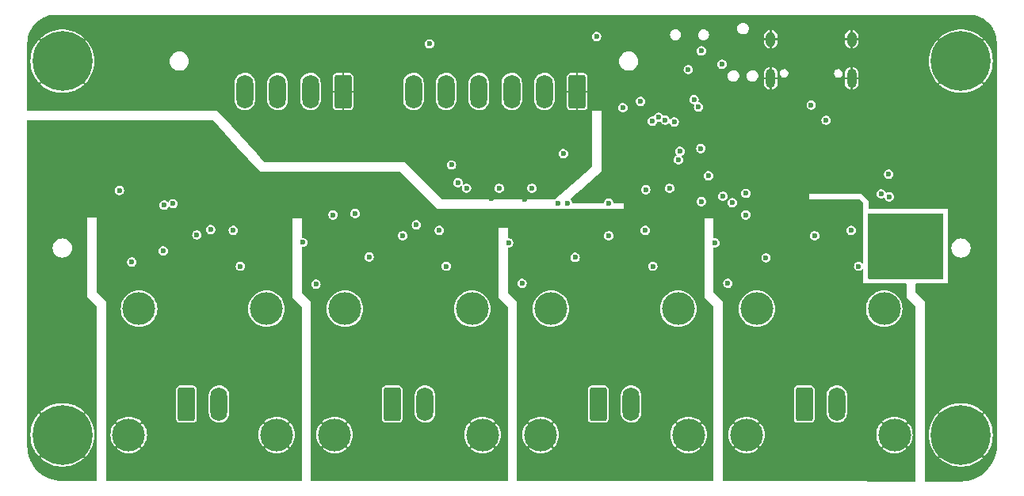
<source format=gbr>
%TF.GenerationSoftware,KiCad,Pcbnew,(7.0.0)*%
%TF.CreationDate,2023-06-01T21:15:46+02:00*%
%TF.ProjectId,temperature-logger,74656d70-6572-4617-9475-72652d6c6f67,rev?*%
%TF.SameCoordinates,Original*%
%TF.FileFunction,Copper,L3,Inr*%
%TF.FilePolarity,Positive*%
%FSLAX46Y46*%
G04 Gerber Fmt 4.6, Leading zero omitted, Abs format (unit mm)*
G04 Created by KiCad (PCBNEW (7.0.0)) date 2023-06-01 21:15:46*
%MOMM*%
%LPD*%
G01*
G04 APERTURE LIST*
G04 Aperture macros list*
%AMRoundRect*
0 Rectangle with rounded corners*
0 $1 Rounding radius*
0 $2 $3 $4 $5 $6 $7 $8 $9 X,Y pos of 4 corners*
0 Add a 4 corners polygon primitive as box body*
4,1,4,$2,$3,$4,$5,$6,$7,$8,$9,$2,$3,0*
0 Add four circle primitives for the rounded corners*
1,1,$1+$1,$2,$3*
1,1,$1+$1,$4,$5*
1,1,$1+$1,$6,$7*
1,1,$1+$1,$8,$9*
0 Add four rect primitives between the rounded corners*
20,1,$1+$1,$2,$3,$4,$5,0*
20,1,$1+$1,$4,$5,$6,$7,0*
20,1,$1+$1,$6,$7,$8,$9,0*
20,1,$1+$1,$8,$9,$2,$3,0*%
G04 Aperture macros list end*
%TA.AperFunction,ComponentPad*%
%ADD10C,3.500000*%
%TD*%
%TA.AperFunction,ComponentPad*%
%ADD11C,0.800000*%
%TD*%
%TA.AperFunction,ComponentPad*%
%ADD12C,6.400000*%
%TD*%
%TA.AperFunction,ComponentPad*%
%ADD13O,1.000000X2.100000*%
%TD*%
%TA.AperFunction,ComponentPad*%
%ADD14O,1.000000X1.600000*%
%TD*%
%TA.AperFunction,ComponentPad*%
%ADD15RoundRect,0.250000X0.650000X1.550000X-0.650000X1.550000X-0.650000X-1.550000X0.650000X-1.550000X0*%
%TD*%
%TA.AperFunction,ComponentPad*%
%ADD16O,1.800000X3.600000*%
%TD*%
%TA.AperFunction,ComponentPad*%
%ADD17RoundRect,0.250000X-0.650000X-1.550000X0.650000X-1.550000X0.650000X1.550000X-0.650000X1.550000X0*%
%TD*%
%TA.AperFunction,ViaPad*%
%ADD18C,0.600000*%
%TD*%
G04 APERTURE END LIST*
D10*
%TO.N,Net-(FB1-Pad1)*%
%TO.C,J2*%
X142800000Y-81500000D03*
%TO.N,Net-(FB2-Pad1)*%
X129200000Y-81500000D03*
%TO.N,GND*%
X143900000Y-95000000D03*
X128100000Y-95000000D03*
%TD*%
D11*
%TO.N,GND*%
%TO.C,H1*%
X52600000Y-55000000D03*
X53302944Y-53302944D03*
X53302944Y-56697056D03*
X55000000Y-52600000D03*
D12*
X55000000Y-55000000D03*
D11*
X55000000Y-57400000D03*
X56697056Y-53302944D03*
X56697056Y-56697056D03*
X57400000Y-55000000D03*
%TD*%
%TO.N,GND*%
%TO.C,H2*%
X148600000Y-55000000D03*
X149302944Y-53302944D03*
X149302944Y-56697056D03*
X151000000Y-52600000D03*
D12*
X151000000Y-55000000D03*
D11*
X151000000Y-57400000D03*
X152697056Y-53302944D03*
X152697056Y-56697056D03*
X153400000Y-55000000D03*
%TD*%
%TO.N,GND*%
%TO.C,H3*%
X52600000Y-95000000D03*
X53302944Y-93302944D03*
X53302944Y-96697056D03*
X55000000Y-92600000D03*
D12*
X55000000Y-95000000D03*
D11*
X55000000Y-97400000D03*
X56697056Y-93302944D03*
X56697056Y-96697056D03*
X57400000Y-95000000D03*
%TD*%
%TO.N,GND*%
%TO.C,H4*%
X148600000Y-95000000D03*
X149302944Y-93302944D03*
X149302944Y-96697056D03*
X151000000Y-92600000D03*
D12*
X151000000Y-95000000D03*
D11*
X151000000Y-97400000D03*
X152697056Y-93302944D03*
X152697056Y-96697056D03*
X153400000Y-95000000D03*
%TD*%
D13*
%TO.N,GND*%
%TO.C,J1*%
X139319999Y-56834999D03*
D14*
X139319999Y-52654999D03*
D13*
X130679999Y-56834999D03*
D14*
X130679999Y-52654999D03*
%TD*%
D10*
%TO.N,Net-(FB3-Pad1)*%
%TO.C,J3*%
X120800000Y-81500000D03*
%TO.N,Net-(FB4-Pad1)*%
X107200000Y-81500000D03*
%TO.N,GND*%
X121900000Y-95000000D03*
X106100000Y-95000000D03*
%TD*%
%TO.N,Net-(FB5-Pad1)*%
%TO.C,J4*%
X98800000Y-81500000D03*
%TO.N,Net-(FB6-Pad1)*%
X85200000Y-81500000D03*
%TO.N,GND*%
X99900000Y-95000000D03*
X84100000Y-95000000D03*
%TD*%
%TO.N,Net-(FB7-Pad1)*%
%TO.C,J5*%
X76800000Y-81500000D03*
%TO.N,Net-(FB8-Pad1)*%
X63200000Y-81500000D03*
%TO.N,GND*%
X77900000Y-95000000D03*
X62100000Y-95000000D03*
%TD*%
D15*
%TO.N,GND*%
%TO.C,J6*%
X110000000Y-58250000D03*
D16*
%TO.N,Net-(J6-Pad2)*%
X106499999Y-58249999D03*
%TO.N,Net-(J6-Pad3)*%
X102999999Y-58249999D03*
%TO.N,Net-(J6-Pad4)*%
X99499999Y-58249999D03*
%TO.N,VM*%
X95999999Y-58249999D03*
%TO.N,VBUS*%
X92499999Y-58249999D03*
%TD*%
D15*
%TO.N,GND*%
%TO.C,J7*%
X85000000Y-58250000D03*
D16*
%TO.N,SDA*%
X81499999Y-58249999D03*
%TO.N,SCL*%
X77999999Y-58249999D03*
%TO.N,+3V3*%
X74499999Y-58249999D03*
%TD*%
D17*
%TO.N,Net-(FB2-Pad1)*%
%TO.C,J8*%
X134250000Y-91700000D03*
D16*
%TO.N,Net-(FB1-Pad1)*%
X137749999Y-91699999D03*
%TD*%
D17*
%TO.N,Net-(FB4-Pad1)*%
%TO.C,J9*%
X112250000Y-91700000D03*
D16*
%TO.N,Net-(FB3-Pad1)*%
X115749999Y-91699999D03*
%TD*%
D17*
%TO.N,Net-(FB6-Pad1)*%
%TO.C,J10*%
X90250000Y-91700000D03*
D16*
%TO.N,Net-(FB5-Pad1)*%
X93749999Y-91699999D03*
%TD*%
D17*
%TO.N,Net-(FB8-Pad1)*%
%TO.C,J11*%
X68250000Y-91700000D03*
D16*
%TO.N,Net-(FB7-Pad1)*%
X71749999Y-91699999D03*
%TD*%
D18*
%TO.N,+3V3*%
X124725000Y-74450000D03*
X74025000Y-76950000D03*
X118075000Y-76950000D03*
X109780002Y-76000000D03*
X143275000Y-67100000D03*
X140075000Y-76950000D03*
X87780002Y-75950000D03*
X96575000Y-66100000D03*
X65775000Y-75300000D03*
X143325001Y-69514286D03*
X114874865Y-59970125D03*
X112075000Y-52360021D03*
X80675000Y-74400000D03*
X123275000Y-53900000D03*
X96025000Y-76950000D03*
X102675000Y-74450000D03*
X94225000Y-53150000D03*
X130175000Y-76050000D03*
X61100000Y-68825000D03*
%TO.N,GND*%
X79575000Y-54800000D03*
X121075000Y-69500000D03*
X100875000Y-69700000D03*
X97175000Y-67100000D03*
X119775000Y-69500000D03*
X74075000Y-81300000D03*
X114275000Y-61000000D03*
X73875000Y-55200000D03*
X128375000Y-66700000D03*
X139275000Y-65800000D03*
X129475000Y-75500000D03*
X122375000Y-65200000D03*
X111175000Y-54100000D03*
X62375000Y-79000000D03*
X131775000Y-70400000D03*
X105975000Y-77300000D03*
X120475000Y-55200000D03*
X124375000Y-63200000D03*
X66875000Y-63400000D03*
X61875000Y-68200000D03*
X142175000Y-67000000D03*
X126375000Y-67900000D03*
X138175000Y-73800000D03*
X60975000Y-65500000D03*
X117075000Y-53200000D03*
X141675000Y-79300000D03*
X145325000Y-77550000D03*
X141175000Y-64100000D03*
X88075000Y-69700000D03*
X118875000Y-56200000D03*
X62775000Y-64800000D03*
X118275000Y-71300000D03*
X137275000Y-70500000D03*
X62675000Y-67300000D03*
X132575000Y-66800000D03*
X121075000Y-56500000D03*
X122375000Y-68400000D03*
X122375000Y-71200000D03*
X73975000Y-61100000D03*
X76275000Y-58000000D03*
X141675000Y-83800000D03*
X132775000Y-77800000D03*
X140575000Y-65800000D03*
X139875000Y-75100000D03*
X129575000Y-68500000D03*
X72675000Y-79800000D03*
X90075000Y-75300000D03*
X125775000Y-76300000D03*
X140175000Y-63000000D03*
X104375000Y-69800000D03*
X115675000Y-69800000D03*
X113975000Y-51300000D03*
X103075000Y-62300000D03*
X97375000Y-65700000D03*
X126675000Y-75500000D03*
X83975000Y-77400000D03*
X76475000Y-61100000D03*
X136755002Y-60350000D03*
X122375000Y-54300000D03*
X134075000Y-75300000D03*
X88275000Y-50600000D03*
X122175000Y-61400000D03*
X63875000Y-79000000D03*
X78875000Y-75200000D03*
X133000000Y-62550000D03*
X97575000Y-79000000D03*
X119675000Y-79200000D03*
X118675000Y-75900000D03*
X121075000Y-75200000D03*
X130275000Y-63000000D03*
X63975000Y-73500000D03*
X128775000Y-58200000D03*
X85975000Y-78200000D03*
X130475000Y-71400000D03*
X81875000Y-76400000D03*
X96475000Y-69300000D03*
X130375000Y-83800000D03*
X101275000Y-58200000D03*
X83275000Y-58000000D03*
X113975000Y-53300000D03*
X61575000Y-71700000D03*
X77575000Y-51400000D03*
X131975000Y-75700000D03*
X118275000Y-54400000D03*
X122375000Y-69500000D03*
X96875000Y-75200000D03*
X141175000Y-60400000D03*
X95275000Y-75200000D03*
X128375000Y-75500000D03*
X73175000Y-75200000D03*
X82475000Y-70900000D03*
X103875000Y-76600000D03*
X119175000Y-63400000D03*
X115275000Y-64300000D03*
X66075000Y-68700000D03*
X148325000Y-77550000D03*
X131675000Y-80400000D03*
X142655000Y-70490000D03*
X121975000Y-63200000D03*
X97775000Y-58200000D03*
X107575000Y-62000000D03*
X107975000Y-78000000D03*
X117075000Y-78000000D03*
X126375000Y-65200000D03*
X141825000Y-72050000D03*
X135000000Y-61800000D03*
X68075000Y-75300000D03*
X104575000Y-54100000D03*
X105075000Y-80200000D03*
X120975000Y-71400000D03*
X113375000Y-66100000D03*
X129975000Y-77000000D03*
X67375000Y-79800000D03*
X140575000Y-67000000D03*
X93975000Y-64200000D03*
X130075000Y-65000000D03*
X137075000Y-75300000D03*
X95075000Y-50600000D03*
X75675000Y-83900000D03*
X104575000Y-50700000D03*
X79775000Y-58000000D03*
X108175000Y-84000000D03*
X83575000Y-53800000D03*
X99575000Y-62300000D03*
X133575000Y-66800000D03*
X63875000Y-61900000D03*
X125335000Y-56720000D03*
X125675000Y-79800000D03*
X82375000Y-63200000D03*
X115675000Y-58200000D03*
X116775000Y-75800000D03*
X118575000Y-80400000D03*
X126975000Y-72500000D03*
X74475000Y-70900000D03*
X138975000Y-78000000D03*
X119775000Y-84100000D03*
X134775000Y-66800000D03*
X88675000Y-75900000D03*
X96875000Y-61200000D03*
X107975000Y-75300000D03*
X102875000Y-64700000D03*
X140375000Y-80500000D03*
X66575000Y-75900000D03*
X100975000Y-75300000D03*
X84375000Y-75400000D03*
X86175000Y-83800000D03*
X115075000Y-67900000D03*
X112475000Y-75800000D03*
X127875000Y-60500000D03*
X138975000Y-64000000D03*
X87575000Y-80500000D03*
X63975000Y-69100000D03*
X66275000Y-66800000D03*
X99075000Y-67100000D03*
X111175000Y-50700000D03*
X124375000Y-61400000D03*
X117075000Y-51300000D03*
X74775000Y-75200000D03*
X134975000Y-68500000D03*
X66775000Y-77800000D03*
X83075000Y-80100000D03*
X138975000Y-59100000D03*
X145325000Y-72050000D03*
X125175000Y-72400000D03*
X132075000Y-62600000D03*
X122775000Y-79800000D03*
X145575000Y-60900000D03*
X92875000Y-69700000D03*
X138475000Y-62400000D03*
X148325000Y-72050000D03*
X82575000Y-55800000D03*
X68075000Y-73700000D03*
X125775000Y-70900000D03*
X131275000Y-68500000D03*
X102075000Y-55900000D03*
X108675000Y-64000000D03*
X96875000Y-54200000D03*
X129875000Y-78100000D03*
X65775000Y-81000000D03*
X96475000Y-80500000D03*
X77075000Y-63100000D03*
X97475000Y-83900000D03*
X79775000Y-60000000D03*
X67875000Y-70100000D03*
X75675000Y-79100000D03*
X93175000Y-61600000D03*
X131475000Y-60500000D03*
X88775000Y-77800000D03*
X139975000Y-78000000D03*
X95275000Y-78000000D03*
X99375000Y-64700000D03*
X141825000Y-77550000D03*
X64375000Y-83900000D03*
X121075000Y-68400000D03*
X93375000Y-54300000D03*
X133375000Y-64900000D03*
X109775000Y-80300000D03*
X133575000Y-69900000D03*
X110775000Y-77800000D03*
%TO.N,VBUS*%
X98175000Y-68600000D03*
X135000000Y-59700000D03*
X105175000Y-68600000D03*
X101675000Y-68600000D03*
X136600000Y-61325000D03*
%TO.N,LED0*%
X123275000Y-70019990D03*
X126575000Y-70150000D03*
%TO.N,LED2*%
X86288813Y-71303035D03*
X108975000Y-70200000D03*
%TO.N,LED3*%
X65875000Y-70400000D03*
X107975000Y-70200000D03*
%TO.N,Net-(FB1-Pad1)*%
X126095000Y-78770000D03*
%TO.N,Net-(FB3-Pad1)*%
X104105000Y-78770000D03*
%TO.N,Net-(FB5-Pad1)*%
X82105000Y-78870000D03*
%TO.N,Net-(FB7-Pad1)*%
X62425000Y-76500000D03*
%TO.N,SDA*%
X118041917Y-61421227D03*
%TO.N,SCL*%
X118698413Y-61000000D03*
%TO.N,Net-(JP1-Pad1)*%
X116775000Y-59300000D03*
%TO.N,SWCLK*%
X125474740Y-55319990D03*
%TO.N,SWDIO*%
X122475000Y-59100000D03*
%TO.N,SCK*%
X139275000Y-73100000D03*
X95275000Y-73100000D03*
X117275000Y-73100000D03*
X73275000Y-73100000D03*
X120375000Y-61500000D03*
%TO.N,SW_SCPI_CSV*%
X121874994Y-55900000D03*
X122975000Y-59900000D03*
%TO.N,OUT_nSLEEP*%
X97274996Y-68000000D03*
X108525000Y-64900000D03*
%TO.N,CIPO*%
X113375000Y-70200000D03*
X69375000Y-73600000D03*
X91375000Y-73680010D03*
X113375000Y-73680010D03*
X135375000Y-73680010D03*
X119411473Y-61316172D03*
%TO.N,CS2*%
X92825296Y-72510349D03*
X119875000Y-68600000D03*
%TO.N,CS3*%
X70845265Y-73015420D03*
X120825000Y-65550000D03*
%TO.N,NTC_BOARD*%
X123215000Y-64340000D03*
X142475003Y-69200003D03*
%TO.N,NTC0*%
X128024996Y-69150000D03*
X128000013Y-71452933D03*
%TO.N,NTC1*%
X125575000Y-69450000D03*
X124017976Y-67257024D03*
%TO.N,NTC2*%
X83925000Y-71450000D03*
X120975000Y-64650000D03*
%TO.N,NTC3*%
X66825000Y-70250000D03*
X117325000Y-68750000D03*
%TD*%
%TA.AperFunction,Conductor*%
%TO.N,GND*%
G36*
X151855225Y-50025580D02*
G01*
X152161526Y-50041631D01*
X152167634Y-50042273D01*
X152469064Y-50090012D01*
X152475101Y-50091295D01*
X152769885Y-50170281D01*
X152775734Y-50172182D01*
X153060639Y-50281545D01*
X153066268Y-50284050D01*
X153338204Y-50422607D01*
X153343509Y-50425670D01*
X153599476Y-50591895D01*
X153604452Y-50595510D01*
X153841623Y-50787567D01*
X153846212Y-50791700D01*
X154061986Y-51007472D01*
X154066119Y-51012061D01*
X154258174Y-51249228D01*
X154261803Y-51254224D01*
X154428003Y-51510148D01*
X154431091Y-51515496D01*
X154556277Y-51761186D01*
X154569635Y-51787401D01*
X154572145Y-51793040D01*
X154597665Y-51859521D01*
X154681506Y-52077934D01*
X154683415Y-52083808D01*
X154762398Y-52378576D01*
X154763682Y-52384616D01*
X154811422Y-52686030D01*
X154812067Y-52692172D01*
X154828099Y-52998085D01*
X154828180Y-53001173D01*
X154828180Y-53008285D01*
X154825952Y-53008285D01*
X154825952Y-53008288D01*
X154828182Y-53008288D01*
X154843907Y-96129211D01*
X154843835Y-96132139D01*
X154825392Y-96506078D01*
X154824820Y-96511864D01*
X154769874Y-96880753D01*
X154768735Y-96886454D01*
X154677754Y-97248133D01*
X154676060Y-97253695D01*
X154549919Y-97604674D01*
X154547686Y-97610041D01*
X154387617Y-97946900D01*
X154384866Y-97952022D01*
X154192418Y-98271494D01*
X154189176Y-98276320D01*
X153966226Y-98575292D01*
X153962525Y-98579776D01*
X153711231Y-98855356D01*
X153707107Y-98859454D01*
X153429905Y-99108970D01*
X153425397Y-99112642D01*
X153124987Y-99333662D01*
X153120140Y-99336872D01*
X152799442Y-99527248D01*
X152794303Y-99529966D01*
X152456418Y-99687859D01*
X152451036Y-99690058D01*
X152099248Y-99813930D01*
X152093676Y-99815588D01*
X151731413Y-99904235D01*
X151725704Y-99905337D01*
X151356476Y-99957899D01*
X151350687Y-99958434D01*
X150977183Y-99974440D01*
X150974282Y-99974493D01*
X150966884Y-99974446D01*
X150966901Y-99971696D01*
X150966808Y-99971695D01*
X150966808Y-99974497D01*
X147233985Y-99973525D01*
X147192275Y-99956239D01*
X147175000Y-99914525D01*
X147175000Y-97473808D01*
X148669993Y-97473808D01*
X148673316Y-97479273D01*
X148794489Y-97594054D01*
X148796934Y-97596130D01*
X149087887Y-97817307D01*
X149090523Y-97819095D01*
X149403714Y-98007536D01*
X149406515Y-98009021D01*
X149738236Y-98162491D01*
X149741185Y-98163666D01*
X150087562Y-98280374D01*
X150090621Y-98281223D01*
X150447583Y-98359797D01*
X150450714Y-98360309D01*
X150814074Y-98399827D01*
X150817248Y-98400000D01*
X151182752Y-98400000D01*
X151185925Y-98399827D01*
X151549285Y-98360309D01*
X151552416Y-98359797D01*
X151909378Y-98281223D01*
X151912437Y-98280374D01*
X152258814Y-98163666D01*
X152261763Y-98162491D01*
X152593484Y-98009021D01*
X152596285Y-98007536D01*
X152909476Y-97819095D01*
X152912112Y-97817307D01*
X153203065Y-97596130D01*
X153205510Y-97594054D01*
X153326682Y-97479273D01*
X153330005Y-97473808D01*
X153326830Y-97468251D01*
X151008299Y-95149720D01*
X151000000Y-95146282D01*
X150991700Y-95149720D01*
X148673168Y-97468251D01*
X148669993Y-97473808D01*
X147175000Y-97473808D01*
X147175000Y-95001605D01*
X147595093Y-95001605D01*
X147614878Y-95366539D01*
X147615225Y-95369725D01*
X147674355Y-95730402D01*
X147675040Y-95733512D01*
X147772817Y-96085671D01*
X147773838Y-96088705D01*
X147909119Y-96428235D01*
X147910461Y-96431136D01*
X148081654Y-96754041D01*
X148083303Y-96756781D01*
X148288409Y-97059290D01*
X148290342Y-97061833D01*
X148517635Y-97329423D01*
X148523031Y-97333046D01*
X148528706Y-97329871D01*
X150853085Y-95005493D01*
X150856257Y-95000000D01*
X150856256Y-94999999D01*
X151146282Y-94999999D01*
X151149720Y-95008299D01*
X153471292Y-97329871D01*
X153476967Y-97333046D01*
X153482363Y-97329423D01*
X153709657Y-97061833D01*
X153711590Y-97059290D01*
X153916696Y-96756781D01*
X153918345Y-96754041D01*
X154089538Y-96431136D01*
X154090880Y-96428235D01*
X154226161Y-96088705D01*
X154227182Y-96085671D01*
X154324959Y-95733512D01*
X154325644Y-95730402D01*
X154384774Y-95369725D01*
X154385121Y-95366539D01*
X154404907Y-95001605D01*
X154404907Y-94998395D01*
X154385121Y-94633460D01*
X154384774Y-94630274D01*
X154325644Y-94269597D01*
X154324959Y-94266487D01*
X154227182Y-93914328D01*
X154226161Y-93911294D01*
X154090880Y-93571764D01*
X154089538Y-93568863D01*
X153918345Y-93245958D01*
X153916696Y-93243218D01*
X153711590Y-92940709D01*
X153709657Y-92938166D01*
X153482363Y-92670575D01*
X153476967Y-92666952D01*
X153471292Y-92670127D01*
X151149720Y-94991700D01*
X151146282Y-94999999D01*
X150856256Y-94999999D01*
X150853085Y-94994506D01*
X148528706Y-92670127D01*
X148523031Y-92666952D01*
X148517635Y-92670575D01*
X148290342Y-92938166D01*
X148288409Y-92940709D01*
X148083303Y-93243218D01*
X148081654Y-93245958D01*
X147910461Y-93568863D01*
X147909119Y-93571764D01*
X147773838Y-93911294D01*
X147772817Y-93914328D01*
X147675040Y-94266487D01*
X147674355Y-94269597D01*
X147615225Y-94630274D01*
X147614878Y-94633460D01*
X147595093Y-94998395D01*
X147595093Y-95001605D01*
X147175000Y-95001605D01*
X147175000Y-92526190D01*
X148669993Y-92526190D01*
X148673168Y-92531747D01*
X150994506Y-94853085D01*
X151000000Y-94856257D01*
X151005493Y-94853085D01*
X153326830Y-92531747D01*
X153330005Y-92526190D01*
X153326682Y-92520725D01*
X153205510Y-92405945D01*
X153203065Y-92403869D01*
X152912112Y-92182692D01*
X152909476Y-92180904D01*
X152596285Y-91992463D01*
X152593484Y-91990978D01*
X152261763Y-91837508D01*
X152258814Y-91836333D01*
X151912437Y-91719625D01*
X151909378Y-91718776D01*
X151552416Y-91640202D01*
X151549285Y-91639690D01*
X151185925Y-91600172D01*
X151182752Y-91600000D01*
X150817248Y-91600000D01*
X150814074Y-91600172D01*
X150450714Y-91639690D01*
X150447583Y-91640202D01*
X150090621Y-91718776D01*
X150087562Y-91719625D01*
X149741185Y-91836333D01*
X149738236Y-91837508D01*
X149406515Y-91990978D01*
X149403714Y-91992463D01*
X149090523Y-92180904D01*
X149087887Y-92182692D01*
X148796934Y-92403869D01*
X148794489Y-92405945D01*
X148673316Y-92520725D01*
X148669993Y-92526190D01*
X147175000Y-92526190D01*
X147175000Y-80811737D01*
X147175000Y-80800000D01*
X146192281Y-79817281D01*
X146175000Y-79775562D01*
X146175000Y-78859000D01*
X146192281Y-78817281D01*
X146234000Y-78800000D01*
X149563263Y-78800000D01*
X149575000Y-78800000D01*
X149575000Y-78300000D01*
X149575000Y-75000000D01*
X149969538Y-75000000D01*
X149969822Y-75002884D01*
X149989053Y-75198148D01*
X149989054Y-75198156D01*
X149989338Y-75201033D01*
X149990176Y-75203798D01*
X149990178Y-75203804D01*
X150047136Y-75391569D01*
X150047977Y-75394341D01*
X150049343Y-75396896D01*
X150049344Y-75396899D01*
X150141831Y-75569930D01*
X150141833Y-75569933D01*
X150143202Y-75572494D01*
X150271353Y-75728647D01*
X150427506Y-75856798D01*
X150605659Y-75952023D01*
X150798967Y-76010662D01*
X151000000Y-76030462D01*
X151201033Y-76010662D01*
X151394341Y-75952023D01*
X151572494Y-75856798D01*
X151728647Y-75728647D01*
X151856798Y-75572494D01*
X151952023Y-75394341D01*
X152010662Y-75201033D01*
X152030462Y-75000000D01*
X152027721Y-74972175D01*
X152010946Y-74801851D01*
X152010662Y-74798967D01*
X151952023Y-74605659D01*
X151856798Y-74427506D01*
X151728647Y-74271353D01*
X151716916Y-74261726D01*
X151616505Y-74179321D01*
X151572494Y-74143202D01*
X151569933Y-74141833D01*
X151569930Y-74141831D01*
X151396899Y-74049344D01*
X151396896Y-74049343D01*
X151394341Y-74047977D01*
X151391569Y-74047136D01*
X151203804Y-73990178D01*
X151203798Y-73990176D01*
X151201033Y-73989338D01*
X151198156Y-73989054D01*
X151198148Y-73989053D01*
X151002884Y-73969822D01*
X151000000Y-73969538D01*
X150997116Y-73969822D01*
X150801851Y-73989053D01*
X150801841Y-73989054D01*
X150798967Y-73989338D01*
X150796203Y-73990176D01*
X150796195Y-73990178D01*
X150608430Y-74047136D01*
X150608426Y-74047137D01*
X150605659Y-74047977D01*
X150603106Y-74049341D01*
X150603100Y-74049344D01*
X150430069Y-74141831D01*
X150430061Y-74141836D01*
X150427506Y-74143202D01*
X150425265Y-74145040D01*
X150425262Y-74145043D01*
X150273589Y-74269517D01*
X150273583Y-74269522D01*
X150271353Y-74271353D01*
X150269522Y-74273583D01*
X150269517Y-74273589D01*
X150145043Y-74425262D01*
X150145040Y-74425265D01*
X150143202Y-74427506D01*
X150141836Y-74430061D01*
X150141831Y-74430069D01*
X150049344Y-74603100D01*
X150049341Y-74603106D01*
X150047977Y-74605659D01*
X150047137Y-74608426D01*
X150047136Y-74608430D01*
X149990178Y-74796195D01*
X149990176Y-74796203D01*
X149989338Y-74798967D01*
X149989054Y-74801841D01*
X149989053Y-74801851D01*
X149969822Y-74997116D01*
X149969538Y-75000000D01*
X149575000Y-75000000D01*
X149575000Y-70807766D01*
X149575000Y-70800000D01*
X149567232Y-70800000D01*
X149470147Y-70800000D01*
X141233999Y-70800000D01*
X141204500Y-70792097D01*
X141182905Y-70770501D01*
X141175000Y-70741001D01*
X141175000Y-70011737D01*
X141175000Y-70000000D01*
X140375003Y-69200003D01*
X141969356Y-69200003D01*
X141969957Y-69204183D01*
X141987399Y-69325500D01*
X141989838Y-69342460D01*
X141991592Y-69346302D01*
X141991593Y-69346303D01*
X142003250Y-69371829D01*
X142049626Y-69473376D01*
X142143875Y-69582146D01*
X142147423Y-69584426D01*
X142261397Y-69657673D01*
X142261398Y-69657673D01*
X142264950Y-69659956D01*
X142403042Y-69700503D01*
X142542747Y-69700503D01*
X142546964Y-69700503D01*
X142685056Y-69659956D01*
X142750284Y-69618036D01*
X142784987Y-69608738D01*
X142818651Y-69621294D01*
X142838790Y-69651049D01*
X142839235Y-69652566D01*
X142839836Y-69656743D01*
X142841586Y-69660576D01*
X142841588Y-69660581D01*
X142897368Y-69782719D01*
X142899624Y-69787659D01*
X142902387Y-69790848D01*
X142902388Y-69790849D01*
X142928553Y-69821045D01*
X142993873Y-69896429D01*
X143014917Y-69909953D01*
X143111395Y-69971956D01*
X143111396Y-69971956D01*
X143114948Y-69974239D01*
X143253040Y-70014786D01*
X143392745Y-70014786D01*
X143396962Y-70014786D01*
X143535054Y-69974239D01*
X143656129Y-69896429D01*
X143750378Y-69787659D01*
X143810166Y-69656743D01*
X143830648Y-69514286D01*
X143810166Y-69371829D01*
X143750378Y-69240913D01*
X143656129Y-69132143D01*
X143651167Y-69128954D01*
X143538606Y-69056615D01*
X143538602Y-69056613D01*
X143535054Y-69054333D01*
X143396962Y-69013786D01*
X143253040Y-69013786D01*
X143248994Y-69014973D01*
X143248993Y-69014974D01*
X143119000Y-69053143D01*
X143118998Y-69053143D01*
X143114948Y-69054333D01*
X143111402Y-69056611D01*
X143111395Y-69056615D01*
X143049722Y-69096251D01*
X143015017Y-69105550D01*
X142981353Y-69092995D01*
X142961214Y-69063240D01*
X142960768Y-69061723D01*
X142960168Y-69057546D01*
X142900380Y-68926630D01*
X142806131Y-68817860D01*
X142802582Y-68815579D01*
X142688608Y-68742332D01*
X142688604Y-68742330D01*
X142685056Y-68740050D01*
X142546964Y-68699503D01*
X142403042Y-68699503D01*
X142398996Y-68700690D01*
X142398995Y-68700691D01*
X142269002Y-68738860D01*
X142269000Y-68738860D01*
X142264950Y-68740050D01*
X142261404Y-68742328D01*
X142261397Y-68742332D01*
X142147423Y-68815579D01*
X142147419Y-68815582D01*
X142143875Y-68817860D01*
X142141114Y-68821045D01*
X142141112Y-68821048D01*
X142052390Y-68923439D01*
X142052387Y-68923443D01*
X142049626Y-68926630D01*
X142047874Y-68930464D01*
X142047872Y-68930469D01*
X141991593Y-69053702D01*
X141991592Y-69053705D01*
X141989838Y-69057546D01*
X141989237Y-69061725D01*
X141989236Y-69061729D01*
X141978785Y-69134423D01*
X141969356Y-69200003D01*
X140375003Y-69200003D01*
X140375000Y-69200000D01*
X134775000Y-69200000D01*
X134775000Y-69800000D01*
X140150562Y-69800000D01*
X140192281Y-69817281D01*
X140557719Y-70182719D01*
X140575000Y-70224438D01*
X140575000Y-76604561D01*
X140564464Y-76638210D01*
X140536618Y-76659841D01*
X140501409Y-76661728D01*
X140471411Y-76643198D01*
X140408890Y-76571045D01*
X140406128Y-76567857D01*
X140317878Y-76511142D01*
X140288605Y-76492329D01*
X140288601Y-76492327D01*
X140285053Y-76490047D01*
X140146961Y-76449500D01*
X140003039Y-76449500D01*
X139998993Y-76450687D01*
X139998992Y-76450688D01*
X139868999Y-76488857D01*
X139868997Y-76488857D01*
X139864947Y-76490047D01*
X139861401Y-76492325D01*
X139861394Y-76492329D01*
X139747420Y-76565576D01*
X139747416Y-76565579D01*
X139743872Y-76567857D01*
X139741111Y-76571042D01*
X139741109Y-76571045D01*
X139652387Y-76673436D01*
X139652384Y-76673440D01*
X139649623Y-76676627D01*
X139647871Y-76680461D01*
X139647869Y-76680466D01*
X139591590Y-76803699D01*
X139591589Y-76803702D01*
X139589835Y-76807543D01*
X139589234Y-76811722D01*
X139589233Y-76811726D01*
X139579109Y-76882143D01*
X139569353Y-76950000D01*
X139589835Y-77092457D01*
X139649623Y-77223373D01*
X139743872Y-77332143D01*
X139747420Y-77334423D01*
X139861394Y-77407670D01*
X139861395Y-77407670D01*
X139864947Y-77409953D01*
X140003039Y-77450500D01*
X140142744Y-77450500D01*
X140146961Y-77450500D01*
X140285053Y-77409953D01*
X140406128Y-77332143D01*
X140471410Y-77256802D01*
X140501409Y-77238272D01*
X140536618Y-77240159D01*
X140564464Y-77261790D01*
X140575000Y-77295439D01*
X140575000Y-78300001D01*
X140575000Y-78800000D01*
X145116000Y-78800000D01*
X145157719Y-78817281D01*
X145175000Y-78859000D01*
X145175000Y-80300000D01*
X145183299Y-80308298D01*
X145183299Y-80308299D01*
X146157719Y-81282719D01*
X146175000Y-81324438D01*
X146175000Y-99914234D01*
X146167093Y-99943738D01*
X146145491Y-99965335D01*
X146115986Y-99973233D01*
X135765609Y-99970538D01*
X125633985Y-99967899D01*
X125592275Y-99950613D01*
X125575000Y-99908899D01*
X125575000Y-96449568D01*
X126794173Y-96449568D01*
X126797345Y-96455061D01*
X126818272Y-96475988D01*
X126821439Y-96478733D01*
X127041374Y-96643375D01*
X127044902Y-96645642D01*
X127286024Y-96777304D01*
X127289843Y-96779048D01*
X127547244Y-96875054D01*
X127551276Y-96876238D01*
X127819727Y-96934636D01*
X127823868Y-96935231D01*
X128097903Y-96954831D01*
X128102097Y-96954831D01*
X128376131Y-96935231D01*
X128380272Y-96934636D01*
X128648723Y-96876238D01*
X128652755Y-96875054D01*
X128910156Y-96779048D01*
X128913975Y-96777304D01*
X129155097Y-96645642D01*
X129158625Y-96643375D01*
X129378558Y-96478734D01*
X129381725Y-96475990D01*
X129399849Y-96457865D01*
X129403285Y-96449569D01*
X129403285Y-96449568D01*
X142594173Y-96449568D01*
X142597345Y-96455061D01*
X142618272Y-96475988D01*
X142621439Y-96478733D01*
X142841374Y-96643375D01*
X142844902Y-96645642D01*
X143086024Y-96777304D01*
X143089843Y-96779048D01*
X143347244Y-96875054D01*
X143351276Y-96876238D01*
X143619727Y-96934636D01*
X143623868Y-96935231D01*
X143897903Y-96954831D01*
X143902097Y-96954831D01*
X144176131Y-96935231D01*
X144180272Y-96934636D01*
X144448723Y-96876238D01*
X144452755Y-96875054D01*
X144710156Y-96779048D01*
X144713975Y-96777304D01*
X144955097Y-96645642D01*
X144958625Y-96643375D01*
X145178558Y-96478734D01*
X145181725Y-96475990D01*
X145199849Y-96457865D01*
X145203285Y-96449569D01*
X145199847Y-96441268D01*
X143908299Y-95149720D01*
X143900000Y-95146282D01*
X143891700Y-95149720D01*
X142597345Y-96444074D01*
X142594173Y-96449568D01*
X129403285Y-96449568D01*
X129399847Y-96441268D01*
X128108299Y-95149720D01*
X128100000Y-95146282D01*
X128091700Y-95149720D01*
X126797345Y-96444074D01*
X126794173Y-96449568D01*
X125575000Y-96449568D01*
X125575000Y-95002097D01*
X126145169Y-95002097D01*
X126164768Y-95276131D01*
X126165363Y-95280272D01*
X126223761Y-95548723D01*
X126224945Y-95552755D01*
X126320951Y-95810156D01*
X126322695Y-95813975D01*
X126454357Y-96055097D01*
X126456624Y-96058625D01*
X126621266Y-96278560D01*
X126624011Y-96281727D01*
X126642131Y-96299847D01*
X126650431Y-96303285D01*
X126658730Y-96299847D01*
X127953085Y-95005493D01*
X127956257Y-95000000D01*
X127956256Y-94999999D01*
X128246282Y-94999999D01*
X128249720Y-95008299D01*
X129541268Y-96299847D01*
X129549569Y-96303285D01*
X129557865Y-96299849D01*
X129575990Y-96281725D01*
X129578734Y-96278558D01*
X129743375Y-96058625D01*
X129745642Y-96055097D01*
X129877304Y-95813975D01*
X129879048Y-95810156D01*
X129975054Y-95552755D01*
X129976238Y-95548723D01*
X130034636Y-95280272D01*
X130035231Y-95276131D01*
X130054831Y-95002097D01*
X141945169Y-95002097D01*
X141964768Y-95276131D01*
X141965363Y-95280272D01*
X142023761Y-95548723D01*
X142024945Y-95552755D01*
X142120951Y-95810156D01*
X142122695Y-95813975D01*
X142254357Y-96055097D01*
X142256624Y-96058625D01*
X142421266Y-96278560D01*
X142424011Y-96281727D01*
X142442131Y-96299847D01*
X142450431Y-96303285D01*
X142458730Y-96299847D01*
X143753085Y-95005493D01*
X143756257Y-95000000D01*
X143756256Y-94999999D01*
X144046282Y-94999999D01*
X144049720Y-95008299D01*
X145341268Y-96299847D01*
X145349569Y-96303285D01*
X145357865Y-96299849D01*
X145375990Y-96281725D01*
X145378734Y-96278558D01*
X145543375Y-96058625D01*
X145545642Y-96055097D01*
X145677304Y-95813975D01*
X145679048Y-95810156D01*
X145775054Y-95552755D01*
X145776238Y-95548723D01*
X145834636Y-95280272D01*
X145835231Y-95276131D01*
X145854831Y-95002097D01*
X145854831Y-94997903D01*
X145835231Y-94723868D01*
X145834636Y-94719727D01*
X145776238Y-94451276D01*
X145775054Y-94447244D01*
X145679048Y-94189843D01*
X145677304Y-94186024D01*
X145545642Y-93944902D01*
X145543375Y-93941374D01*
X145378733Y-93721439D01*
X145375988Y-93718272D01*
X145355061Y-93697345D01*
X145349568Y-93694173D01*
X145344074Y-93697345D01*
X144049720Y-94991700D01*
X144046282Y-94999999D01*
X143756256Y-94999999D01*
X143753085Y-94994506D01*
X142455924Y-93697345D01*
X142450431Y-93694173D01*
X142444937Y-93697345D01*
X142424010Y-93718273D01*
X142421264Y-93721441D01*
X142256624Y-93941374D01*
X142254357Y-93944902D01*
X142122695Y-94186024D01*
X142120951Y-94189843D01*
X142024945Y-94447244D01*
X142023761Y-94451276D01*
X141965363Y-94719727D01*
X141964768Y-94723868D01*
X141945169Y-94997903D01*
X141945169Y-95002097D01*
X130054831Y-95002097D01*
X130054831Y-94997903D01*
X130035231Y-94723868D01*
X130034636Y-94719727D01*
X129976238Y-94451276D01*
X129975054Y-94447244D01*
X129879048Y-94189843D01*
X129877304Y-94186024D01*
X129745642Y-93944902D01*
X129743375Y-93941374D01*
X129578733Y-93721439D01*
X129575988Y-93718272D01*
X129555061Y-93697345D01*
X129549568Y-93694173D01*
X129544074Y-93697345D01*
X128249720Y-94991700D01*
X128246282Y-94999999D01*
X127956256Y-94999999D01*
X127953085Y-94994506D01*
X126655924Y-93697345D01*
X126650431Y-93694173D01*
X126644937Y-93697345D01*
X126624010Y-93718273D01*
X126621264Y-93721441D01*
X126456624Y-93941374D01*
X126454357Y-93944902D01*
X126322695Y-94186024D01*
X126320951Y-94189843D01*
X126224945Y-94447244D01*
X126223761Y-94451276D01*
X126165363Y-94719727D01*
X126164768Y-94723868D01*
X126145169Y-94997903D01*
X126145169Y-95002097D01*
X125575000Y-95002097D01*
X125575000Y-93550431D01*
X126794173Y-93550431D01*
X126797345Y-93555924D01*
X128094506Y-94853085D01*
X128100000Y-94856257D01*
X128105493Y-94853085D01*
X129399847Y-93558730D01*
X129403285Y-93550431D01*
X129399847Y-93542131D01*
X129381727Y-93524011D01*
X129378560Y-93521266D01*
X129158625Y-93356624D01*
X129155097Y-93354357D01*
X129063362Y-93304266D01*
X133149500Y-93304266D01*
X133152354Y-93334699D01*
X133153539Y-93338085D01*
X133153540Y-93338090D01*
X133188191Y-93437117D01*
X133197207Y-93462882D01*
X133277850Y-93572150D01*
X133387118Y-93652793D01*
X133515301Y-93697646D01*
X133545734Y-93700500D01*
X134952894Y-93700500D01*
X134954266Y-93700500D01*
X134984699Y-93697646D01*
X135112882Y-93652793D01*
X135222150Y-93572150D01*
X135302793Y-93462882D01*
X135347646Y-93334699D01*
X135350500Y-93304266D01*
X135350500Y-92652425D01*
X136649500Y-92652425D01*
X136649631Y-92653799D01*
X136649632Y-92653815D01*
X136664204Y-92806416D01*
X136664472Y-92809218D01*
X136665264Y-92811918D01*
X136665265Y-92811919D01*
X136702334Y-92938166D01*
X136723684Y-93010875D01*
X136724972Y-93013373D01*
X136818698Y-93195179D01*
X136818701Y-93195183D01*
X136819989Y-93197682D01*
X136949908Y-93362886D01*
X137108744Y-93500519D01*
X137290756Y-93605604D01*
X137489367Y-93674344D01*
X137697398Y-93704254D01*
X137907330Y-93694254D01*
X138111576Y-93644704D01*
X138302753Y-93557396D01*
X138312534Y-93550431D01*
X142594173Y-93550431D01*
X142597345Y-93555924D01*
X143894506Y-94853085D01*
X143900000Y-94856257D01*
X143905493Y-94853085D01*
X145199847Y-93558730D01*
X145203285Y-93550431D01*
X145199847Y-93542131D01*
X145181727Y-93524011D01*
X145178560Y-93521266D01*
X144958625Y-93356624D01*
X144955097Y-93354357D01*
X144713975Y-93222695D01*
X144710156Y-93220951D01*
X144452755Y-93124945D01*
X144448723Y-93123761D01*
X144180272Y-93065363D01*
X144176131Y-93064768D01*
X143902097Y-93045169D01*
X143897903Y-93045169D01*
X143623868Y-93064768D01*
X143619727Y-93065363D01*
X143351276Y-93123761D01*
X143347244Y-93124945D01*
X143089843Y-93220951D01*
X143086024Y-93222695D01*
X142844902Y-93354357D01*
X142841374Y-93356624D01*
X142621441Y-93521264D01*
X142618273Y-93524010D01*
X142597345Y-93544937D01*
X142594173Y-93550431D01*
X138312534Y-93550431D01*
X138473952Y-93435486D01*
X138618986Y-93283378D01*
X138732613Y-93106572D01*
X138810725Y-92911457D01*
X138850500Y-92705085D01*
X138850500Y-90747575D01*
X138835528Y-90590782D01*
X138776316Y-90389125D01*
X138680011Y-90202318D01*
X138550092Y-90037114D01*
X138457800Y-89957142D01*
X138393381Y-89901322D01*
X138393378Y-89901320D01*
X138391256Y-89899481D01*
X138388821Y-89898075D01*
X138388818Y-89898073D01*
X138211676Y-89795800D01*
X138211675Y-89795799D01*
X138209244Y-89794396D01*
X138080494Y-89749835D01*
X138013295Y-89726577D01*
X138013291Y-89726576D01*
X138010633Y-89725656D01*
X138007846Y-89725255D01*
X138007841Y-89725254D01*
X137805387Y-89696146D01*
X137805382Y-89696145D01*
X137802602Y-89695746D01*
X137799801Y-89695879D01*
X137799793Y-89695879D01*
X137595481Y-89705612D01*
X137595479Y-89705612D01*
X137592670Y-89705746D01*
X137589938Y-89706408D01*
X137589936Y-89706409D01*
X137391157Y-89754632D01*
X137391147Y-89754635D01*
X137388424Y-89755296D01*
X137385874Y-89756460D01*
X137385864Y-89756464D01*
X137199804Y-89841435D01*
X137199793Y-89841440D01*
X137197247Y-89842604D01*
X137194963Y-89844230D01*
X137194955Y-89844235D01*
X137028339Y-89962882D01*
X137028335Y-89962885D01*
X137026048Y-89964514D01*
X137024116Y-89966540D01*
X137024107Y-89966548D01*
X136882955Y-90114585D01*
X136882949Y-90114592D01*
X136881014Y-90116622D01*
X136879499Y-90118979D01*
X136879493Y-90118987D01*
X136768905Y-90291064D01*
X136768899Y-90291073D01*
X136767387Y-90293428D01*
X136689275Y-90488543D01*
X136688745Y-90491287D01*
X136688743Y-90491298D01*
X136650031Y-90692156D01*
X136650030Y-90692163D01*
X136649500Y-90694915D01*
X136649500Y-92652425D01*
X135350500Y-92652425D01*
X135350500Y-90095734D01*
X135347646Y-90065301D01*
X135302793Y-89937118D01*
X135222150Y-89827850D01*
X135112882Y-89747207D01*
X135108707Y-89745746D01*
X135108705Y-89745745D01*
X134988090Y-89703540D01*
X134988085Y-89703539D01*
X134984699Y-89702354D01*
X134981124Y-89702018D01*
X134981121Y-89702018D01*
X134955634Y-89699628D01*
X134955627Y-89699627D01*
X134954266Y-89699500D01*
X133545734Y-89699500D01*
X133544373Y-89699627D01*
X133544365Y-89699628D01*
X133518878Y-89702018D01*
X133518873Y-89702018D01*
X133515301Y-89702354D01*
X133511915Y-89703538D01*
X133511909Y-89703540D01*
X133391294Y-89745745D01*
X133391289Y-89745747D01*
X133387118Y-89747207D01*
X133383557Y-89749834D01*
X133383557Y-89749835D01*
X133281407Y-89825224D01*
X133281403Y-89825227D01*
X133277850Y-89827850D01*
X133275227Y-89831403D01*
X133275224Y-89831407D01*
X133199835Y-89933557D01*
X133197207Y-89937118D01*
X133195747Y-89941289D01*
X133195745Y-89941294D01*
X133153540Y-90061909D01*
X133153538Y-90061915D01*
X133152354Y-90065301D01*
X133152018Y-90068873D01*
X133152018Y-90068878D01*
X133149628Y-90094365D01*
X133149500Y-90095734D01*
X133149500Y-93304266D01*
X129063362Y-93304266D01*
X128913975Y-93222695D01*
X128910156Y-93220951D01*
X128652755Y-93124945D01*
X128648723Y-93123761D01*
X128380272Y-93065363D01*
X128376131Y-93064768D01*
X128102097Y-93045169D01*
X128097903Y-93045169D01*
X127823868Y-93064768D01*
X127819727Y-93065363D01*
X127551276Y-93123761D01*
X127547244Y-93124945D01*
X127289843Y-93220951D01*
X127286024Y-93222695D01*
X127044902Y-93354357D01*
X127041374Y-93356624D01*
X126821441Y-93521264D01*
X126818273Y-93524010D01*
X126797345Y-93544937D01*
X126794173Y-93550431D01*
X125575000Y-93550431D01*
X125575000Y-81500000D01*
X127244518Y-81500000D01*
X127264422Y-81778294D01*
X127264865Y-81780333D01*
X127264867Y-81780343D01*
X127323282Y-82048869D01*
X127323729Y-82050923D01*
X127324463Y-82052892D01*
X127324464Y-82052894D01*
X127420493Y-82310360D01*
X127420496Y-82310367D01*
X127421231Y-82312337D01*
X127554944Y-82557213D01*
X127722145Y-82780568D01*
X127919432Y-82977855D01*
X128142787Y-83145056D01*
X128387663Y-83278769D01*
X128649077Y-83376271D01*
X128921706Y-83435578D01*
X129200000Y-83455482D01*
X129478294Y-83435578D01*
X129750923Y-83376271D01*
X130012337Y-83278769D01*
X130257213Y-83145056D01*
X130480568Y-82977855D01*
X130677855Y-82780568D01*
X130845056Y-82557213D01*
X130978769Y-82312337D01*
X131076271Y-82050923D01*
X131135578Y-81778294D01*
X131155482Y-81500000D01*
X140844518Y-81500000D01*
X140864422Y-81778294D01*
X140864865Y-81780333D01*
X140864867Y-81780343D01*
X140923282Y-82048869D01*
X140923729Y-82050923D01*
X140924463Y-82052892D01*
X140924464Y-82052894D01*
X141020493Y-82310360D01*
X141020496Y-82310367D01*
X141021231Y-82312337D01*
X141154944Y-82557213D01*
X141322145Y-82780568D01*
X141519432Y-82977855D01*
X141742787Y-83145056D01*
X141987663Y-83278769D01*
X142249077Y-83376271D01*
X142521706Y-83435578D01*
X142800000Y-83455482D01*
X143078294Y-83435578D01*
X143350923Y-83376271D01*
X143612337Y-83278769D01*
X143857213Y-83145056D01*
X144080568Y-82977855D01*
X144277855Y-82780568D01*
X144445056Y-82557213D01*
X144578769Y-82312337D01*
X144676271Y-82050923D01*
X144735578Y-81778294D01*
X144755482Y-81500000D01*
X144735578Y-81221706D01*
X144676271Y-80949077D01*
X144578769Y-80687663D01*
X144445056Y-80442787D01*
X144277855Y-80219432D01*
X144080568Y-80022145D01*
X143857213Y-79854944D01*
X143855370Y-79853938D01*
X143855366Y-79853935D01*
X143665023Y-79750000D01*
X143612337Y-79721231D01*
X143610367Y-79720496D01*
X143610360Y-79720493D01*
X143352894Y-79624464D01*
X143352892Y-79624463D01*
X143350923Y-79623729D01*
X143348871Y-79623282D01*
X143348869Y-79623282D01*
X143080343Y-79564867D01*
X143080333Y-79564865D01*
X143078294Y-79564422D01*
X143076207Y-79564272D01*
X143076202Y-79564272D01*
X142802097Y-79544668D01*
X142800000Y-79544518D01*
X142797903Y-79544668D01*
X142523797Y-79564272D01*
X142523790Y-79564272D01*
X142521706Y-79564422D01*
X142519668Y-79564865D01*
X142519656Y-79564867D01*
X142251130Y-79623282D01*
X142251124Y-79623283D01*
X142249077Y-79623729D01*
X142247111Y-79624462D01*
X142247105Y-79624464D01*
X141989639Y-79720493D01*
X141989627Y-79720498D01*
X141987663Y-79721231D01*
X141985815Y-79722240D01*
X141985813Y-79722241D01*
X141744633Y-79853935D01*
X141744622Y-79853941D01*
X141742787Y-79854944D01*
X141741108Y-79856200D01*
X141741100Y-79856206D01*
X141521120Y-80020881D01*
X141521116Y-80020883D01*
X141519432Y-80022145D01*
X141517946Y-80023630D01*
X141517939Y-80023637D01*
X141323637Y-80217939D01*
X141323630Y-80217946D01*
X141322145Y-80219432D01*
X141320883Y-80221116D01*
X141320881Y-80221120D01*
X141156206Y-80441100D01*
X141156200Y-80441108D01*
X141154944Y-80442787D01*
X141153941Y-80444622D01*
X141153935Y-80444633D01*
X141022241Y-80685813D01*
X141021231Y-80687663D01*
X141020498Y-80689627D01*
X141020493Y-80689639D01*
X140924464Y-80947105D01*
X140924462Y-80947111D01*
X140923729Y-80949077D01*
X140923283Y-80951124D01*
X140923282Y-80951130D01*
X140864867Y-81219656D01*
X140864865Y-81219668D01*
X140864422Y-81221706D01*
X140864272Y-81223790D01*
X140864272Y-81223797D01*
X140860058Y-81282719D01*
X140844518Y-81500000D01*
X131155482Y-81500000D01*
X131135578Y-81221706D01*
X131076271Y-80949077D01*
X130978769Y-80687663D01*
X130845056Y-80442787D01*
X130677855Y-80219432D01*
X130480568Y-80022145D01*
X130257213Y-79854944D01*
X130255370Y-79853938D01*
X130255366Y-79853935D01*
X130065023Y-79750000D01*
X130012337Y-79721231D01*
X130010367Y-79720496D01*
X130010360Y-79720493D01*
X129752894Y-79624464D01*
X129752892Y-79624463D01*
X129750923Y-79623729D01*
X129748871Y-79623282D01*
X129748869Y-79623282D01*
X129480343Y-79564867D01*
X129480333Y-79564865D01*
X129478294Y-79564422D01*
X129476207Y-79564272D01*
X129476202Y-79564272D01*
X129202097Y-79544668D01*
X129200000Y-79544518D01*
X129197903Y-79544668D01*
X128923797Y-79564272D01*
X128923790Y-79564272D01*
X128921706Y-79564422D01*
X128919668Y-79564865D01*
X128919656Y-79564867D01*
X128651130Y-79623282D01*
X128651124Y-79623283D01*
X128649077Y-79623729D01*
X128647111Y-79624462D01*
X128647105Y-79624464D01*
X128389639Y-79720493D01*
X128389627Y-79720498D01*
X128387663Y-79721231D01*
X128385815Y-79722240D01*
X128385813Y-79722241D01*
X128144633Y-79853935D01*
X128144622Y-79853941D01*
X128142787Y-79854944D01*
X128141108Y-79856200D01*
X128141100Y-79856206D01*
X127921120Y-80020881D01*
X127921116Y-80020883D01*
X127919432Y-80022145D01*
X127917946Y-80023630D01*
X127917939Y-80023637D01*
X127723637Y-80217939D01*
X127723630Y-80217946D01*
X127722145Y-80219432D01*
X127720883Y-80221116D01*
X127720881Y-80221120D01*
X127556206Y-80441100D01*
X127556200Y-80441108D01*
X127554944Y-80442787D01*
X127553941Y-80444622D01*
X127553935Y-80444633D01*
X127422241Y-80685813D01*
X127421231Y-80687663D01*
X127420498Y-80689627D01*
X127420493Y-80689639D01*
X127324464Y-80947105D01*
X127324462Y-80947111D01*
X127323729Y-80949077D01*
X127323283Y-80951124D01*
X127323282Y-80951130D01*
X127264867Y-81219656D01*
X127264865Y-81219668D01*
X127264422Y-81221706D01*
X127264272Y-81223790D01*
X127264272Y-81223797D01*
X127260058Y-81282719D01*
X127244518Y-81500000D01*
X125575000Y-81500000D01*
X125575000Y-80811737D01*
X125575000Y-80800000D01*
X124592281Y-79817281D01*
X124575000Y-79775562D01*
X124575000Y-78770000D01*
X125589353Y-78770000D01*
X125589954Y-78774180D01*
X125604331Y-78874180D01*
X125609835Y-78912457D01*
X125669623Y-79043373D01*
X125763872Y-79152143D01*
X125767420Y-79154423D01*
X125881394Y-79227670D01*
X125881395Y-79227670D01*
X125884947Y-79229953D01*
X126023039Y-79270500D01*
X126162744Y-79270500D01*
X126166961Y-79270500D01*
X126305053Y-79229953D01*
X126426128Y-79152143D01*
X126520377Y-79043373D01*
X126580165Y-78912457D01*
X126600647Y-78770000D01*
X126580165Y-78627543D01*
X126520377Y-78496627D01*
X126426128Y-78387857D01*
X126422579Y-78385576D01*
X126308605Y-78312329D01*
X126308601Y-78312327D01*
X126305053Y-78310047D01*
X126166961Y-78269500D01*
X126023039Y-78269500D01*
X126018993Y-78270687D01*
X126018992Y-78270688D01*
X125888999Y-78308857D01*
X125888997Y-78308857D01*
X125884947Y-78310047D01*
X125881401Y-78312325D01*
X125881394Y-78312329D01*
X125767420Y-78385576D01*
X125767416Y-78385579D01*
X125763872Y-78387857D01*
X125761111Y-78391042D01*
X125761109Y-78391045D01*
X125672387Y-78493436D01*
X125672384Y-78493440D01*
X125669623Y-78496627D01*
X125667871Y-78500461D01*
X125667869Y-78500466D01*
X125611590Y-78623699D01*
X125611589Y-78623702D01*
X125609835Y-78627543D01*
X125609234Y-78631722D01*
X125609233Y-78631726D01*
X125596010Y-78723699D01*
X125589353Y-78770000D01*
X124575000Y-78770000D01*
X124575000Y-76050000D01*
X129669353Y-76050000D01*
X129669954Y-76054180D01*
X129683198Y-76146300D01*
X129689835Y-76192457D01*
X129691589Y-76196299D01*
X129691590Y-76196300D01*
X129726788Y-76273373D01*
X129749623Y-76323373D01*
X129843872Y-76432143D01*
X129847420Y-76434423D01*
X129961394Y-76507670D01*
X129961395Y-76507670D01*
X129964947Y-76509953D01*
X130103039Y-76550500D01*
X130242744Y-76550500D01*
X130246961Y-76550500D01*
X130385053Y-76509953D01*
X130506128Y-76432143D01*
X130600377Y-76323373D01*
X130660165Y-76192457D01*
X130680647Y-76050000D01*
X130660165Y-75907543D01*
X130600377Y-75776627D01*
X130506128Y-75667857D01*
X130502579Y-75665576D01*
X130388605Y-75592329D01*
X130388601Y-75592327D01*
X130385053Y-75590047D01*
X130246961Y-75549500D01*
X130103039Y-75549500D01*
X130098993Y-75550687D01*
X130098992Y-75550688D01*
X129968999Y-75588857D01*
X129968997Y-75588857D01*
X129964947Y-75590047D01*
X129961401Y-75592325D01*
X129961394Y-75592329D01*
X129847420Y-75665576D01*
X129847416Y-75665579D01*
X129843872Y-75667857D01*
X129841111Y-75671042D01*
X129841109Y-75671045D01*
X129752387Y-75773436D01*
X129752384Y-75773440D01*
X129749623Y-75776627D01*
X129747871Y-75780461D01*
X129747869Y-75780466D01*
X129691590Y-75903699D01*
X129691589Y-75903702D01*
X129689835Y-75907543D01*
X129689234Y-75911722D01*
X129689233Y-75911726D01*
X129682900Y-75955775D01*
X129669353Y-76050000D01*
X124575000Y-76050000D01*
X124575000Y-75006400D01*
X124585941Y-74972175D01*
X124614707Y-74950643D01*
X124644638Y-74949933D01*
X124644814Y-74948711D01*
X124648992Y-74949311D01*
X124653039Y-74950500D01*
X124792744Y-74950500D01*
X124796961Y-74950500D01*
X124935053Y-74909953D01*
X125056128Y-74832143D01*
X125150377Y-74723373D01*
X125210165Y-74592457D01*
X125230647Y-74450000D01*
X125210165Y-74307543D01*
X125150377Y-74176627D01*
X125056128Y-74067857D01*
X125050800Y-74064433D01*
X124938605Y-73992329D01*
X124938601Y-73992327D01*
X124935053Y-73990047D01*
X124796961Y-73949500D01*
X124653039Y-73949500D01*
X124648992Y-73950688D01*
X124644814Y-73951289D01*
X124644638Y-73950066D01*
X124614707Y-73949357D01*
X124585941Y-73927825D01*
X124575000Y-73893600D01*
X124575000Y-73680010D01*
X134869353Y-73680010D01*
X134889835Y-73822467D01*
X134891589Y-73826309D01*
X134891590Y-73826310D01*
X134947849Y-73949500D01*
X134949623Y-73953383D01*
X135043872Y-74062153D01*
X135052748Y-74067857D01*
X135161394Y-74137680D01*
X135161395Y-74137680D01*
X135164947Y-74139963D01*
X135303039Y-74180510D01*
X135442744Y-74180510D01*
X135446961Y-74180510D01*
X135585053Y-74139963D01*
X135706128Y-74062153D01*
X135800377Y-73953383D01*
X135860165Y-73822467D01*
X135880647Y-73680010D01*
X135860165Y-73537553D01*
X135800377Y-73406637D01*
X135706128Y-73297867D01*
X135702579Y-73295586D01*
X135588605Y-73222339D01*
X135588601Y-73222337D01*
X135585053Y-73220057D01*
X135446961Y-73179510D01*
X135303039Y-73179510D01*
X135298993Y-73180697D01*
X135298992Y-73180698D01*
X135168999Y-73218867D01*
X135168997Y-73218867D01*
X135164947Y-73220057D01*
X135161401Y-73222335D01*
X135161394Y-73222339D01*
X135047420Y-73295586D01*
X135047416Y-73295589D01*
X135043872Y-73297867D01*
X135041111Y-73301052D01*
X135041109Y-73301055D01*
X134952387Y-73403446D01*
X134952384Y-73403450D01*
X134949623Y-73406637D01*
X134947871Y-73410471D01*
X134947869Y-73410476D01*
X134891590Y-73533709D01*
X134891589Y-73533712D01*
X134889835Y-73537553D01*
X134889234Y-73541732D01*
X134889233Y-73541736D01*
X134870385Y-73672830D01*
X134869353Y-73680010D01*
X124575000Y-73680010D01*
X124575000Y-73100000D01*
X138769353Y-73100000D01*
X138769954Y-73104180D01*
X138780784Y-73179510D01*
X138789835Y-73242457D01*
X138791589Y-73246299D01*
X138791590Y-73246300D01*
X138828274Y-73326627D01*
X138849623Y-73373373D01*
X138943872Y-73482143D01*
X138947420Y-73484423D01*
X139061394Y-73557670D01*
X139061395Y-73557670D01*
X139064947Y-73559953D01*
X139203039Y-73600500D01*
X139342744Y-73600500D01*
X139346961Y-73600500D01*
X139485053Y-73559953D01*
X139606128Y-73482143D01*
X139700377Y-73373373D01*
X139760165Y-73242457D01*
X139780647Y-73100000D01*
X139760165Y-72957543D01*
X139700377Y-72826627D01*
X139606128Y-72717857D01*
X139602579Y-72715576D01*
X139488605Y-72642329D01*
X139488601Y-72642327D01*
X139485053Y-72640047D01*
X139346961Y-72599500D01*
X139203039Y-72599500D01*
X139198993Y-72600687D01*
X139198992Y-72600688D01*
X139068999Y-72638857D01*
X139068997Y-72638857D01*
X139064947Y-72640047D01*
X139061401Y-72642325D01*
X139061394Y-72642329D01*
X138947420Y-72715576D01*
X138947416Y-72715579D01*
X138943872Y-72717857D01*
X138941111Y-72721042D01*
X138941109Y-72721045D01*
X138852387Y-72823436D01*
X138852384Y-72823440D01*
X138849623Y-72826627D01*
X138847871Y-72830461D01*
X138847869Y-72830466D01*
X138791590Y-72953699D01*
X138791589Y-72953702D01*
X138789835Y-72957543D01*
X138789234Y-72961722D01*
X138789233Y-72961726D01*
X138770385Y-73092820D01*
X138769353Y-73100000D01*
X124575000Y-73100000D01*
X124575000Y-71811737D01*
X124575000Y-71800000D01*
X123575000Y-71800000D01*
X123575000Y-80300000D01*
X123583299Y-80308298D01*
X123583299Y-80308299D01*
X124557719Y-81282719D01*
X124575000Y-81324438D01*
X124575000Y-99908608D01*
X124567093Y-99938112D01*
X124545491Y-99959709D01*
X124515986Y-99967607D01*
X113964159Y-99964859D01*
X103633985Y-99962168D01*
X103592275Y-99944882D01*
X103575000Y-99903168D01*
X103575000Y-96449568D01*
X104794173Y-96449568D01*
X104797345Y-96455061D01*
X104818272Y-96475988D01*
X104821439Y-96478733D01*
X105041374Y-96643375D01*
X105044902Y-96645642D01*
X105286024Y-96777304D01*
X105289843Y-96779048D01*
X105547244Y-96875054D01*
X105551276Y-96876238D01*
X105819727Y-96934636D01*
X105823868Y-96935231D01*
X106097903Y-96954831D01*
X106102097Y-96954831D01*
X106376131Y-96935231D01*
X106380272Y-96934636D01*
X106648723Y-96876238D01*
X106652755Y-96875054D01*
X106910156Y-96779048D01*
X106913975Y-96777304D01*
X107155097Y-96645642D01*
X107158625Y-96643375D01*
X107378558Y-96478734D01*
X107381725Y-96475990D01*
X107399849Y-96457865D01*
X107403285Y-96449569D01*
X107403285Y-96449568D01*
X120594173Y-96449568D01*
X120597345Y-96455061D01*
X120618272Y-96475988D01*
X120621439Y-96478733D01*
X120841374Y-96643375D01*
X120844902Y-96645642D01*
X121086024Y-96777304D01*
X121089843Y-96779048D01*
X121347244Y-96875054D01*
X121351276Y-96876238D01*
X121619727Y-96934636D01*
X121623868Y-96935231D01*
X121897903Y-96954831D01*
X121902097Y-96954831D01*
X122176131Y-96935231D01*
X122180272Y-96934636D01*
X122448723Y-96876238D01*
X122452755Y-96875054D01*
X122710156Y-96779048D01*
X122713975Y-96777304D01*
X122955097Y-96645642D01*
X122958625Y-96643375D01*
X123178558Y-96478734D01*
X123181725Y-96475990D01*
X123199849Y-96457865D01*
X123203285Y-96449569D01*
X123199847Y-96441268D01*
X121908299Y-95149720D01*
X121900000Y-95146282D01*
X121891700Y-95149720D01*
X120597345Y-96444074D01*
X120594173Y-96449568D01*
X107403285Y-96449568D01*
X107399847Y-96441268D01*
X106108299Y-95149720D01*
X106100000Y-95146282D01*
X106091700Y-95149720D01*
X104797345Y-96444074D01*
X104794173Y-96449568D01*
X103575000Y-96449568D01*
X103575000Y-95002097D01*
X104145169Y-95002097D01*
X104164768Y-95276131D01*
X104165363Y-95280272D01*
X104223761Y-95548723D01*
X104224945Y-95552755D01*
X104320951Y-95810156D01*
X104322695Y-95813975D01*
X104454357Y-96055097D01*
X104456624Y-96058625D01*
X104621266Y-96278560D01*
X104624011Y-96281727D01*
X104642131Y-96299847D01*
X104650431Y-96303285D01*
X104658730Y-96299847D01*
X105953085Y-95005493D01*
X105956257Y-95000000D01*
X105956256Y-94999999D01*
X106246282Y-94999999D01*
X106249720Y-95008299D01*
X107541268Y-96299847D01*
X107549569Y-96303285D01*
X107557865Y-96299849D01*
X107575990Y-96281725D01*
X107578734Y-96278558D01*
X107743375Y-96058625D01*
X107745642Y-96055097D01*
X107877304Y-95813975D01*
X107879048Y-95810156D01*
X107975054Y-95552755D01*
X107976238Y-95548723D01*
X108034636Y-95280272D01*
X108035231Y-95276131D01*
X108054831Y-95002097D01*
X119945169Y-95002097D01*
X119964768Y-95276131D01*
X119965363Y-95280272D01*
X120023761Y-95548723D01*
X120024945Y-95552755D01*
X120120951Y-95810156D01*
X120122695Y-95813975D01*
X120254357Y-96055097D01*
X120256624Y-96058625D01*
X120421266Y-96278560D01*
X120424011Y-96281727D01*
X120442131Y-96299847D01*
X120450431Y-96303285D01*
X120458730Y-96299847D01*
X121753085Y-95005493D01*
X121756257Y-95000000D01*
X121756256Y-94999999D01*
X122046282Y-94999999D01*
X122049720Y-95008299D01*
X123341268Y-96299847D01*
X123349569Y-96303285D01*
X123357865Y-96299849D01*
X123375990Y-96281725D01*
X123378734Y-96278558D01*
X123543375Y-96058625D01*
X123545642Y-96055097D01*
X123677304Y-95813975D01*
X123679048Y-95810156D01*
X123775054Y-95552755D01*
X123776238Y-95548723D01*
X123834636Y-95280272D01*
X123835231Y-95276131D01*
X123854831Y-95002097D01*
X123854831Y-94997903D01*
X123835231Y-94723868D01*
X123834636Y-94719727D01*
X123776238Y-94451276D01*
X123775054Y-94447244D01*
X123679048Y-94189843D01*
X123677304Y-94186024D01*
X123545642Y-93944902D01*
X123543375Y-93941374D01*
X123378733Y-93721439D01*
X123375988Y-93718272D01*
X123355061Y-93697345D01*
X123349568Y-93694173D01*
X123344074Y-93697345D01*
X122049720Y-94991700D01*
X122046282Y-94999999D01*
X121756256Y-94999999D01*
X121753085Y-94994506D01*
X120455924Y-93697345D01*
X120450431Y-93694173D01*
X120444937Y-93697345D01*
X120424010Y-93718273D01*
X120421264Y-93721441D01*
X120256624Y-93941374D01*
X120254357Y-93944902D01*
X120122695Y-94186024D01*
X120120951Y-94189843D01*
X120024945Y-94447244D01*
X120023761Y-94451276D01*
X119965363Y-94719727D01*
X119964768Y-94723868D01*
X119945169Y-94997903D01*
X119945169Y-95002097D01*
X108054831Y-95002097D01*
X108054831Y-94997903D01*
X108035231Y-94723868D01*
X108034636Y-94719727D01*
X107976238Y-94451276D01*
X107975054Y-94447244D01*
X107879048Y-94189843D01*
X107877304Y-94186024D01*
X107745642Y-93944902D01*
X107743375Y-93941374D01*
X107578733Y-93721439D01*
X107575988Y-93718272D01*
X107555061Y-93697345D01*
X107549568Y-93694173D01*
X107544074Y-93697345D01*
X106249720Y-94991700D01*
X106246282Y-94999999D01*
X105956256Y-94999999D01*
X105953085Y-94994506D01*
X104655924Y-93697345D01*
X104650431Y-93694173D01*
X104644937Y-93697345D01*
X104624010Y-93718273D01*
X104621264Y-93721441D01*
X104456624Y-93941374D01*
X104454357Y-93944902D01*
X104322695Y-94186024D01*
X104320951Y-94189843D01*
X104224945Y-94447244D01*
X104223761Y-94451276D01*
X104165363Y-94719727D01*
X104164768Y-94723868D01*
X104145169Y-94997903D01*
X104145169Y-95002097D01*
X103575000Y-95002097D01*
X103575000Y-93550431D01*
X104794173Y-93550431D01*
X104797345Y-93555924D01*
X106094506Y-94853085D01*
X106100000Y-94856257D01*
X106105493Y-94853085D01*
X107399847Y-93558730D01*
X107403285Y-93550431D01*
X107399847Y-93542131D01*
X107381727Y-93524011D01*
X107378560Y-93521266D01*
X107158625Y-93356624D01*
X107155097Y-93354357D01*
X107063362Y-93304266D01*
X111149500Y-93304266D01*
X111152354Y-93334699D01*
X111153539Y-93338085D01*
X111153540Y-93338090D01*
X111188191Y-93437117D01*
X111197207Y-93462882D01*
X111277850Y-93572150D01*
X111387118Y-93652793D01*
X111515301Y-93697646D01*
X111545734Y-93700500D01*
X112952894Y-93700500D01*
X112954266Y-93700500D01*
X112984699Y-93697646D01*
X113112882Y-93652793D01*
X113222150Y-93572150D01*
X113302793Y-93462882D01*
X113347646Y-93334699D01*
X113350500Y-93304266D01*
X113350500Y-92652425D01*
X114649500Y-92652425D01*
X114649631Y-92653799D01*
X114649632Y-92653815D01*
X114664204Y-92806416D01*
X114664472Y-92809218D01*
X114665264Y-92811918D01*
X114665265Y-92811919D01*
X114702334Y-92938166D01*
X114723684Y-93010875D01*
X114724972Y-93013373D01*
X114818698Y-93195179D01*
X114818701Y-93195183D01*
X114819989Y-93197682D01*
X114949908Y-93362886D01*
X115108744Y-93500519D01*
X115290756Y-93605604D01*
X115489367Y-93674344D01*
X115697398Y-93704254D01*
X115907330Y-93694254D01*
X116111576Y-93644704D01*
X116302753Y-93557396D01*
X116312534Y-93550431D01*
X120594173Y-93550431D01*
X120597345Y-93555924D01*
X121894506Y-94853085D01*
X121900000Y-94856257D01*
X121905493Y-94853085D01*
X123199847Y-93558730D01*
X123203285Y-93550431D01*
X123199847Y-93542131D01*
X123181727Y-93524011D01*
X123178560Y-93521266D01*
X122958625Y-93356624D01*
X122955097Y-93354357D01*
X122713975Y-93222695D01*
X122710156Y-93220951D01*
X122452755Y-93124945D01*
X122448723Y-93123761D01*
X122180272Y-93065363D01*
X122176131Y-93064768D01*
X121902097Y-93045169D01*
X121897903Y-93045169D01*
X121623868Y-93064768D01*
X121619727Y-93065363D01*
X121351276Y-93123761D01*
X121347244Y-93124945D01*
X121089843Y-93220951D01*
X121086024Y-93222695D01*
X120844902Y-93354357D01*
X120841374Y-93356624D01*
X120621441Y-93521264D01*
X120618273Y-93524010D01*
X120597345Y-93544937D01*
X120594173Y-93550431D01*
X116312534Y-93550431D01*
X116473952Y-93435486D01*
X116618986Y-93283378D01*
X116732613Y-93106572D01*
X116810725Y-92911457D01*
X116850500Y-92705085D01*
X116850500Y-90747575D01*
X116835528Y-90590782D01*
X116776316Y-90389125D01*
X116680011Y-90202318D01*
X116550092Y-90037114D01*
X116457800Y-89957142D01*
X116393381Y-89901322D01*
X116393378Y-89901320D01*
X116391256Y-89899481D01*
X116388821Y-89898075D01*
X116388818Y-89898073D01*
X116211676Y-89795800D01*
X116211675Y-89795799D01*
X116209244Y-89794396D01*
X116080494Y-89749835D01*
X116013295Y-89726577D01*
X116013291Y-89726576D01*
X116010633Y-89725656D01*
X116007846Y-89725255D01*
X116007841Y-89725254D01*
X115805387Y-89696146D01*
X115805382Y-89696145D01*
X115802602Y-89695746D01*
X115799801Y-89695879D01*
X115799793Y-89695879D01*
X115595481Y-89705612D01*
X115595479Y-89705612D01*
X115592670Y-89705746D01*
X115589938Y-89706408D01*
X115589936Y-89706409D01*
X115391157Y-89754632D01*
X115391147Y-89754635D01*
X115388424Y-89755296D01*
X115385874Y-89756460D01*
X115385864Y-89756464D01*
X115199804Y-89841435D01*
X115199793Y-89841440D01*
X115197247Y-89842604D01*
X115194963Y-89844230D01*
X115194955Y-89844235D01*
X115028339Y-89962882D01*
X115028335Y-89962885D01*
X115026048Y-89964514D01*
X115024116Y-89966540D01*
X115024107Y-89966548D01*
X114882955Y-90114585D01*
X114882949Y-90114592D01*
X114881014Y-90116622D01*
X114879499Y-90118979D01*
X114879493Y-90118987D01*
X114768905Y-90291064D01*
X114768899Y-90291073D01*
X114767387Y-90293428D01*
X114689275Y-90488543D01*
X114688745Y-90491287D01*
X114688743Y-90491298D01*
X114650031Y-90692156D01*
X114650030Y-90692163D01*
X114649500Y-90694915D01*
X114649500Y-92652425D01*
X113350500Y-92652425D01*
X113350500Y-90095734D01*
X113347646Y-90065301D01*
X113302793Y-89937118D01*
X113222150Y-89827850D01*
X113112882Y-89747207D01*
X113108707Y-89745746D01*
X113108705Y-89745745D01*
X112988090Y-89703540D01*
X112988085Y-89703539D01*
X112984699Y-89702354D01*
X112981124Y-89702018D01*
X112981121Y-89702018D01*
X112955634Y-89699628D01*
X112955627Y-89699627D01*
X112954266Y-89699500D01*
X111545734Y-89699500D01*
X111544373Y-89699627D01*
X111544365Y-89699628D01*
X111518878Y-89702018D01*
X111518873Y-89702018D01*
X111515301Y-89702354D01*
X111511915Y-89703538D01*
X111511909Y-89703540D01*
X111391294Y-89745745D01*
X111391289Y-89745747D01*
X111387118Y-89747207D01*
X111383557Y-89749834D01*
X111383557Y-89749835D01*
X111281407Y-89825224D01*
X111281403Y-89825227D01*
X111277850Y-89827850D01*
X111275227Y-89831403D01*
X111275224Y-89831407D01*
X111199835Y-89933557D01*
X111197207Y-89937118D01*
X111195747Y-89941289D01*
X111195745Y-89941294D01*
X111153540Y-90061909D01*
X111153538Y-90061915D01*
X111152354Y-90065301D01*
X111152018Y-90068873D01*
X111152018Y-90068878D01*
X111149628Y-90094365D01*
X111149500Y-90095734D01*
X111149500Y-93304266D01*
X107063362Y-93304266D01*
X106913975Y-93222695D01*
X106910156Y-93220951D01*
X106652755Y-93124945D01*
X106648723Y-93123761D01*
X106380272Y-93065363D01*
X106376131Y-93064768D01*
X106102097Y-93045169D01*
X106097903Y-93045169D01*
X105823868Y-93064768D01*
X105819727Y-93065363D01*
X105551276Y-93123761D01*
X105547244Y-93124945D01*
X105289843Y-93220951D01*
X105286024Y-93222695D01*
X105044902Y-93354357D01*
X105041374Y-93356624D01*
X104821441Y-93521264D01*
X104818273Y-93524010D01*
X104797345Y-93544937D01*
X104794173Y-93550431D01*
X103575000Y-93550431D01*
X103575000Y-81500000D01*
X105244518Y-81500000D01*
X105264422Y-81778294D01*
X105264865Y-81780333D01*
X105264867Y-81780343D01*
X105323282Y-82048869D01*
X105323729Y-82050923D01*
X105324463Y-82052892D01*
X105324464Y-82052894D01*
X105420493Y-82310360D01*
X105420496Y-82310367D01*
X105421231Y-82312337D01*
X105554944Y-82557213D01*
X105722145Y-82780568D01*
X105919432Y-82977855D01*
X106142787Y-83145056D01*
X106387663Y-83278769D01*
X106649077Y-83376271D01*
X106921706Y-83435578D01*
X107200000Y-83455482D01*
X107478294Y-83435578D01*
X107750923Y-83376271D01*
X108012337Y-83278769D01*
X108257213Y-83145056D01*
X108480568Y-82977855D01*
X108677855Y-82780568D01*
X108845056Y-82557213D01*
X108978769Y-82312337D01*
X109076271Y-82050923D01*
X109135578Y-81778294D01*
X109155482Y-81500000D01*
X118844518Y-81500000D01*
X118864422Y-81778294D01*
X118864865Y-81780333D01*
X118864867Y-81780343D01*
X118923282Y-82048869D01*
X118923729Y-82050923D01*
X118924463Y-82052892D01*
X118924464Y-82052894D01*
X119020493Y-82310360D01*
X119020496Y-82310367D01*
X119021231Y-82312337D01*
X119154944Y-82557213D01*
X119322145Y-82780568D01*
X119519432Y-82977855D01*
X119742787Y-83145056D01*
X119987663Y-83278769D01*
X120249077Y-83376271D01*
X120521706Y-83435578D01*
X120800000Y-83455482D01*
X121078294Y-83435578D01*
X121350923Y-83376271D01*
X121612337Y-83278769D01*
X121857213Y-83145056D01*
X122080568Y-82977855D01*
X122277855Y-82780568D01*
X122445056Y-82557213D01*
X122578769Y-82312337D01*
X122676271Y-82050923D01*
X122735578Y-81778294D01*
X122755482Y-81500000D01*
X122735578Y-81221706D01*
X122676271Y-80949077D01*
X122578769Y-80687663D01*
X122445056Y-80442787D01*
X122277855Y-80219432D01*
X122080568Y-80022145D01*
X121857213Y-79854944D01*
X121855370Y-79853938D01*
X121855366Y-79853935D01*
X121665023Y-79750000D01*
X121612337Y-79721231D01*
X121610367Y-79720496D01*
X121610360Y-79720493D01*
X121352894Y-79624464D01*
X121352892Y-79624463D01*
X121350923Y-79623729D01*
X121348871Y-79623282D01*
X121348869Y-79623282D01*
X121080343Y-79564867D01*
X121080333Y-79564865D01*
X121078294Y-79564422D01*
X121076207Y-79564272D01*
X121076202Y-79564272D01*
X120802097Y-79544668D01*
X120800000Y-79544518D01*
X120797903Y-79544668D01*
X120523797Y-79564272D01*
X120523790Y-79564272D01*
X120521706Y-79564422D01*
X120519668Y-79564865D01*
X120519656Y-79564867D01*
X120251130Y-79623282D01*
X120251124Y-79623283D01*
X120249077Y-79623729D01*
X120247111Y-79624462D01*
X120247105Y-79624464D01*
X119989639Y-79720493D01*
X119989627Y-79720498D01*
X119987663Y-79721231D01*
X119985815Y-79722240D01*
X119985813Y-79722241D01*
X119744633Y-79853935D01*
X119744622Y-79853941D01*
X119742787Y-79854944D01*
X119741108Y-79856200D01*
X119741100Y-79856206D01*
X119521120Y-80020881D01*
X119521116Y-80020883D01*
X119519432Y-80022145D01*
X119517946Y-80023630D01*
X119517939Y-80023637D01*
X119323637Y-80217939D01*
X119323630Y-80217946D01*
X119322145Y-80219432D01*
X119320883Y-80221116D01*
X119320881Y-80221120D01*
X119156206Y-80441100D01*
X119156200Y-80441108D01*
X119154944Y-80442787D01*
X119153941Y-80444622D01*
X119153935Y-80444633D01*
X119022241Y-80685813D01*
X119021231Y-80687663D01*
X119020498Y-80689627D01*
X119020493Y-80689639D01*
X118924464Y-80947105D01*
X118924462Y-80947111D01*
X118923729Y-80949077D01*
X118923283Y-80951124D01*
X118923282Y-80951130D01*
X118864867Y-81219656D01*
X118864865Y-81219668D01*
X118864422Y-81221706D01*
X118864272Y-81223790D01*
X118864272Y-81223797D01*
X118860058Y-81282719D01*
X118844518Y-81500000D01*
X109155482Y-81500000D01*
X109135578Y-81221706D01*
X109076271Y-80949077D01*
X108978769Y-80687663D01*
X108845056Y-80442787D01*
X108677855Y-80219432D01*
X108480568Y-80022145D01*
X108257213Y-79854944D01*
X108255370Y-79853938D01*
X108255366Y-79853935D01*
X108065023Y-79750000D01*
X108012337Y-79721231D01*
X108010367Y-79720496D01*
X108010360Y-79720493D01*
X107752894Y-79624464D01*
X107752892Y-79624463D01*
X107750923Y-79623729D01*
X107748871Y-79623282D01*
X107748869Y-79623282D01*
X107480343Y-79564867D01*
X107480333Y-79564865D01*
X107478294Y-79564422D01*
X107476207Y-79564272D01*
X107476202Y-79564272D01*
X107202097Y-79544668D01*
X107200000Y-79544518D01*
X107197903Y-79544668D01*
X106923797Y-79564272D01*
X106923790Y-79564272D01*
X106921706Y-79564422D01*
X106919668Y-79564865D01*
X106919656Y-79564867D01*
X106651130Y-79623282D01*
X106651124Y-79623283D01*
X106649077Y-79623729D01*
X106647111Y-79624462D01*
X106647105Y-79624464D01*
X106389639Y-79720493D01*
X106389627Y-79720498D01*
X106387663Y-79721231D01*
X106385815Y-79722240D01*
X106385813Y-79722241D01*
X106144633Y-79853935D01*
X106144622Y-79853941D01*
X106142787Y-79854944D01*
X106141108Y-79856200D01*
X106141100Y-79856206D01*
X105921120Y-80020881D01*
X105921116Y-80020883D01*
X105919432Y-80022145D01*
X105917946Y-80023630D01*
X105917939Y-80023637D01*
X105723637Y-80217939D01*
X105723630Y-80217946D01*
X105722145Y-80219432D01*
X105720883Y-80221116D01*
X105720881Y-80221120D01*
X105556206Y-80441100D01*
X105556200Y-80441108D01*
X105554944Y-80442787D01*
X105553941Y-80444622D01*
X105553935Y-80444633D01*
X105422241Y-80685813D01*
X105421231Y-80687663D01*
X105420498Y-80689627D01*
X105420493Y-80689639D01*
X105324464Y-80947105D01*
X105324462Y-80947111D01*
X105323729Y-80949077D01*
X105323283Y-80951124D01*
X105323282Y-80951130D01*
X105264867Y-81219656D01*
X105264865Y-81219668D01*
X105264422Y-81221706D01*
X105264272Y-81223790D01*
X105264272Y-81223797D01*
X105260058Y-81282719D01*
X105244518Y-81500000D01*
X103575000Y-81500000D01*
X103575000Y-80811737D01*
X103575000Y-80800000D01*
X102592281Y-79817281D01*
X102575000Y-79775562D01*
X102575000Y-78770000D01*
X103599353Y-78770000D01*
X103599954Y-78774180D01*
X103614331Y-78874180D01*
X103619835Y-78912457D01*
X103679623Y-79043373D01*
X103773872Y-79152143D01*
X103777420Y-79154423D01*
X103891394Y-79227670D01*
X103891395Y-79227670D01*
X103894947Y-79229953D01*
X104033039Y-79270500D01*
X104172744Y-79270500D01*
X104176961Y-79270500D01*
X104315053Y-79229953D01*
X104436128Y-79152143D01*
X104530377Y-79043373D01*
X104590165Y-78912457D01*
X104610647Y-78770000D01*
X104590165Y-78627543D01*
X104530377Y-78496627D01*
X104436128Y-78387857D01*
X104432579Y-78385576D01*
X104318605Y-78312329D01*
X104318601Y-78312327D01*
X104315053Y-78310047D01*
X104176961Y-78269500D01*
X104033039Y-78269500D01*
X104028993Y-78270687D01*
X104028992Y-78270688D01*
X103898999Y-78308857D01*
X103898997Y-78308857D01*
X103894947Y-78310047D01*
X103891401Y-78312325D01*
X103891394Y-78312329D01*
X103777420Y-78385576D01*
X103777416Y-78385579D01*
X103773872Y-78387857D01*
X103771111Y-78391042D01*
X103771109Y-78391045D01*
X103682387Y-78493436D01*
X103682384Y-78493440D01*
X103679623Y-78496627D01*
X103677871Y-78500461D01*
X103677869Y-78500466D01*
X103621590Y-78623699D01*
X103621589Y-78623702D01*
X103619835Y-78627543D01*
X103619234Y-78631722D01*
X103619233Y-78631726D01*
X103606010Y-78723699D01*
X103599353Y-78770000D01*
X102575000Y-78770000D01*
X102575000Y-76950000D01*
X117569353Y-76950000D01*
X117589835Y-77092457D01*
X117649623Y-77223373D01*
X117743872Y-77332143D01*
X117747420Y-77334423D01*
X117861394Y-77407670D01*
X117861395Y-77407670D01*
X117864947Y-77409953D01*
X118003039Y-77450500D01*
X118142744Y-77450500D01*
X118146961Y-77450500D01*
X118285053Y-77409953D01*
X118406128Y-77332143D01*
X118500377Y-77223373D01*
X118560165Y-77092457D01*
X118580647Y-76950000D01*
X118560165Y-76807543D01*
X118500377Y-76676627D01*
X118406128Y-76567857D01*
X118317878Y-76511142D01*
X118288605Y-76492329D01*
X118288601Y-76492327D01*
X118285053Y-76490047D01*
X118146961Y-76449500D01*
X118003039Y-76449500D01*
X117998993Y-76450687D01*
X117998992Y-76450688D01*
X117868999Y-76488857D01*
X117868997Y-76488857D01*
X117864947Y-76490047D01*
X117861401Y-76492325D01*
X117861394Y-76492329D01*
X117747420Y-76565576D01*
X117747416Y-76565579D01*
X117743872Y-76567857D01*
X117741111Y-76571042D01*
X117741109Y-76571045D01*
X117652387Y-76673436D01*
X117652384Y-76673440D01*
X117649623Y-76676627D01*
X117647871Y-76680461D01*
X117647869Y-76680466D01*
X117591590Y-76803699D01*
X117591589Y-76803702D01*
X117589835Y-76807543D01*
X117589234Y-76811722D01*
X117589233Y-76811726D01*
X117579109Y-76882143D01*
X117569353Y-76950000D01*
X102575000Y-76950000D01*
X102575000Y-76000000D01*
X109274355Y-76000000D01*
X109274956Y-76004180D01*
X109288200Y-76096300D01*
X109294837Y-76142457D01*
X109296591Y-76146299D01*
X109296592Y-76146300D01*
X109333276Y-76226627D01*
X109354625Y-76273373D01*
X109448874Y-76382143D01*
X109452422Y-76384423D01*
X109566396Y-76457670D01*
X109566397Y-76457670D01*
X109569949Y-76459953D01*
X109708041Y-76500500D01*
X109847746Y-76500500D01*
X109851963Y-76500500D01*
X109990055Y-76459953D01*
X110111130Y-76382143D01*
X110205379Y-76273373D01*
X110265167Y-76142457D01*
X110285649Y-76000000D01*
X110265167Y-75857543D01*
X110205379Y-75726627D01*
X110111130Y-75617857D01*
X110067857Y-75590047D01*
X109993607Y-75542329D01*
X109993603Y-75542327D01*
X109990055Y-75540047D01*
X109851963Y-75499500D01*
X109708041Y-75499500D01*
X109703995Y-75500687D01*
X109703994Y-75500688D01*
X109574001Y-75538857D01*
X109573999Y-75538857D01*
X109569949Y-75540047D01*
X109566403Y-75542325D01*
X109566396Y-75542329D01*
X109452422Y-75615576D01*
X109452418Y-75615579D01*
X109448874Y-75617857D01*
X109446113Y-75621042D01*
X109446111Y-75621045D01*
X109357389Y-75723436D01*
X109357386Y-75723440D01*
X109354625Y-75726627D01*
X109352873Y-75730461D01*
X109352871Y-75730466D01*
X109296592Y-75853699D01*
X109296591Y-75853702D01*
X109294837Y-75857543D01*
X109294236Y-75861722D01*
X109294235Y-75861726D01*
X109278021Y-75974500D01*
X109274355Y-76000000D01*
X102575000Y-76000000D01*
X102575000Y-75009500D01*
X102592281Y-74967781D01*
X102634000Y-74950500D01*
X102742744Y-74950500D01*
X102746961Y-74950500D01*
X102885053Y-74909953D01*
X103006128Y-74832143D01*
X103100377Y-74723373D01*
X103160165Y-74592457D01*
X103180647Y-74450000D01*
X103160165Y-74307543D01*
X103100377Y-74176627D01*
X103006128Y-74067857D01*
X103000800Y-74064433D01*
X102888605Y-73992329D01*
X102888601Y-73992327D01*
X102885053Y-73990047D01*
X102746961Y-73949500D01*
X102634000Y-73949500D01*
X102592281Y-73932219D01*
X102575000Y-73890500D01*
X102575000Y-73680010D01*
X112869353Y-73680010D01*
X112889835Y-73822467D01*
X112891589Y-73826309D01*
X112891590Y-73826310D01*
X112947849Y-73949500D01*
X112949623Y-73953383D01*
X113043872Y-74062153D01*
X113052748Y-74067857D01*
X113161394Y-74137680D01*
X113161395Y-74137680D01*
X113164947Y-74139963D01*
X113303039Y-74180510D01*
X113442744Y-74180510D01*
X113446961Y-74180510D01*
X113585053Y-74139963D01*
X113706128Y-74062153D01*
X113800377Y-73953383D01*
X113860165Y-73822467D01*
X113880647Y-73680010D01*
X113860165Y-73537553D01*
X113800377Y-73406637D01*
X113706128Y-73297867D01*
X113702579Y-73295586D01*
X113588605Y-73222339D01*
X113588601Y-73222337D01*
X113585053Y-73220057D01*
X113446961Y-73179510D01*
X113303039Y-73179510D01*
X113298993Y-73180697D01*
X113298992Y-73180698D01*
X113168999Y-73218867D01*
X113168997Y-73218867D01*
X113164947Y-73220057D01*
X113161401Y-73222335D01*
X113161394Y-73222339D01*
X113047420Y-73295586D01*
X113047416Y-73295589D01*
X113043872Y-73297867D01*
X113041111Y-73301052D01*
X113041109Y-73301055D01*
X112952387Y-73403446D01*
X112952384Y-73403450D01*
X112949623Y-73406637D01*
X112947871Y-73410471D01*
X112947869Y-73410476D01*
X112891590Y-73533709D01*
X112891589Y-73533712D01*
X112889835Y-73537553D01*
X112889234Y-73541732D01*
X112889233Y-73541736D01*
X112870385Y-73672830D01*
X112869353Y-73680010D01*
X102575000Y-73680010D01*
X102575000Y-73100000D01*
X116769353Y-73100000D01*
X116769954Y-73104180D01*
X116780784Y-73179510D01*
X116789835Y-73242457D01*
X116791589Y-73246299D01*
X116791590Y-73246300D01*
X116828274Y-73326627D01*
X116849623Y-73373373D01*
X116943872Y-73482143D01*
X116947420Y-73484423D01*
X117061394Y-73557670D01*
X117061395Y-73557670D01*
X117064947Y-73559953D01*
X117203039Y-73600500D01*
X117342744Y-73600500D01*
X117346961Y-73600500D01*
X117485053Y-73559953D01*
X117606128Y-73482143D01*
X117700377Y-73373373D01*
X117760165Y-73242457D01*
X117780647Y-73100000D01*
X117760165Y-72957543D01*
X117700377Y-72826627D01*
X117606128Y-72717857D01*
X117602579Y-72715576D01*
X117488605Y-72642329D01*
X117488601Y-72642327D01*
X117485053Y-72640047D01*
X117346961Y-72599500D01*
X117203039Y-72599500D01*
X117198993Y-72600687D01*
X117198992Y-72600688D01*
X117068999Y-72638857D01*
X117068997Y-72638857D01*
X117064947Y-72640047D01*
X117061401Y-72642325D01*
X117061394Y-72642329D01*
X116947420Y-72715576D01*
X116947416Y-72715579D01*
X116943872Y-72717857D01*
X116941111Y-72721042D01*
X116941109Y-72721045D01*
X116852387Y-72823436D01*
X116852384Y-72823440D01*
X116849623Y-72826627D01*
X116847871Y-72830461D01*
X116847869Y-72830466D01*
X116791590Y-72953699D01*
X116791589Y-72953702D01*
X116789835Y-72957543D01*
X116789234Y-72961722D01*
X116789233Y-72961726D01*
X116770385Y-73092820D01*
X116769353Y-73100000D01*
X102575000Y-73100000D01*
X102575000Y-72811737D01*
X102575000Y-72800000D01*
X101575000Y-72800000D01*
X101575000Y-80300000D01*
X101583299Y-80308298D01*
X101583299Y-80308299D01*
X102557719Y-81282719D01*
X102575000Y-81324438D01*
X102575000Y-99902878D01*
X102567093Y-99932382D01*
X102545491Y-99953979D01*
X102515986Y-99961877D01*
X91964159Y-99959129D01*
X81633985Y-99956438D01*
X81592275Y-99939152D01*
X81575000Y-99897438D01*
X81575000Y-96449568D01*
X82794173Y-96449568D01*
X82797345Y-96455061D01*
X82818272Y-96475988D01*
X82821439Y-96478733D01*
X83041374Y-96643375D01*
X83044902Y-96645642D01*
X83286024Y-96777304D01*
X83289843Y-96779048D01*
X83547244Y-96875054D01*
X83551276Y-96876238D01*
X83819727Y-96934636D01*
X83823868Y-96935231D01*
X84097903Y-96954831D01*
X84102097Y-96954831D01*
X84376131Y-96935231D01*
X84380272Y-96934636D01*
X84648723Y-96876238D01*
X84652755Y-96875054D01*
X84910156Y-96779048D01*
X84913975Y-96777304D01*
X85155097Y-96645642D01*
X85158625Y-96643375D01*
X85378558Y-96478734D01*
X85381725Y-96475990D01*
X85399849Y-96457865D01*
X85403285Y-96449569D01*
X85403285Y-96449568D01*
X98594173Y-96449568D01*
X98597345Y-96455061D01*
X98618272Y-96475988D01*
X98621439Y-96478733D01*
X98841374Y-96643375D01*
X98844902Y-96645642D01*
X99086024Y-96777304D01*
X99089843Y-96779048D01*
X99347244Y-96875054D01*
X99351276Y-96876238D01*
X99619727Y-96934636D01*
X99623868Y-96935231D01*
X99897903Y-96954831D01*
X99902097Y-96954831D01*
X100176131Y-96935231D01*
X100180272Y-96934636D01*
X100448723Y-96876238D01*
X100452755Y-96875054D01*
X100710156Y-96779048D01*
X100713975Y-96777304D01*
X100955097Y-96645642D01*
X100958625Y-96643375D01*
X101178558Y-96478734D01*
X101181725Y-96475990D01*
X101199849Y-96457865D01*
X101203285Y-96449569D01*
X101199847Y-96441268D01*
X99908299Y-95149720D01*
X99900000Y-95146282D01*
X99891700Y-95149720D01*
X98597345Y-96444074D01*
X98594173Y-96449568D01*
X85403285Y-96449568D01*
X85399847Y-96441268D01*
X84108299Y-95149720D01*
X84100000Y-95146282D01*
X84091700Y-95149720D01*
X82797345Y-96444074D01*
X82794173Y-96449568D01*
X81575000Y-96449568D01*
X81575000Y-95002097D01*
X82145169Y-95002097D01*
X82164768Y-95276131D01*
X82165363Y-95280272D01*
X82223761Y-95548723D01*
X82224945Y-95552755D01*
X82320951Y-95810156D01*
X82322695Y-95813975D01*
X82454357Y-96055097D01*
X82456624Y-96058625D01*
X82621266Y-96278560D01*
X82624011Y-96281727D01*
X82642131Y-96299847D01*
X82650431Y-96303285D01*
X82658730Y-96299847D01*
X83953085Y-95005493D01*
X83956257Y-95000000D01*
X83956256Y-94999999D01*
X84246282Y-94999999D01*
X84249720Y-95008299D01*
X85541268Y-96299847D01*
X85549569Y-96303285D01*
X85557865Y-96299849D01*
X85575990Y-96281725D01*
X85578734Y-96278558D01*
X85743375Y-96058625D01*
X85745642Y-96055097D01*
X85877304Y-95813975D01*
X85879048Y-95810156D01*
X85975054Y-95552755D01*
X85976238Y-95548723D01*
X86034636Y-95280272D01*
X86035231Y-95276131D01*
X86054831Y-95002097D01*
X97945169Y-95002097D01*
X97964768Y-95276131D01*
X97965363Y-95280272D01*
X98023761Y-95548723D01*
X98024945Y-95552755D01*
X98120951Y-95810156D01*
X98122695Y-95813975D01*
X98254357Y-96055097D01*
X98256624Y-96058625D01*
X98421266Y-96278560D01*
X98424011Y-96281727D01*
X98442131Y-96299847D01*
X98450431Y-96303285D01*
X98458730Y-96299847D01*
X99753085Y-95005493D01*
X99756257Y-95000000D01*
X99756256Y-94999999D01*
X100046282Y-94999999D01*
X100049720Y-95008299D01*
X101341268Y-96299847D01*
X101349569Y-96303285D01*
X101357865Y-96299849D01*
X101375990Y-96281725D01*
X101378734Y-96278558D01*
X101543375Y-96058625D01*
X101545642Y-96055097D01*
X101677304Y-95813975D01*
X101679048Y-95810156D01*
X101775054Y-95552755D01*
X101776238Y-95548723D01*
X101834636Y-95280272D01*
X101835231Y-95276131D01*
X101854831Y-95002097D01*
X101854831Y-94997903D01*
X101835231Y-94723868D01*
X101834636Y-94719727D01*
X101776238Y-94451276D01*
X101775054Y-94447244D01*
X101679048Y-94189843D01*
X101677304Y-94186024D01*
X101545642Y-93944902D01*
X101543375Y-93941374D01*
X101378733Y-93721439D01*
X101375988Y-93718272D01*
X101355061Y-93697345D01*
X101349568Y-93694173D01*
X101344074Y-93697345D01*
X100049720Y-94991700D01*
X100046282Y-94999999D01*
X99756256Y-94999999D01*
X99753085Y-94994506D01*
X98455924Y-93697345D01*
X98450431Y-93694173D01*
X98444937Y-93697345D01*
X98424010Y-93718273D01*
X98421264Y-93721441D01*
X98256624Y-93941374D01*
X98254357Y-93944902D01*
X98122695Y-94186024D01*
X98120951Y-94189843D01*
X98024945Y-94447244D01*
X98023761Y-94451276D01*
X97965363Y-94719727D01*
X97964768Y-94723868D01*
X97945169Y-94997903D01*
X97945169Y-95002097D01*
X86054831Y-95002097D01*
X86054831Y-94997903D01*
X86035231Y-94723868D01*
X86034636Y-94719727D01*
X85976238Y-94451276D01*
X85975054Y-94447244D01*
X85879048Y-94189843D01*
X85877304Y-94186024D01*
X85745642Y-93944902D01*
X85743375Y-93941374D01*
X85578733Y-93721439D01*
X85575988Y-93718272D01*
X85555061Y-93697345D01*
X85549568Y-93694173D01*
X85544074Y-93697345D01*
X84249720Y-94991700D01*
X84246282Y-94999999D01*
X83956256Y-94999999D01*
X83953085Y-94994506D01*
X82655924Y-93697345D01*
X82650431Y-93694173D01*
X82644937Y-93697345D01*
X82624010Y-93718273D01*
X82621264Y-93721441D01*
X82456624Y-93941374D01*
X82454357Y-93944902D01*
X82322695Y-94186024D01*
X82320951Y-94189843D01*
X82224945Y-94447244D01*
X82223761Y-94451276D01*
X82165363Y-94719727D01*
X82164768Y-94723868D01*
X82145169Y-94997903D01*
X82145169Y-95002097D01*
X81575000Y-95002097D01*
X81575000Y-93550431D01*
X82794173Y-93550431D01*
X82797345Y-93555924D01*
X84094506Y-94853085D01*
X84100000Y-94856257D01*
X84105493Y-94853085D01*
X85399847Y-93558730D01*
X85403285Y-93550431D01*
X85399847Y-93542131D01*
X85381727Y-93524011D01*
X85378560Y-93521266D01*
X85158625Y-93356624D01*
X85155097Y-93354357D01*
X85063362Y-93304266D01*
X89149500Y-93304266D01*
X89152354Y-93334699D01*
X89153539Y-93338085D01*
X89153540Y-93338090D01*
X89188191Y-93437117D01*
X89197207Y-93462882D01*
X89277850Y-93572150D01*
X89387118Y-93652793D01*
X89515301Y-93697646D01*
X89545734Y-93700500D01*
X90952894Y-93700500D01*
X90954266Y-93700500D01*
X90984699Y-93697646D01*
X91112882Y-93652793D01*
X91222150Y-93572150D01*
X91302793Y-93462882D01*
X91347646Y-93334699D01*
X91350500Y-93304266D01*
X91350500Y-92652425D01*
X92649500Y-92652425D01*
X92649631Y-92653799D01*
X92649632Y-92653815D01*
X92664204Y-92806416D01*
X92664472Y-92809218D01*
X92665264Y-92811918D01*
X92665265Y-92811919D01*
X92702334Y-92938166D01*
X92723684Y-93010875D01*
X92724972Y-93013373D01*
X92818698Y-93195179D01*
X92818701Y-93195183D01*
X92819989Y-93197682D01*
X92949908Y-93362886D01*
X93108744Y-93500519D01*
X93290756Y-93605604D01*
X93489367Y-93674344D01*
X93697398Y-93704254D01*
X93907330Y-93694254D01*
X94111576Y-93644704D01*
X94302753Y-93557396D01*
X94312534Y-93550431D01*
X98594173Y-93550431D01*
X98597345Y-93555924D01*
X99894506Y-94853085D01*
X99900000Y-94856257D01*
X99905493Y-94853085D01*
X101199847Y-93558730D01*
X101203285Y-93550431D01*
X101199847Y-93542131D01*
X101181727Y-93524011D01*
X101178560Y-93521266D01*
X100958625Y-93356624D01*
X100955097Y-93354357D01*
X100713975Y-93222695D01*
X100710156Y-93220951D01*
X100452755Y-93124945D01*
X100448723Y-93123761D01*
X100180272Y-93065363D01*
X100176131Y-93064768D01*
X99902097Y-93045169D01*
X99897903Y-93045169D01*
X99623868Y-93064768D01*
X99619727Y-93065363D01*
X99351276Y-93123761D01*
X99347244Y-93124945D01*
X99089843Y-93220951D01*
X99086024Y-93222695D01*
X98844902Y-93354357D01*
X98841374Y-93356624D01*
X98621441Y-93521264D01*
X98618273Y-93524010D01*
X98597345Y-93544937D01*
X98594173Y-93550431D01*
X94312534Y-93550431D01*
X94473952Y-93435486D01*
X94618986Y-93283378D01*
X94732613Y-93106572D01*
X94810725Y-92911457D01*
X94850500Y-92705085D01*
X94850500Y-90747575D01*
X94835528Y-90590782D01*
X94776316Y-90389125D01*
X94680011Y-90202318D01*
X94550092Y-90037114D01*
X94457800Y-89957142D01*
X94393381Y-89901322D01*
X94393378Y-89901320D01*
X94391256Y-89899481D01*
X94388821Y-89898075D01*
X94388818Y-89898073D01*
X94211676Y-89795800D01*
X94211675Y-89795799D01*
X94209244Y-89794396D01*
X94080494Y-89749835D01*
X94013295Y-89726577D01*
X94013291Y-89726576D01*
X94010633Y-89725656D01*
X94007846Y-89725255D01*
X94007841Y-89725254D01*
X93805387Y-89696146D01*
X93805382Y-89696145D01*
X93802602Y-89695746D01*
X93799801Y-89695879D01*
X93799793Y-89695879D01*
X93595481Y-89705612D01*
X93595479Y-89705612D01*
X93592670Y-89705746D01*
X93589938Y-89706408D01*
X93589936Y-89706409D01*
X93391157Y-89754632D01*
X93391147Y-89754635D01*
X93388424Y-89755296D01*
X93385874Y-89756460D01*
X93385864Y-89756464D01*
X93199804Y-89841435D01*
X93199793Y-89841440D01*
X93197247Y-89842604D01*
X93194963Y-89844230D01*
X93194955Y-89844235D01*
X93028339Y-89962882D01*
X93028335Y-89962885D01*
X93026048Y-89964514D01*
X93024116Y-89966540D01*
X93024107Y-89966548D01*
X92882955Y-90114585D01*
X92882949Y-90114592D01*
X92881014Y-90116622D01*
X92879499Y-90118979D01*
X92879493Y-90118987D01*
X92768905Y-90291064D01*
X92768899Y-90291073D01*
X92767387Y-90293428D01*
X92689275Y-90488543D01*
X92688745Y-90491287D01*
X92688743Y-90491298D01*
X92650031Y-90692156D01*
X92650030Y-90692163D01*
X92649500Y-90694915D01*
X92649500Y-92652425D01*
X91350500Y-92652425D01*
X91350500Y-90095734D01*
X91347646Y-90065301D01*
X91302793Y-89937118D01*
X91222150Y-89827850D01*
X91112882Y-89747207D01*
X91108707Y-89745746D01*
X91108705Y-89745745D01*
X90988090Y-89703540D01*
X90988085Y-89703539D01*
X90984699Y-89702354D01*
X90981124Y-89702018D01*
X90981121Y-89702018D01*
X90955634Y-89699628D01*
X90955627Y-89699627D01*
X90954266Y-89699500D01*
X89545734Y-89699500D01*
X89544373Y-89699627D01*
X89544365Y-89699628D01*
X89518878Y-89702018D01*
X89518873Y-89702018D01*
X89515301Y-89702354D01*
X89511915Y-89703538D01*
X89511909Y-89703540D01*
X89391294Y-89745745D01*
X89391289Y-89745747D01*
X89387118Y-89747207D01*
X89383557Y-89749834D01*
X89383557Y-89749835D01*
X89281407Y-89825224D01*
X89281403Y-89825227D01*
X89277850Y-89827850D01*
X89275227Y-89831403D01*
X89275224Y-89831407D01*
X89199835Y-89933557D01*
X89197207Y-89937118D01*
X89195747Y-89941289D01*
X89195745Y-89941294D01*
X89153540Y-90061909D01*
X89153538Y-90061915D01*
X89152354Y-90065301D01*
X89152018Y-90068873D01*
X89152018Y-90068878D01*
X89149628Y-90094365D01*
X89149500Y-90095734D01*
X89149500Y-93304266D01*
X85063362Y-93304266D01*
X84913975Y-93222695D01*
X84910156Y-93220951D01*
X84652755Y-93124945D01*
X84648723Y-93123761D01*
X84380272Y-93065363D01*
X84376131Y-93064768D01*
X84102097Y-93045169D01*
X84097903Y-93045169D01*
X83823868Y-93064768D01*
X83819727Y-93065363D01*
X83551276Y-93123761D01*
X83547244Y-93124945D01*
X83289843Y-93220951D01*
X83286024Y-93222695D01*
X83044902Y-93354357D01*
X83041374Y-93356624D01*
X82821441Y-93521264D01*
X82818273Y-93524010D01*
X82797345Y-93544937D01*
X82794173Y-93550431D01*
X81575000Y-93550431D01*
X81575000Y-81500000D01*
X83244518Y-81500000D01*
X83264422Y-81778294D01*
X83264865Y-81780333D01*
X83264867Y-81780343D01*
X83323282Y-82048869D01*
X83323729Y-82050923D01*
X83324463Y-82052892D01*
X83324464Y-82052894D01*
X83420493Y-82310360D01*
X83420496Y-82310367D01*
X83421231Y-82312337D01*
X83554944Y-82557213D01*
X83722145Y-82780568D01*
X83919432Y-82977855D01*
X84142787Y-83145056D01*
X84387663Y-83278769D01*
X84649077Y-83376271D01*
X84921706Y-83435578D01*
X85200000Y-83455482D01*
X85478294Y-83435578D01*
X85750923Y-83376271D01*
X86012337Y-83278769D01*
X86257213Y-83145056D01*
X86480568Y-82977855D01*
X86677855Y-82780568D01*
X86845056Y-82557213D01*
X86978769Y-82312337D01*
X87076271Y-82050923D01*
X87135578Y-81778294D01*
X87155482Y-81500000D01*
X96844518Y-81500000D01*
X96864422Y-81778294D01*
X96864865Y-81780333D01*
X96864867Y-81780343D01*
X96923282Y-82048869D01*
X96923729Y-82050923D01*
X96924463Y-82052892D01*
X96924464Y-82052894D01*
X97020493Y-82310360D01*
X97020496Y-82310367D01*
X97021231Y-82312337D01*
X97154944Y-82557213D01*
X97322145Y-82780568D01*
X97519432Y-82977855D01*
X97742787Y-83145056D01*
X97987663Y-83278769D01*
X98249077Y-83376271D01*
X98521706Y-83435578D01*
X98800000Y-83455482D01*
X99078294Y-83435578D01*
X99350923Y-83376271D01*
X99612337Y-83278769D01*
X99857213Y-83145056D01*
X100080568Y-82977855D01*
X100277855Y-82780568D01*
X100445056Y-82557213D01*
X100578769Y-82312337D01*
X100676271Y-82050923D01*
X100735578Y-81778294D01*
X100755482Y-81500000D01*
X100735578Y-81221706D01*
X100676271Y-80949077D01*
X100578769Y-80687663D01*
X100445056Y-80442787D01*
X100277855Y-80219432D01*
X100080568Y-80022145D01*
X99857213Y-79854944D01*
X99855370Y-79853938D01*
X99855366Y-79853935D01*
X99665023Y-79750000D01*
X99612337Y-79721231D01*
X99610367Y-79720496D01*
X99610360Y-79720493D01*
X99352894Y-79624464D01*
X99352892Y-79624463D01*
X99350923Y-79623729D01*
X99348871Y-79623282D01*
X99348869Y-79623282D01*
X99080343Y-79564867D01*
X99080333Y-79564865D01*
X99078294Y-79564422D01*
X99076207Y-79564272D01*
X99076202Y-79564272D01*
X98802097Y-79544668D01*
X98800000Y-79544518D01*
X98797903Y-79544668D01*
X98523797Y-79564272D01*
X98523790Y-79564272D01*
X98521706Y-79564422D01*
X98519668Y-79564865D01*
X98519656Y-79564867D01*
X98251130Y-79623282D01*
X98251124Y-79623283D01*
X98249077Y-79623729D01*
X98247111Y-79624462D01*
X98247105Y-79624464D01*
X97989639Y-79720493D01*
X97989627Y-79720498D01*
X97987663Y-79721231D01*
X97985815Y-79722240D01*
X97985813Y-79722241D01*
X97744633Y-79853935D01*
X97744622Y-79853941D01*
X97742787Y-79854944D01*
X97741108Y-79856200D01*
X97741100Y-79856206D01*
X97521120Y-80020881D01*
X97521116Y-80020883D01*
X97519432Y-80022145D01*
X97517946Y-80023630D01*
X97517939Y-80023637D01*
X97323637Y-80217939D01*
X97323630Y-80217946D01*
X97322145Y-80219432D01*
X97320883Y-80221116D01*
X97320881Y-80221120D01*
X97156206Y-80441100D01*
X97156200Y-80441108D01*
X97154944Y-80442787D01*
X97153941Y-80444622D01*
X97153935Y-80444633D01*
X97022241Y-80685813D01*
X97021231Y-80687663D01*
X97020498Y-80689627D01*
X97020493Y-80689639D01*
X96924464Y-80947105D01*
X96924462Y-80947111D01*
X96923729Y-80949077D01*
X96923283Y-80951124D01*
X96923282Y-80951130D01*
X96864867Y-81219656D01*
X96864865Y-81219668D01*
X96864422Y-81221706D01*
X96864272Y-81223790D01*
X96864272Y-81223797D01*
X96860058Y-81282719D01*
X96844518Y-81500000D01*
X87155482Y-81500000D01*
X87135578Y-81221706D01*
X87076271Y-80949077D01*
X86978769Y-80687663D01*
X86845056Y-80442787D01*
X86677855Y-80219432D01*
X86480568Y-80022145D01*
X86257213Y-79854944D01*
X86255370Y-79853938D01*
X86255366Y-79853935D01*
X86065023Y-79750000D01*
X86012337Y-79721231D01*
X86010367Y-79720496D01*
X86010360Y-79720493D01*
X85752894Y-79624464D01*
X85752892Y-79624463D01*
X85750923Y-79623729D01*
X85748871Y-79623282D01*
X85748869Y-79623282D01*
X85480343Y-79564867D01*
X85480333Y-79564865D01*
X85478294Y-79564422D01*
X85476207Y-79564272D01*
X85476202Y-79564272D01*
X85202097Y-79544668D01*
X85200000Y-79544518D01*
X85197903Y-79544668D01*
X84923797Y-79564272D01*
X84923790Y-79564272D01*
X84921706Y-79564422D01*
X84919668Y-79564865D01*
X84919656Y-79564867D01*
X84651130Y-79623282D01*
X84651124Y-79623283D01*
X84649077Y-79623729D01*
X84647111Y-79624462D01*
X84647105Y-79624464D01*
X84389639Y-79720493D01*
X84389627Y-79720498D01*
X84387663Y-79721231D01*
X84385815Y-79722240D01*
X84385813Y-79722241D01*
X84144633Y-79853935D01*
X84144622Y-79853941D01*
X84142787Y-79854944D01*
X84141108Y-79856200D01*
X84141100Y-79856206D01*
X83921120Y-80020881D01*
X83921116Y-80020883D01*
X83919432Y-80022145D01*
X83917946Y-80023630D01*
X83917939Y-80023637D01*
X83723637Y-80217939D01*
X83723630Y-80217946D01*
X83722145Y-80219432D01*
X83720883Y-80221116D01*
X83720881Y-80221120D01*
X83556206Y-80441100D01*
X83556200Y-80441108D01*
X83554944Y-80442787D01*
X83553941Y-80444622D01*
X83553935Y-80444633D01*
X83422241Y-80685813D01*
X83421231Y-80687663D01*
X83420498Y-80689627D01*
X83420493Y-80689639D01*
X83324464Y-80947105D01*
X83324462Y-80947111D01*
X83323729Y-80949077D01*
X83323283Y-80951124D01*
X83323282Y-80951130D01*
X83264867Y-81219656D01*
X83264865Y-81219668D01*
X83264422Y-81221706D01*
X83264272Y-81223790D01*
X83264272Y-81223797D01*
X83260058Y-81282719D01*
X83244518Y-81500000D01*
X81575000Y-81500000D01*
X81575000Y-80811737D01*
X81575000Y-80800000D01*
X80592281Y-79817281D01*
X80575000Y-79775562D01*
X80575000Y-78870000D01*
X81599353Y-78870000D01*
X81619835Y-79012457D01*
X81679623Y-79143373D01*
X81773872Y-79252143D01*
X81777420Y-79254423D01*
X81891394Y-79327670D01*
X81891395Y-79327670D01*
X81894947Y-79329953D01*
X82033039Y-79370500D01*
X82172744Y-79370500D01*
X82176961Y-79370500D01*
X82315053Y-79329953D01*
X82436128Y-79252143D01*
X82530377Y-79143373D01*
X82590165Y-79012457D01*
X82610647Y-78870000D01*
X82590165Y-78727543D01*
X82530377Y-78596627D01*
X82436128Y-78487857D01*
X82432579Y-78485576D01*
X82318605Y-78412329D01*
X82318601Y-78412327D01*
X82315053Y-78410047D01*
X82176961Y-78369500D01*
X82033039Y-78369500D01*
X82028993Y-78370687D01*
X82028992Y-78370688D01*
X81898999Y-78408857D01*
X81898997Y-78408857D01*
X81894947Y-78410047D01*
X81891401Y-78412325D01*
X81891394Y-78412329D01*
X81777420Y-78485576D01*
X81777416Y-78485579D01*
X81773872Y-78487857D01*
X81771111Y-78491042D01*
X81771109Y-78491045D01*
X81682387Y-78593436D01*
X81682384Y-78593440D01*
X81679623Y-78596627D01*
X81677871Y-78600461D01*
X81677869Y-78600466D01*
X81621590Y-78723699D01*
X81621589Y-78723702D01*
X81619835Y-78727543D01*
X81619234Y-78731722D01*
X81619233Y-78731726D01*
X81609417Y-78800000D01*
X81599353Y-78870000D01*
X80575000Y-78870000D01*
X80575000Y-76950000D01*
X95519353Y-76950000D01*
X95539835Y-77092457D01*
X95599623Y-77223373D01*
X95693872Y-77332143D01*
X95697420Y-77334423D01*
X95811394Y-77407670D01*
X95811395Y-77407670D01*
X95814947Y-77409953D01*
X95953039Y-77450500D01*
X96092744Y-77450500D01*
X96096961Y-77450500D01*
X96235053Y-77409953D01*
X96356128Y-77332143D01*
X96450377Y-77223373D01*
X96510165Y-77092457D01*
X96530647Y-76950000D01*
X96510165Y-76807543D01*
X96450377Y-76676627D01*
X96356128Y-76567857D01*
X96267878Y-76511142D01*
X96238605Y-76492329D01*
X96238601Y-76492327D01*
X96235053Y-76490047D01*
X96096961Y-76449500D01*
X95953039Y-76449500D01*
X95948993Y-76450687D01*
X95948992Y-76450688D01*
X95818999Y-76488857D01*
X95818997Y-76488857D01*
X95814947Y-76490047D01*
X95811401Y-76492325D01*
X95811394Y-76492329D01*
X95697420Y-76565576D01*
X95697416Y-76565579D01*
X95693872Y-76567857D01*
X95691111Y-76571042D01*
X95691109Y-76571045D01*
X95602387Y-76673436D01*
X95602384Y-76673440D01*
X95599623Y-76676627D01*
X95597871Y-76680461D01*
X95597869Y-76680466D01*
X95541590Y-76803699D01*
X95541589Y-76803702D01*
X95539835Y-76807543D01*
X95539234Y-76811722D01*
X95539233Y-76811726D01*
X95529109Y-76882143D01*
X95519353Y-76950000D01*
X80575000Y-76950000D01*
X80575000Y-75950000D01*
X87274355Y-75950000D01*
X87274956Y-75954180D01*
X87289333Y-76054180D01*
X87294837Y-76092457D01*
X87296591Y-76096299D01*
X87296592Y-76096300D01*
X87319426Y-76146300D01*
X87354625Y-76223373D01*
X87357388Y-76226562D01*
X87357389Y-76226563D01*
X87360771Y-76230466D01*
X87448874Y-76332143D01*
X87452422Y-76334423D01*
X87566396Y-76407670D01*
X87566397Y-76407670D01*
X87569949Y-76409953D01*
X87708041Y-76450500D01*
X87847746Y-76450500D01*
X87851963Y-76450500D01*
X87990055Y-76409953D01*
X88111130Y-76332143D01*
X88205379Y-76223373D01*
X88265167Y-76092457D01*
X88285649Y-75950000D01*
X88265167Y-75807543D01*
X88205379Y-75676627D01*
X88111130Y-75567857D01*
X88107581Y-75565576D01*
X87993607Y-75492329D01*
X87993603Y-75492327D01*
X87990055Y-75490047D01*
X87851963Y-75449500D01*
X87708041Y-75449500D01*
X87703995Y-75450687D01*
X87703994Y-75450688D01*
X87574001Y-75488857D01*
X87573999Y-75488857D01*
X87569949Y-75490047D01*
X87566403Y-75492325D01*
X87566396Y-75492329D01*
X87452422Y-75565576D01*
X87452418Y-75565579D01*
X87448874Y-75567857D01*
X87446113Y-75571042D01*
X87446111Y-75571045D01*
X87357389Y-75673436D01*
X87357386Y-75673440D01*
X87354625Y-75676627D01*
X87352873Y-75680461D01*
X87352871Y-75680466D01*
X87296592Y-75803699D01*
X87296591Y-75803702D01*
X87294837Y-75807543D01*
X87294236Y-75811722D01*
X87294235Y-75811726D01*
X87281012Y-75903699D01*
X87274355Y-75950000D01*
X80575000Y-75950000D01*
X80575000Y-74959500D01*
X80592281Y-74917781D01*
X80634000Y-74900500D01*
X80742744Y-74900500D01*
X80746961Y-74900500D01*
X80885053Y-74859953D01*
X81006128Y-74782143D01*
X81100377Y-74673373D01*
X81160165Y-74542457D01*
X81180647Y-74400000D01*
X81160165Y-74257543D01*
X81100377Y-74126627D01*
X81006128Y-74017857D01*
X80962855Y-73990047D01*
X80888605Y-73942329D01*
X80888601Y-73942327D01*
X80885053Y-73940047D01*
X80746961Y-73899500D01*
X80634000Y-73899500D01*
X80592281Y-73882219D01*
X80575000Y-73840500D01*
X80575000Y-73680010D01*
X90869353Y-73680010D01*
X90889835Y-73822467D01*
X90891589Y-73826309D01*
X90891590Y-73826310D01*
X90947849Y-73949500D01*
X90949623Y-73953383D01*
X91043872Y-74062153D01*
X91052748Y-74067857D01*
X91161394Y-74137680D01*
X91161395Y-74137680D01*
X91164947Y-74139963D01*
X91303039Y-74180510D01*
X91442744Y-74180510D01*
X91446961Y-74180510D01*
X91585053Y-74139963D01*
X91706128Y-74062153D01*
X91800377Y-73953383D01*
X91860165Y-73822467D01*
X91880647Y-73680010D01*
X91860165Y-73537553D01*
X91800377Y-73406637D01*
X91706128Y-73297867D01*
X91702579Y-73295586D01*
X91588605Y-73222339D01*
X91588601Y-73222337D01*
X91585053Y-73220057D01*
X91446961Y-73179510D01*
X91303039Y-73179510D01*
X91298993Y-73180697D01*
X91298992Y-73180698D01*
X91168999Y-73218867D01*
X91168997Y-73218867D01*
X91164947Y-73220057D01*
X91161401Y-73222335D01*
X91161394Y-73222339D01*
X91047420Y-73295586D01*
X91047416Y-73295589D01*
X91043872Y-73297867D01*
X91041111Y-73301052D01*
X91041109Y-73301055D01*
X90952387Y-73403446D01*
X90952384Y-73403450D01*
X90949623Y-73406637D01*
X90947871Y-73410471D01*
X90947869Y-73410476D01*
X90891590Y-73533709D01*
X90891589Y-73533712D01*
X90889835Y-73537553D01*
X90889234Y-73541732D01*
X90889233Y-73541736D01*
X90870385Y-73672830D01*
X90869353Y-73680010D01*
X80575000Y-73680010D01*
X80575000Y-73100000D01*
X94769353Y-73100000D01*
X94769954Y-73104180D01*
X94780784Y-73179510D01*
X94789835Y-73242457D01*
X94791589Y-73246299D01*
X94791590Y-73246300D01*
X94828274Y-73326627D01*
X94849623Y-73373373D01*
X94943872Y-73482143D01*
X94947420Y-73484423D01*
X95061394Y-73557670D01*
X95061395Y-73557670D01*
X95064947Y-73559953D01*
X95203039Y-73600500D01*
X95342744Y-73600500D01*
X95346961Y-73600500D01*
X95485053Y-73559953D01*
X95606128Y-73482143D01*
X95700377Y-73373373D01*
X95760165Y-73242457D01*
X95780647Y-73100000D01*
X95760165Y-72957543D01*
X95700377Y-72826627D01*
X95606128Y-72717857D01*
X95602579Y-72715576D01*
X95488605Y-72642329D01*
X95488601Y-72642327D01*
X95485053Y-72640047D01*
X95346961Y-72599500D01*
X95203039Y-72599500D01*
X95198993Y-72600687D01*
X95198992Y-72600688D01*
X95068999Y-72638857D01*
X95068997Y-72638857D01*
X95064947Y-72640047D01*
X95061401Y-72642325D01*
X95061394Y-72642329D01*
X94947420Y-72715576D01*
X94947416Y-72715579D01*
X94943872Y-72717857D01*
X94941111Y-72721042D01*
X94941109Y-72721045D01*
X94852387Y-72823436D01*
X94852384Y-72823440D01*
X94849623Y-72826627D01*
X94847871Y-72830461D01*
X94847869Y-72830466D01*
X94791590Y-72953699D01*
X94791589Y-72953702D01*
X94789835Y-72957543D01*
X94789234Y-72961722D01*
X94789233Y-72961726D01*
X94770385Y-73092820D01*
X94769353Y-73100000D01*
X80575000Y-73100000D01*
X80575000Y-72510349D01*
X92319649Y-72510349D01*
X92320250Y-72514529D01*
X92338624Y-72642329D01*
X92340131Y-72652806D01*
X92341885Y-72656648D01*
X92341886Y-72656649D01*
X92382639Y-72745886D01*
X92399919Y-72783722D01*
X92494168Y-72892492D01*
X92497716Y-72894772D01*
X92611690Y-72968019D01*
X92611691Y-72968019D01*
X92615243Y-72970302D01*
X92753335Y-73010849D01*
X92893040Y-73010849D01*
X92897257Y-73010849D01*
X93035349Y-72970302D01*
X93156424Y-72892492D01*
X93250673Y-72783722D01*
X93310461Y-72652806D01*
X93330943Y-72510349D01*
X93310461Y-72367892D01*
X93250673Y-72236976D01*
X93156424Y-72128206D01*
X93152875Y-72125925D01*
X93038901Y-72052678D01*
X93038897Y-72052676D01*
X93035349Y-72050396D01*
X92897257Y-72009849D01*
X92753335Y-72009849D01*
X92749289Y-72011036D01*
X92749288Y-72011037D01*
X92619295Y-72049206D01*
X92619293Y-72049206D01*
X92615243Y-72050396D01*
X92611697Y-72052674D01*
X92611690Y-72052678D01*
X92497716Y-72125925D01*
X92497712Y-72125928D01*
X92494168Y-72128206D01*
X92491407Y-72131391D01*
X92491405Y-72131394D01*
X92402683Y-72233785D01*
X92402680Y-72233789D01*
X92399919Y-72236976D01*
X92398167Y-72240810D01*
X92398165Y-72240815D01*
X92341886Y-72364048D01*
X92341885Y-72364051D01*
X92340131Y-72367892D01*
X92339530Y-72372071D01*
X92339529Y-72372075D01*
X92320681Y-72503169D01*
X92319649Y-72510349D01*
X80575000Y-72510349D01*
X80575000Y-71811737D01*
X80575000Y-71800000D01*
X79575000Y-71800000D01*
X79575000Y-80300000D01*
X79583299Y-80308298D01*
X79583299Y-80308299D01*
X80557719Y-81282719D01*
X80575000Y-81324438D01*
X80575000Y-99897147D01*
X80567093Y-99926651D01*
X80545491Y-99948248D01*
X80515986Y-99956146D01*
X70014729Y-99953411D01*
X59733985Y-99950733D01*
X59692275Y-99933447D01*
X59675000Y-99891733D01*
X59675000Y-96449568D01*
X60794173Y-96449568D01*
X60797345Y-96455061D01*
X60818272Y-96475988D01*
X60821439Y-96478733D01*
X61041374Y-96643375D01*
X61044902Y-96645642D01*
X61286024Y-96777304D01*
X61289843Y-96779048D01*
X61547244Y-96875054D01*
X61551276Y-96876238D01*
X61819727Y-96934636D01*
X61823868Y-96935231D01*
X62097903Y-96954831D01*
X62102097Y-96954831D01*
X62376131Y-96935231D01*
X62380272Y-96934636D01*
X62648723Y-96876238D01*
X62652755Y-96875054D01*
X62910156Y-96779048D01*
X62913975Y-96777304D01*
X63155097Y-96645642D01*
X63158625Y-96643375D01*
X63378558Y-96478734D01*
X63381725Y-96475990D01*
X63399849Y-96457865D01*
X63403285Y-96449569D01*
X63403285Y-96449568D01*
X76594173Y-96449568D01*
X76597345Y-96455061D01*
X76618272Y-96475988D01*
X76621439Y-96478733D01*
X76841374Y-96643375D01*
X76844902Y-96645642D01*
X77086024Y-96777304D01*
X77089843Y-96779048D01*
X77347244Y-96875054D01*
X77351276Y-96876238D01*
X77619727Y-96934636D01*
X77623868Y-96935231D01*
X77897903Y-96954831D01*
X77902097Y-96954831D01*
X78176131Y-96935231D01*
X78180272Y-96934636D01*
X78448723Y-96876238D01*
X78452755Y-96875054D01*
X78710156Y-96779048D01*
X78713975Y-96777304D01*
X78955097Y-96645642D01*
X78958625Y-96643375D01*
X79178558Y-96478734D01*
X79181725Y-96475990D01*
X79199849Y-96457865D01*
X79203285Y-96449569D01*
X79199847Y-96441268D01*
X77908299Y-95149720D01*
X77900000Y-95146282D01*
X77891700Y-95149720D01*
X76597345Y-96444074D01*
X76594173Y-96449568D01*
X63403285Y-96449568D01*
X63399847Y-96441268D01*
X62108299Y-95149720D01*
X62100000Y-95146282D01*
X62091700Y-95149720D01*
X60797345Y-96444074D01*
X60794173Y-96449568D01*
X59675000Y-96449568D01*
X59675000Y-95002097D01*
X60145169Y-95002097D01*
X60164768Y-95276131D01*
X60165363Y-95280272D01*
X60223761Y-95548723D01*
X60224945Y-95552755D01*
X60320951Y-95810156D01*
X60322695Y-95813975D01*
X60454357Y-96055097D01*
X60456624Y-96058625D01*
X60621266Y-96278560D01*
X60624011Y-96281727D01*
X60642131Y-96299847D01*
X60650431Y-96303285D01*
X60658730Y-96299847D01*
X61953085Y-95005493D01*
X61956257Y-95000000D01*
X61956256Y-94999999D01*
X62246282Y-94999999D01*
X62249720Y-95008299D01*
X63541268Y-96299847D01*
X63549569Y-96303285D01*
X63557865Y-96299849D01*
X63575990Y-96281725D01*
X63578734Y-96278558D01*
X63743375Y-96058625D01*
X63745642Y-96055097D01*
X63877304Y-95813975D01*
X63879048Y-95810156D01*
X63975054Y-95552755D01*
X63976238Y-95548723D01*
X64034636Y-95280272D01*
X64035231Y-95276131D01*
X64054831Y-95002097D01*
X75945169Y-95002097D01*
X75964768Y-95276131D01*
X75965363Y-95280272D01*
X76023761Y-95548723D01*
X76024945Y-95552755D01*
X76120951Y-95810156D01*
X76122695Y-95813975D01*
X76254357Y-96055097D01*
X76256624Y-96058625D01*
X76421266Y-96278560D01*
X76424011Y-96281727D01*
X76442131Y-96299847D01*
X76450431Y-96303285D01*
X76458730Y-96299847D01*
X77753085Y-95005493D01*
X77756257Y-95000000D01*
X77756256Y-94999999D01*
X78046282Y-94999999D01*
X78049720Y-95008299D01*
X79341268Y-96299847D01*
X79349569Y-96303285D01*
X79357865Y-96299849D01*
X79375990Y-96281725D01*
X79378734Y-96278558D01*
X79543375Y-96058625D01*
X79545642Y-96055097D01*
X79677304Y-95813975D01*
X79679048Y-95810156D01*
X79775054Y-95552755D01*
X79776238Y-95548723D01*
X79834636Y-95280272D01*
X79835231Y-95276131D01*
X79854831Y-95002097D01*
X79854831Y-94997903D01*
X79835231Y-94723868D01*
X79834636Y-94719727D01*
X79776238Y-94451276D01*
X79775054Y-94447244D01*
X79679048Y-94189843D01*
X79677304Y-94186024D01*
X79545642Y-93944902D01*
X79543375Y-93941374D01*
X79378733Y-93721439D01*
X79375988Y-93718272D01*
X79355061Y-93697345D01*
X79349568Y-93694173D01*
X79344074Y-93697345D01*
X78049720Y-94991700D01*
X78046282Y-94999999D01*
X77756256Y-94999999D01*
X77753085Y-94994506D01*
X76455924Y-93697345D01*
X76450431Y-93694173D01*
X76444937Y-93697345D01*
X76424010Y-93718273D01*
X76421264Y-93721441D01*
X76256624Y-93941374D01*
X76254357Y-93944902D01*
X76122695Y-94186024D01*
X76120951Y-94189843D01*
X76024945Y-94447244D01*
X76023761Y-94451276D01*
X75965363Y-94719727D01*
X75964768Y-94723868D01*
X75945169Y-94997903D01*
X75945169Y-95002097D01*
X64054831Y-95002097D01*
X64054831Y-94997903D01*
X64035231Y-94723868D01*
X64034636Y-94719727D01*
X63976238Y-94451276D01*
X63975054Y-94447244D01*
X63879048Y-94189843D01*
X63877304Y-94186024D01*
X63745642Y-93944902D01*
X63743375Y-93941374D01*
X63578733Y-93721439D01*
X63575988Y-93718272D01*
X63555061Y-93697345D01*
X63549568Y-93694173D01*
X63544074Y-93697345D01*
X62249720Y-94991700D01*
X62246282Y-94999999D01*
X61956256Y-94999999D01*
X61953085Y-94994506D01*
X60655924Y-93697345D01*
X60650431Y-93694173D01*
X60644937Y-93697345D01*
X60624010Y-93718273D01*
X60621264Y-93721441D01*
X60456624Y-93941374D01*
X60454357Y-93944902D01*
X60322695Y-94186024D01*
X60320951Y-94189843D01*
X60224945Y-94447244D01*
X60223761Y-94451276D01*
X60165363Y-94719727D01*
X60164768Y-94723868D01*
X60145169Y-94997903D01*
X60145169Y-95002097D01*
X59675000Y-95002097D01*
X59675000Y-93550431D01*
X60794173Y-93550431D01*
X60797345Y-93555924D01*
X62094506Y-94853085D01*
X62100000Y-94856257D01*
X62105493Y-94853085D01*
X63399847Y-93558730D01*
X63403285Y-93550431D01*
X63399847Y-93542131D01*
X63381727Y-93524011D01*
X63378560Y-93521266D01*
X63158625Y-93356624D01*
X63155097Y-93354357D01*
X63063362Y-93304266D01*
X67149500Y-93304266D01*
X67152354Y-93334699D01*
X67153539Y-93338085D01*
X67153540Y-93338090D01*
X67188191Y-93437117D01*
X67197207Y-93462882D01*
X67277850Y-93572150D01*
X67387118Y-93652793D01*
X67515301Y-93697646D01*
X67545734Y-93700500D01*
X68952894Y-93700500D01*
X68954266Y-93700500D01*
X68984699Y-93697646D01*
X69112882Y-93652793D01*
X69222150Y-93572150D01*
X69302793Y-93462882D01*
X69347646Y-93334699D01*
X69350500Y-93304266D01*
X69350500Y-92652425D01*
X70649500Y-92652425D01*
X70649631Y-92653799D01*
X70649632Y-92653815D01*
X70664204Y-92806416D01*
X70664472Y-92809218D01*
X70665264Y-92811918D01*
X70665265Y-92811919D01*
X70702334Y-92938166D01*
X70723684Y-93010875D01*
X70724972Y-93013373D01*
X70818698Y-93195179D01*
X70818701Y-93195183D01*
X70819989Y-93197682D01*
X70949908Y-93362886D01*
X71108744Y-93500519D01*
X71290756Y-93605604D01*
X71489367Y-93674344D01*
X71697398Y-93704254D01*
X71907330Y-93694254D01*
X72111576Y-93644704D01*
X72302753Y-93557396D01*
X72312534Y-93550431D01*
X76594173Y-93550431D01*
X76597345Y-93555924D01*
X77894506Y-94853085D01*
X77900000Y-94856257D01*
X77905493Y-94853085D01*
X79199847Y-93558730D01*
X79203285Y-93550431D01*
X79199847Y-93542131D01*
X79181727Y-93524011D01*
X79178560Y-93521266D01*
X78958625Y-93356624D01*
X78955097Y-93354357D01*
X78713975Y-93222695D01*
X78710156Y-93220951D01*
X78452755Y-93124945D01*
X78448723Y-93123761D01*
X78180272Y-93065363D01*
X78176131Y-93064768D01*
X77902097Y-93045169D01*
X77897903Y-93045169D01*
X77623868Y-93064768D01*
X77619727Y-93065363D01*
X77351276Y-93123761D01*
X77347244Y-93124945D01*
X77089843Y-93220951D01*
X77086024Y-93222695D01*
X76844902Y-93354357D01*
X76841374Y-93356624D01*
X76621441Y-93521264D01*
X76618273Y-93524010D01*
X76597345Y-93544937D01*
X76594173Y-93550431D01*
X72312534Y-93550431D01*
X72473952Y-93435486D01*
X72618986Y-93283378D01*
X72732613Y-93106572D01*
X72810725Y-92911457D01*
X72850500Y-92705085D01*
X72850500Y-90747575D01*
X72835528Y-90590782D01*
X72776316Y-90389125D01*
X72680011Y-90202318D01*
X72550092Y-90037114D01*
X72457800Y-89957142D01*
X72393381Y-89901322D01*
X72393378Y-89901320D01*
X72391256Y-89899481D01*
X72388821Y-89898075D01*
X72388818Y-89898073D01*
X72211676Y-89795800D01*
X72211675Y-89795799D01*
X72209244Y-89794396D01*
X72080494Y-89749835D01*
X72013295Y-89726577D01*
X72013291Y-89726576D01*
X72010633Y-89725656D01*
X72007846Y-89725255D01*
X72007841Y-89725254D01*
X71805387Y-89696146D01*
X71805382Y-89696145D01*
X71802602Y-89695746D01*
X71799801Y-89695879D01*
X71799793Y-89695879D01*
X71595481Y-89705612D01*
X71595479Y-89705612D01*
X71592670Y-89705746D01*
X71589938Y-89706408D01*
X71589936Y-89706409D01*
X71391157Y-89754632D01*
X71391147Y-89754635D01*
X71388424Y-89755296D01*
X71385874Y-89756460D01*
X71385864Y-89756464D01*
X71199804Y-89841435D01*
X71199793Y-89841440D01*
X71197247Y-89842604D01*
X71194963Y-89844230D01*
X71194955Y-89844235D01*
X71028339Y-89962882D01*
X71028335Y-89962885D01*
X71026048Y-89964514D01*
X71024116Y-89966540D01*
X71024107Y-89966548D01*
X70882955Y-90114585D01*
X70882949Y-90114592D01*
X70881014Y-90116622D01*
X70879499Y-90118979D01*
X70879493Y-90118987D01*
X70768905Y-90291064D01*
X70768899Y-90291073D01*
X70767387Y-90293428D01*
X70689275Y-90488543D01*
X70688745Y-90491287D01*
X70688743Y-90491298D01*
X70650031Y-90692156D01*
X70650030Y-90692163D01*
X70649500Y-90694915D01*
X70649500Y-92652425D01*
X69350500Y-92652425D01*
X69350500Y-90095734D01*
X69347646Y-90065301D01*
X69302793Y-89937118D01*
X69222150Y-89827850D01*
X69112882Y-89747207D01*
X69108707Y-89745746D01*
X69108705Y-89745745D01*
X68988090Y-89703540D01*
X68988085Y-89703539D01*
X68984699Y-89702354D01*
X68981124Y-89702018D01*
X68981121Y-89702018D01*
X68955634Y-89699628D01*
X68955627Y-89699627D01*
X68954266Y-89699500D01*
X67545734Y-89699500D01*
X67544373Y-89699627D01*
X67544365Y-89699628D01*
X67518878Y-89702018D01*
X67518873Y-89702018D01*
X67515301Y-89702354D01*
X67511915Y-89703538D01*
X67511909Y-89703540D01*
X67391294Y-89745745D01*
X67391289Y-89745747D01*
X67387118Y-89747207D01*
X67383557Y-89749834D01*
X67383557Y-89749835D01*
X67281407Y-89825224D01*
X67281403Y-89825227D01*
X67277850Y-89827850D01*
X67275227Y-89831403D01*
X67275224Y-89831407D01*
X67199835Y-89933557D01*
X67197207Y-89937118D01*
X67195747Y-89941289D01*
X67195745Y-89941294D01*
X67153540Y-90061909D01*
X67153538Y-90061915D01*
X67152354Y-90065301D01*
X67152018Y-90068873D01*
X67152018Y-90068878D01*
X67149628Y-90094365D01*
X67149500Y-90095734D01*
X67149500Y-93304266D01*
X63063362Y-93304266D01*
X62913975Y-93222695D01*
X62910156Y-93220951D01*
X62652755Y-93124945D01*
X62648723Y-93123761D01*
X62380272Y-93065363D01*
X62376131Y-93064768D01*
X62102097Y-93045169D01*
X62097903Y-93045169D01*
X61823868Y-93064768D01*
X61819727Y-93065363D01*
X61551276Y-93123761D01*
X61547244Y-93124945D01*
X61289843Y-93220951D01*
X61286024Y-93222695D01*
X61044902Y-93354357D01*
X61041374Y-93356624D01*
X60821441Y-93521264D01*
X60818273Y-93524010D01*
X60797345Y-93544937D01*
X60794173Y-93550431D01*
X59675000Y-93550431D01*
X59675000Y-81500000D01*
X61244518Y-81500000D01*
X61264422Y-81778294D01*
X61264865Y-81780333D01*
X61264867Y-81780343D01*
X61323282Y-82048869D01*
X61323729Y-82050923D01*
X61324463Y-82052892D01*
X61324464Y-82052894D01*
X61420493Y-82310360D01*
X61420496Y-82310367D01*
X61421231Y-82312337D01*
X61554944Y-82557213D01*
X61722145Y-82780568D01*
X61919432Y-82977855D01*
X62142787Y-83145056D01*
X62387663Y-83278769D01*
X62649077Y-83376271D01*
X62921706Y-83435578D01*
X63200000Y-83455482D01*
X63478294Y-83435578D01*
X63750923Y-83376271D01*
X64012337Y-83278769D01*
X64257213Y-83145056D01*
X64480568Y-82977855D01*
X64677855Y-82780568D01*
X64845056Y-82557213D01*
X64978769Y-82312337D01*
X65076271Y-82050923D01*
X65135578Y-81778294D01*
X65155482Y-81500000D01*
X74844518Y-81500000D01*
X74864422Y-81778294D01*
X74864865Y-81780333D01*
X74864867Y-81780343D01*
X74923282Y-82048869D01*
X74923729Y-82050923D01*
X74924463Y-82052892D01*
X74924464Y-82052894D01*
X75020493Y-82310360D01*
X75020496Y-82310367D01*
X75021231Y-82312337D01*
X75154944Y-82557213D01*
X75322145Y-82780568D01*
X75519432Y-82977855D01*
X75742787Y-83145056D01*
X75987663Y-83278769D01*
X76249077Y-83376271D01*
X76521706Y-83435578D01*
X76800000Y-83455482D01*
X77078294Y-83435578D01*
X77350923Y-83376271D01*
X77612337Y-83278769D01*
X77857213Y-83145056D01*
X78080568Y-82977855D01*
X78277855Y-82780568D01*
X78445056Y-82557213D01*
X78578769Y-82312337D01*
X78676271Y-82050923D01*
X78735578Y-81778294D01*
X78755482Y-81500000D01*
X78735578Y-81221706D01*
X78676271Y-80949077D01*
X78578769Y-80687663D01*
X78445056Y-80442787D01*
X78277855Y-80219432D01*
X78080568Y-80022145D01*
X77857213Y-79854944D01*
X77855370Y-79853938D01*
X77855366Y-79853935D01*
X77665023Y-79750000D01*
X77612337Y-79721231D01*
X77610367Y-79720496D01*
X77610360Y-79720493D01*
X77352894Y-79624464D01*
X77352892Y-79624463D01*
X77350923Y-79623729D01*
X77348871Y-79623282D01*
X77348869Y-79623282D01*
X77080343Y-79564867D01*
X77080333Y-79564865D01*
X77078294Y-79564422D01*
X77076207Y-79564272D01*
X77076202Y-79564272D01*
X76802097Y-79544668D01*
X76800000Y-79544518D01*
X76797903Y-79544668D01*
X76523797Y-79564272D01*
X76523790Y-79564272D01*
X76521706Y-79564422D01*
X76519668Y-79564865D01*
X76519656Y-79564867D01*
X76251130Y-79623282D01*
X76251124Y-79623283D01*
X76249077Y-79623729D01*
X76247111Y-79624462D01*
X76247105Y-79624464D01*
X75989639Y-79720493D01*
X75989627Y-79720498D01*
X75987663Y-79721231D01*
X75985815Y-79722240D01*
X75985813Y-79722241D01*
X75744633Y-79853935D01*
X75744622Y-79853941D01*
X75742787Y-79854944D01*
X75741108Y-79856200D01*
X75741100Y-79856206D01*
X75521120Y-80020881D01*
X75521116Y-80020883D01*
X75519432Y-80022145D01*
X75517946Y-80023630D01*
X75517939Y-80023637D01*
X75323637Y-80217939D01*
X75323630Y-80217946D01*
X75322145Y-80219432D01*
X75320883Y-80221116D01*
X75320881Y-80221120D01*
X75156206Y-80441100D01*
X75156200Y-80441108D01*
X75154944Y-80442787D01*
X75153941Y-80444622D01*
X75153935Y-80444633D01*
X75022241Y-80685813D01*
X75021231Y-80687663D01*
X75020498Y-80689627D01*
X75020493Y-80689639D01*
X74924464Y-80947105D01*
X74924462Y-80947111D01*
X74923729Y-80949077D01*
X74923283Y-80951124D01*
X74923282Y-80951130D01*
X74864867Y-81219656D01*
X74864865Y-81219668D01*
X74864422Y-81221706D01*
X74864272Y-81223790D01*
X74864272Y-81223797D01*
X74860058Y-81282719D01*
X74844518Y-81500000D01*
X65155482Y-81500000D01*
X65135578Y-81221706D01*
X65076271Y-80949077D01*
X64978769Y-80687663D01*
X64845056Y-80442787D01*
X64677855Y-80219432D01*
X64480568Y-80022145D01*
X64257213Y-79854944D01*
X64255370Y-79853938D01*
X64255366Y-79853935D01*
X64065023Y-79750000D01*
X64012337Y-79721231D01*
X64010367Y-79720496D01*
X64010360Y-79720493D01*
X63752894Y-79624464D01*
X63752892Y-79624463D01*
X63750923Y-79623729D01*
X63748871Y-79623282D01*
X63748869Y-79623282D01*
X63480343Y-79564867D01*
X63480333Y-79564865D01*
X63478294Y-79564422D01*
X63476207Y-79564272D01*
X63476202Y-79564272D01*
X63202097Y-79544668D01*
X63200000Y-79544518D01*
X63197903Y-79544668D01*
X62923797Y-79564272D01*
X62923790Y-79564272D01*
X62921706Y-79564422D01*
X62919668Y-79564865D01*
X62919656Y-79564867D01*
X62651130Y-79623282D01*
X62651124Y-79623283D01*
X62649077Y-79623729D01*
X62647111Y-79624462D01*
X62647105Y-79624464D01*
X62389639Y-79720493D01*
X62389627Y-79720498D01*
X62387663Y-79721231D01*
X62385815Y-79722240D01*
X62385813Y-79722241D01*
X62144633Y-79853935D01*
X62144622Y-79853941D01*
X62142787Y-79854944D01*
X62141108Y-79856200D01*
X62141100Y-79856206D01*
X61921120Y-80020881D01*
X61921116Y-80020883D01*
X61919432Y-80022145D01*
X61917946Y-80023630D01*
X61917939Y-80023637D01*
X61723637Y-80217939D01*
X61723630Y-80217946D01*
X61722145Y-80219432D01*
X61720883Y-80221116D01*
X61720881Y-80221120D01*
X61556206Y-80441100D01*
X61556200Y-80441108D01*
X61554944Y-80442787D01*
X61553941Y-80444622D01*
X61553935Y-80444633D01*
X61422241Y-80685813D01*
X61421231Y-80687663D01*
X61420498Y-80689627D01*
X61420493Y-80689639D01*
X61324464Y-80947105D01*
X61324462Y-80947111D01*
X61323729Y-80949077D01*
X61323283Y-80951124D01*
X61323282Y-80951130D01*
X61264867Y-81219656D01*
X61264865Y-81219668D01*
X61264422Y-81221706D01*
X61264272Y-81223790D01*
X61264272Y-81223797D01*
X61260058Y-81282719D01*
X61244518Y-81500000D01*
X59675000Y-81500000D01*
X59675000Y-80761737D01*
X59675000Y-80750000D01*
X58692281Y-79767281D01*
X58675000Y-79725562D01*
X58675000Y-76500000D01*
X61919353Y-76500000D01*
X61919954Y-76504180D01*
X61929567Y-76571045D01*
X61939835Y-76642457D01*
X61999623Y-76773373D01*
X62093872Y-76882143D01*
X62097420Y-76884423D01*
X62211394Y-76957670D01*
X62211395Y-76957670D01*
X62214947Y-76959953D01*
X62353039Y-77000500D01*
X62492744Y-77000500D01*
X62496961Y-77000500D01*
X62635053Y-76959953D01*
X62650540Y-76950000D01*
X73519353Y-76950000D01*
X73539835Y-77092457D01*
X73599623Y-77223373D01*
X73693872Y-77332143D01*
X73697420Y-77334423D01*
X73811394Y-77407670D01*
X73811395Y-77407670D01*
X73814947Y-77409953D01*
X73953039Y-77450500D01*
X74092744Y-77450500D01*
X74096961Y-77450500D01*
X74235053Y-77409953D01*
X74356128Y-77332143D01*
X74450377Y-77223373D01*
X74510165Y-77092457D01*
X74530647Y-76950000D01*
X74510165Y-76807543D01*
X74450377Y-76676627D01*
X74356128Y-76567857D01*
X74267878Y-76511142D01*
X74238605Y-76492329D01*
X74238601Y-76492327D01*
X74235053Y-76490047D01*
X74096961Y-76449500D01*
X73953039Y-76449500D01*
X73948993Y-76450687D01*
X73948992Y-76450688D01*
X73818999Y-76488857D01*
X73818997Y-76488857D01*
X73814947Y-76490047D01*
X73811401Y-76492325D01*
X73811394Y-76492329D01*
X73697420Y-76565576D01*
X73697416Y-76565579D01*
X73693872Y-76567857D01*
X73691111Y-76571042D01*
X73691109Y-76571045D01*
X73602387Y-76673436D01*
X73602384Y-76673440D01*
X73599623Y-76676627D01*
X73597871Y-76680461D01*
X73597869Y-76680466D01*
X73541590Y-76803699D01*
X73541589Y-76803702D01*
X73539835Y-76807543D01*
X73539234Y-76811722D01*
X73539233Y-76811726D01*
X73529109Y-76882143D01*
X73519353Y-76950000D01*
X62650540Y-76950000D01*
X62756128Y-76882143D01*
X62850377Y-76773373D01*
X62910165Y-76642457D01*
X62930647Y-76500000D01*
X62910165Y-76357543D01*
X62850377Y-76226627D01*
X62756128Y-76117857D01*
X62716605Y-76092457D01*
X62638605Y-76042329D01*
X62638601Y-76042327D01*
X62635053Y-76040047D01*
X62496961Y-75999500D01*
X62353039Y-75999500D01*
X62348993Y-76000687D01*
X62348992Y-76000688D01*
X62218999Y-76038857D01*
X62218997Y-76038857D01*
X62214947Y-76040047D01*
X62211401Y-76042325D01*
X62211394Y-76042329D01*
X62097420Y-76115576D01*
X62097416Y-76115579D01*
X62093872Y-76117857D01*
X62091111Y-76121042D01*
X62091109Y-76121045D01*
X62002387Y-76223436D01*
X62002384Y-76223440D01*
X61999623Y-76226627D01*
X61997871Y-76230461D01*
X61997869Y-76230466D01*
X61941590Y-76353699D01*
X61941589Y-76353702D01*
X61939835Y-76357543D01*
X61939234Y-76361722D01*
X61939233Y-76361726D01*
X61929109Y-76432143D01*
X61919353Y-76500000D01*
X58675000Y-76500000D01*
X58675000Y-75300000D01*
X65269353Y-75300000D01*
X65289835Y-75442457D01*
X65291589Y-75446299D01*
X65291590Y-75446300D01*
X65335445Y-75542329D01*
X65349623Y-75573373D01*
X65443872Y-75682143D01*
X65447420Y-75684423D01*
X65561394Y-75757670D01*
X65561395Y-75757670D01*
X65564947Y-75759953D01*
X65703039Y-75800500D01*
X65842744Y-75800500D01*
X65846961Y-75800500D01*
X65985053Y-75759953D01*
X66106128Y-75682143D01*
X66200377Y-75573373D01*
X66260165Y-75442457D01*
X66280647Y-75300000D01*
X66260165Y-75157543D01*
X66200377Y-75026627D01*
X66106128Y-74917857D01*
X66102579Y-74915576D01*
X65988605Y-74842329D01*
X65988601Y-74842327D01*
X65985053Y-74840047D01*
X65846961Y-74799500D01*
X65703039Y-74799500D01*
X65698993Y-74800687D01*
X65698992Y-74800688D01*
X65568999Y-74838857D01*
X65568997Y-74838857D01*
X65564947Y-74840047D01*
X65561401Y-74842325D01*
X65561394Y-74842329D01*
X65447420Y-74915576D01*
X65447416Y-74915579D01*
X65443872Y-74917857D01*
X65441111Y-74921042D01*
X65441109Y-74921045D01*
X65352387Y-75023436D01*
X65352384Y-75023440D01*
X65349623Y-75026627D01*
X65347871Y-75030461D01*
X65347869Y-75030466D01*
X65291590Y-75153699D01*
X65291589Y-75153702D01*
X65289835Y-75157543D01*
X65289234Y-75161722D01*
X65289233Y-75161726D01*
X65270385Y-75292820D01*
X65269353Y-75300000D01*
X58675000Y-75300000D01*
X58675000Y-73600000D01*
X68869353Y-73600000D01*
X68869954Y-73604180D01*
X68881457Y-73684190D01*
X68889835Y-73742457D01*
X68949623Y-73873373D01*
X68952386Y-73876562D01*
X68952387Y-73876563D01*
X68967150Y-73893600D01*
X69043872Y-73982143D01*
X69047420Y-73984423D01*
X69161394Y-74057670D01*
X69161395Y-74057670D01*
X69164947Y-74059953D01*
X69303039Y-74100500D01*
X69442744Y-74100500D01*
X69446961Y-74100500D01*
X69585053Y-74059953D01*
X69706128Y-73982143D01*
X69800377Y-73873373D01*
X69860165Y-73742457D01*
X69880647Y-73600000D01*
X69860165Y-73457543D01*
X69800377Y-73326627D01*
X69706128Y-73217857D01*
X69702579Y-73215576D01*
X69588605Y-73142329D01*
X69588601Y-73142327D01*
X69585053Y-73140047D01*
X69446961Y-73099500D01*
X69303039Y-73099500D01*
X69298993Y-73100687D01*
X69298992Y-73100688D01*
X69168999Y-73138857D01*
X69168997Y-73138857D01*
X69164947Y-73140047D01*
X69161401Y-73142325D01*
X69161394Y-73142329D01*
X69047420Y-73215576D01*
X69047416Y-73215579D01*
X69043872Y-73217857D01*
X69041111Y-73221042D01*
X69041109Y-73221045D01*
X68952387Y-73323436D01*
X68952384Y-73323440D01*
X68949623Y-73326627D01*
X68947871Y-73330461D01*
X68947869Y-73330466D01*
X68891590Y-73453699D01*
X68891589Y-73453702D01*
X68889835Y-73457543D01*
X68889234Y-73461722D01*
X68889233Y-73461726D01*
X68878884Y-73533709D01*
X68869353Y-73600000D01*
X58675000Y-73600000D01*
X58675000Y-73015420D01*
X70339618Y-73015420D01*
X70340219Y-73019600D01*
X70357864Y-73142329D01*
X70360100Y-73157877D01*
X70361854Y-73161719D01*
X70361855Y-73161720D01*
X70387953Y-73218867D01*
X70419888Y-73288793D01*
X70422651Y-73291982D01*
X70422652Y-73291983D01*
X70430513Y-73301055D01*
X70514137Y-73397563D01*
X70534230Y-73410476D01*
X70631659Y-73473090D01*
X70631660Y-73473090D01*
X70635212Y-73475373D01*
X70773304Y-73515920D01*
X70913009Y-73515920D01*
X70917226Y-73515920D01*
X71055318Y-73475373D01*
X71176393Y-73397563D01*
X71270642Y-73288793D01*
X71330430Y-73157877D01*
X71338751Y-73100000D01*
X72769353Y-73100000D01*
X72769954Y-73104180D01*
X72780784Y-73179510D01*
X72789835Y-73242457D01*
X72791589Y-73246299D01*
X72791590Y-73246300D01*
X72828274Y-73326627D01*
X72849623Y-73373373D01*
X72943872Y-73482143D01*
X72947420Y-73484423D01*
X73061394Y-73557670D01*
X73061395Y-73557670D01*
X73064947Y-73559953D01*
X73203039Y-73600500D01*
X73342744Y-73600500D01*
X73346961Y-73600500D01*
X73485053Y-73559953D01*
X73606128Y-73482143D01*
X73700377Y-73373373D01*
X73760165Y-73242457D01*
X73780647Y-73100000D01*
X73760165Y-72957543D01*
X73700377Y-72826627D01*
X73606128Y-72717857D01*
X73602579Y-72715576D01*
X73488605Y-72642329D01*
X73488601Y-72642327D01*
X73485053Y-72640047D01*
X73346961Y-72599500D01*
X73203039Y-72599500D01*
X73198993Y-72600687D01*
X73198992Y-72600688D01*
X73068999Y-72638857D01*
X73068997Y-72638857D01*
X73064947Y-72640047D01*
X73061401Y-72642325D01*
X73061394Y-72642329D01*
X72947420Y-72715576D01*
X72947416Y-72715579D01*
X72943872Y-72717857D01*
X72941111Y-72721042D01*
X72941109Y-72721045D01*
X72852387Y-72823436D01*
X72852384Y-72823440D01*
X72849623Y-72826627D01*
X72847871Y-72830461D01*
X72847869Y-72830466D01*
X72791590Y-72953699D01*
X72791589Y-72953702D01*
X72789835Y-72957543D01*
X72789234Y-72961722D01*
X72789233Y-72961726D01*
X72770385Y-73092820D01*
X72769353Y-73100000D01*
X71338751Y-73100000D01*
X71350912Y-73015420D01*
X71330430Y-72872963D01*
X71270642Y-72742047D01*
X71176393Y-72633277D01*
X71172844Y-72630996D01*
X71058870Y-72557749D01*
X71058866Y-72557747D01*
X71055318Y-72555467D01*
X70917226Y-72514920D01*
X70773304Y-72514920D01*
X70769258Y-72516107D01*
X70769257Y-72516108D01*
X70639264Y-72554277D01*
X70639262Y-72554277D01*
X70635212Y-72555467D01*
X70631666Y-72557745D01*
X70631659Y-72557749D01*
X70517685Y-72630996D01*
X70517681Y-72630999D01*
X70514137Y-72633277D01*
X70511376Y-72636462D01*
X70511374Y-72636465D01*
X70422652Y-72738856D01*
X70422649Y-72738860D01*
X70419888Y-72742047D01*
X70418136Y-72745881D01*
X70418134Y-72745886D01*
X70361855Y-72869119D01*
X70361854Y-72869122D01*
X70360100Y-72872963D01*
X70359499Y-72877142D01*
X70359498Y-72877146D01*
X70357292Y-72892492D01*
X70339618Y-73015420D01*
X58675000Y-73015420D01*
X58675000Y-71761737D01*
X58675000Y-71750000D01*
X57675000Y-71750000D01*
X57675000Y-80250000D01*
X57683298Y-80258298D01*
X57683299Y-80258299D01*
X58657719Y-81232719D01*
X58675000Y-81274438D01*
X58675000Y-99891443D01*
X58667093Y-99920947D01*
X58645491Y-99942544D01*
X58615986Y-99950442D01*
X55008288Y-99949502D01*
X55008289Y-99945477D01*
X55008285Y-99945477D01*
X55008285Y-99949500D01*
X55001450Y-99949500D01*
X54998555Y-99949429D01*
X54635375Y-99931586D01*
X54629613Y-99931018D01*
X54271382Y-99877880D01*
X54265703Y-99876751D01*
X53914388Y-99788751D01*
X53908848Y-99787070D01*
X53567854Y-99665061D01*
X53562504Y-99662845D01*
X53235119Y-99508003D01*
X53230013Y-99505274D01*
X52919372Y-99319083D01*
X52914558Y-99315866D01*
X52623672Y-99100131D01*
X52619196Y-99096458D01*
X52350850Y-98853243D01*
X52346756Y-98849149D01*
X52103541Y-98580803D01*
X52099868Y-98576327D01*
X52099100Y-98575292D01*
X51884132Y-98285440D01*
X51880916Y-98280627D01*
X51880764Y-98280374D01*
X51718122Y-98009021D01*
X51694725Y-97969986D01*
X51691996Y-97964880D01*
X51572248Y-97711694D01*
X51537149Y-97637485D01*
X51534938Y-97632145D01*
X51478284Y-97473808D01*
X52669993Y-97473808D01*
X52673316Y-97479273D01*
X52794489Y-97594054D01*
X52796934Y-97596130D01*
X53087887Y-97817307D01*
X53090523Y-97819095D01*
X53403714Y-98007536D01*
X53406515Y-98009021D01*
X53738236Y-98162491D01*
X53741185Y-98163666D01*
X54087562Y-98280374D01*
X54090621Y-98281223D01*
X54447583Y-98359797D01*
X54450714Y-98360309D01*
X54814074Y-98399827D01*
X54817248Y-98400000D01*
X55182752Y-98400000D01*
X55185925Y-98399827D01*
X55549285Y-98360309D01*
X55552416Y-98359797D01*
X55909378Y-98281223D01*
X55912437Y-98280374D01*
X56258814Y-98163666D01*
X56261763Y-98162491D01*
X56593484Y-98009021D01*
X56596285Y-98007536D01*
X56909476Y-97819095D01*
X56912112Y-97817307D01*
X57203065Y-97596130D01*
X57205510Y-97594054D01*
X57326682Y-97479273D01*
X57330005Y-97473808D01*
X57326830Y-97468251D01*
X55008299Y-95149720D01*
X55000000Y-95146282D01*
X54991700Y-95149720D01*
X52673168Y-97468251D01*
X52669993Y-97473808D01*
X51478284Y-97473808D01*
X51412929Y-97291151D01*
X51411248Y-97285611D01*
X51370907Y-97124560D01*
X51323245Y-96934284D01*
X51322121Y-96928630D01*
X51268981Y-96570386D01*
X51268413Y-96564624D01*
X51250571Y-96201445D01*
X51250500Y-96198550D01*
X51250500Y-95001605D01*
X51595093Y-95001605D01*
X51614878Y-95366539D01*
X51615225Y-95369725D01*
X51674355Y-95730402D01*
X51675040Y-95733512D01*
X51772817Y-96085671D01*
X51773838Y-96088705D01*
X51909119Y-96428235D01*
X51910461Y-96431136D01*
X52081654Y-96754041D01*
X52083303Y-96756781D01*
X52288409Y-97059290D01*
X52290342Y-97061833D01*
X52517635Y-97329423D01*
X52523031Y-97333046D01*
X52528706Y-97329871D01*
X54853085Y-95005493D01*
X54856257Y-95000000D01*
X54856256Y-94999999D01*
X55146282Y-94999999D01*
X55149720Y-95008299D01*
X57471292Y-97329871D01*
X57476967Y-97333046D01*
X57482363Y-97329423D01*
X57709657Y-97061833D01*
X57711590Y-97059290D01*
X57916696Y-96756781D01*
X57918345Y-96754041D01*
X58089538Y-96431136D01*
X58090880Y-96428235D01*
X58226161Y-96088705D01*
X58227182Y-96085671D01*
X58324959Y-95733512D01*
X58325644Y-95730402D01*
X58384774Y-95369725D01*
X58385121Y-95366539D01*
X58404907Y-95001605D01*
X58404907Y-94998395D01*
X58385121Y-94633460D01*
X58384774Y-94630274D01*
X58325644Y-94269597D01*
X58324959Y-94266487D01*
X58227182Y-93914328D01*
X58226161Y-93911294D01*
X58090880Y-93571764D01*
X58089538Y-93568863D01*
X57918345Y-93245958D01*
X57916696Y-93243218D01*
X57711590Y-92940709D01*
X57709657Y-92938166D01*
X57482363Y-92670575D01*
X57476967Y-92666952D01*
X57471292Y-92670127D01*
X55149720Y-94991700D01*
X55146282Y-94999999D01*
X54856256Y-94999999D01*
X54853085Y-94994506D01*
X52528706Y-92670127D01*
X52523031Y-92666952D01*
X52517635Y-92670575D01*
X52290342Y-92938166D01*
X52288409Y-92940709D01*
X52083303Y-93243218D01*
X52081654Y-93245958D01*
X51910461Y-93568863D01*
X51909119Y-93571764D01*
X51773838Y-93911294D01*
X51772817Y-93914328D01*
X51675040Y-94266487D01*
X51674355Y-94269597D01*
X51615225Y-94630274D01*
X51614878Y-94633460D01*
X51595093Y-94998395D01*
X51595093Y-95001605D01*
X51250500Y-95001605D01*
X51250500Y-92526190D01*
X52669993Y-92526190D01*
X52673168Y-92531747D01*
X54994506Y-94853085D01*
X55000000Y-94856257D01*
X55005493Y-94853085D01*
X57326830Y-92531747D01*
X57330005Y-92526190D01*
X57326682Y-92520725D01*
X57205510Y-92405945D01*
X57203065Y-92403869D01*
X56912112Y-92182692D01*
X56909476Y-92180904D01*
X56596285Y-91992463D01*
X56593484Y-91990978D01*
X56261763Y-91837508D01*
X56258814Y-91836333D01*
X55912437Y-91719625D01*
X55909378Y-91718776D01*
X55552416Y-91640202D01*
X55549285Y-91639690D01*
X55185925Y-91600172D01*
X55182752Y-91600000D01*
X54817248Y-91600000D01*
X54814074Y-91600172D01*
X54450714Y-91639690D01*
X54447583Y-91640202D01*
X54090621Y-91718776D01*
X54087562Y-91719625D01*
X53741185Y-91836333D01*
X53738236Y-91837508D01*
X53406515Y-91990978D01*
X53403714Y-91992463D01*
X53090523Y-92180904D01*
X53087887Y-92182692D01*
X52796934Y-92403869D01*
X52794489Y-92405945D01*
X52673316Y-92520725D01*
X52669993Y-92526190D01*
X51250500Y-92526190D01*
X51250500Y-75000000D01*
X53969538Y-75000000D01*
X53969822Y-75002884D01*
X53989053Y-75198148D01*
X53989054Y-75198156D01*
X53989338Y-75201033D01*
X53990176Y-75203798D01*
X53990178Y-75203804D01*
X54047136Y-75391569D01*
X54047977Y-75394341D01*
X54049343Y-75396896D01*
X54049344Y-75396899D01*
X54141831Y-75569930D01*
X54141833Y-75569933D01*
X54143202Y-75572494D01*
X54271353Y-75728647D01*
X54427506Y-75856798D01*
X54605659Y-75952023D01*
X54798967Y-76010662D01*
X55000000Y-76030462D01*
X55201033Y-76010662D01*
X55394341Y-75952023D01*
X55572494Y-75856798D01*
X55728647Y-75728647D01*
X55856798Y-75572494D01*
X55952023Y-75394341D01*
X56010662Y-75201033D01*
X56030462Y-75000000D01*
X56027721Y-74972175D01*
X56010946Y-74801851D01*
X56010662Y-74798967D01*
X55952023Y-74605659D01*
X55856798Y-74427506D01*
X55728647Y-74271353D01*
X55716916Y-74261726D01*
X55616505Y-74179321D01*
X55572494Y-74143202D01*
X55569933Y-74141833D01*
X55569930Y-74141831D01*
X55396899Y-74049344D01*
X55396896Y-74049343D01*
X55394341Y-74047977D01*
X55391569Y-74047136D01*
X55203804Y-73990178D01*
X55203798Y-73990176D01*
X55201033Y-73989338D01*
X55198156Y-73989054D01*
X55198148Y-73989053D01*
X55002884Y-73969822D01*
X55000000Y-73969538D01*
X54997116Y-73969822D01*
X54801851Y-73989053D01*
X54801841Y-73989054D01*
X54798967Y-73989338D01*
X54796203Y-73990176D01*
X54796195Y-73990178D01*
X54608430Y-74047136D01*
X54608426Y-74047137D01*
X54605659Y-74047977D01*
X54603106Y-74049341D01*
X54603100Y-74049344D01*
X54430069Y-74141831D01*
X54430061Y-74141836D01*
X54427506Y-74143202D01*
X54425265Y-74145040D01*
X54425262Y-74145043D01*
X54273589Y-74269517D01*
X54273583Y-74269522D01*
X54271353Y-74271353D01*
X54269522Y-74273583D01*
X54269517Y-74273589D01*
X54145043Y-74425262D01*
X54145040Y-74425265D01*
X54143202Y-74427506D01*
X54141836Y-74430061D01*
X54141831Y-74430069D01*
X54049344Y-74603100D01*
X54049341Y-74603106D01*
X54047977Y-74605659D01*
X54047137Y-74608426D01*
X54047136Y-74608430D01*
X53990178Y-74796195D01*
X53990176Y-74796203D01*
X53989338Y-74798967D01*
X53989054Y-74801841D01*
X53989053Y-74801851D01*
X53969822Y-74997116D01*
X53969538Y-75000000D01*
X51250500Y-75000000D01*
X51250500Y-71450000D01*
X83419353Y-71450000D01*
X83419954Y-71454180D01*
X83437527Y-71576408D01*
X83439835Y-71592457D01*
X83441589Y-71596299D01*
X83441590Y-71596300D01*
X83482179Y-71685178D01*
X83499623Y-71723373D01*
X83502386Y-71726562D01*
X83502387Y-71726563D01*
X83522695Y-71750000D01*
X83593872Y-71832143D01*
X83597420Y-71834423D01*
X83711394Y-71907670D01*
X83711395Y-71907670D01*
X83714947Y-71909953D01*
X83853039Y-71950500D01*
X83992744Y-71950500D01*
X83996961Y-71950500D01*
X84135053Y-71909953D01*
X84256128Y-71832143D01*
X84350377Y-71723373D01*
X84410165Y-71592457D01*
X84430647Y-71450000D01*
X84410165Y-71307543D01*
X84408106Y-71303035D01*
X85783166Y-71303035D01*
X85803648Y-71445492D01*
X85863436Y-71576408D01*
X85957685Y-71685178D01*
X85961233Y-71687458D01*
X86075207Y-71760705D01*
X86075208Y-71760705D01*
X86078760Y-71762988D01*
X86216852Y-71803535D01*
X86356557Y-71803535D01*
X86360774Y-71803535D01*
X86498866Y-71762988D01*
X86619941Y-71685178D01*
X86714190Y-71576408D01*
X86770580Y-71452933D01*
X127494366Y-71452933D01*
X127494967Y-71457113D01*
X127513824Y-71588273D01*
X127514848Y-71595390D01*
X127516602Y-71599232D01*
X127516603Y-71599233D01*
X127556894Y-71687458D01*
X127574636Y-71726306D01*
X127668885Y-71835076D01*
X127672433Y-71837356D01*
X127786407Y-71910603D01*
X127786408Y-71910603D01*
X127789960Y-71912886D01*
X127928052Y-71953433D01*
X128067757Y-71953433D01*
X128071974Y-71953433D01*
X128210066Y-71912886D01*
X128331141Y-71835076D01*
X128425390Y-71726306D01*
X128485178Y-71595390D01*
X128505660Y-71452933D01*
X128485178Y-71310476D01*
X128425390Y-71179560D01*
X128331141Y-71070790D01*
X128323028Y-71065576D01*
X128213618Y-70995262D01*
X128213614Y-70995260D01*
X128210066Y-70992980D01*
X128071974Y-70952433D01*
X127928052Y-70952433D01*
X127924006Y-70953620D01*
X127924005Y-70953621D01*
X127794012Y-70991790D01*
X127794010Y-70991790D01*
X127789960Y-70992980D01*
X127786414Y-70995258D01*
X127786407Y-70995262D01*
X127672433Y-71068509D01*
X127672429Y-71068512D01*
X127668885Y-71070790D01*
X127666124Y-71073975D01*
X127666122Y-71073978D01*
X127577400Y-71176369D01*
X127577397Y-71176373D01*
X127574636Y-71179560D01*
X127572884Y-71183394D01*
X127572882Y-71183399D01*
X127516603Y-71306632D01*
X127516602Y-71306635D01*
X127514848Y-71310476D01*
X127514247Y-71314655D01*
X127514246Y-71314659D01*
X127507871Y-71359000D01*
X127494366Y-71452933D01*
X86770580Y-71452933D01*
X86773978Y-71445492D01*
X86794460Y-71303035D01*
X86773978Y-71160578D01*
X86714190Y-71029662D01*
X86619941Y-70920892D01*
X86616392Y-70918611D01*
X86502418Y-70845364D01*
X86502414Y-70845362D01*
X86498866Y-70843082D01*
X86360774Y-70802535D01*
X86216852Y-70802535D01*
X86212806Y-70803722D01*
X86212805Y-70803723D01*
X86082812Y-70841892D01*
X86082810Y-70841892D01*
X86078760Y-70843082D01*
X86075214Y-70845360D01*
X86075207Y-70845364D01*
X85961233Y-70918611D01*
X85961229Y-70918614D01*
X85957685Y-70920892D01*
X85954924Y-70924077D01*
X85954922Y-70924080D01*
X85866200Y-71026471D01*
X85866197Y-71026475D01*
X85863436Y-71029662D01*
X85861684Y-71033496D01*
X85861682Y-71033501D01*
X85805403Y-71156734D01*
X85805402Y-71156737D01*
X85803648Y-71160578D01*
X85803047Y-71164757D01*
X85803046Y-71164761D01*
X85784198Y-71295855D01*
X85783166Y-71303035D01*
X84408106Y-71303035D01*
X84350377Y-71176627D01*
X84256128Y-71067857D01*
X84252579Y-71065576D01*
X84138605Y-70992329D01*
X84138601Y-70992327D01*
X84135053Y-70990047D01*
X83996961Y-70949500D01*
X83853039Y-70949500D01*
X83848993Y-70950687D01*
X83848992Y-70950688D01*
X83718999Y-70988857D01*
X83718997Y-70988857D01*
X83714947Y-70990047D01*
X83711401Y-70992325D01*
X83711394Y-70992329D01*
X83597420Y-71065576D01*
X83597416Y-71065579D01*
X83593872Y-71067857D01*
X83591111Y-71071042D01*
X83591109Y-71071045D01*
X83502387Y-71173436D01*
X83502384Y-71173440D01*
X83499623Y-71176627D01*
X83497871Y-71180461D01*
X83497869Y-71180466D01*
X83441590Y-71303699D01*
X83441589Y-71303702D01*
X83439835Y-71307543D01*
X83439234Y-71311722D01*
X83439233Y-71311726D01*
X83420603Y-71441308D01*
X83419353Y-71450000D01*
X51250500Y-71450000D01*
X51250500Y-70400000D01*
X65369353Y-70400000D01*
X65369954Y-70404180D01*
X65388679Y-70534423D01*
X65389835Y-70542457D01*
X65391589Y-70546299D01*
X65391590Y-70546300D01*
X65430793Y-70632143D01*
X65449623Y-70673373D01*
X65452386Y-70676562D01*
X65452387Y-70676563D01*
X65481619Y-70710299D01*
X65543872Y-70782143D01*
X65571658Y-70800000D01*
X65661394Y-70857670D01*
X65661395Y-70857670D01*
X65664947Y-70859953D01*
X65803039Y-70900500D01*
X65942744Y-70900500D01*
X65946961Y-70900500D01*
X66085053Y-70859953D01*
X66206128Y-70782143D01*
X66300377Y-70673373D01*
X66341353Y-70583648D01*
X66367986Y-70555717D01*
X66406187Y-70550224D01*
X66439610Y-70569521D01*
X66493872Y-70632143D01*
X66497420Y-70634423D01*
X66611394Y-70707670D01*
X66611395Y-70707670D01*
X66614947Y-70709953D01*
X66753039Y-70750500D01*
X66892744Y-70750500D01*
X66896961Y-70750500D01*
X67035053Y-70709953D01*
X67156128Y-70632143D01*
X67250377Y-70523373D01*
X67310165Y-70392457D01*
X67330647Y-70250000D01*
X67310165Y-70107543D01*
X67250377Y-69976627D01*
X67156128Y-69867857D01*
X67095594Y-69828954D01*
X67038605Y-69792329D01*
X67038601Y-69792327D01*
X67035053Y-69790047D01*
X66896961Y-69749500D01*
X66753039Y-69749500D01*
X66748993Y-69750687D01*
X66748992Y-69750688D01*
X66618999Y-69788857D01*
X66618997Y-69788857D01*
X66614947Y-69790047D01*
X66611401Y-69792325D01*
X66611394Y-69792329D01*
X66497420Y-69865576D01*
X66497416Y-69865579D01*
X66493872Y-69867857D01*
X66491111Y-69871042D01*
X66491109Y-69871045D01*
X66402387Y-69973436D01*
X66402384Y-69973440D01*
X66399623Y-69976627D01*
X66397871Y-69980461D01*
X66397869Y-69980466D01*
X66358646Y-70066351D01*
X66332013Y-70094283D01*
X66293812Y-70099775D01*
X66260389Y-70080478D01*
X66208890Y-70021045D01*
X66206128Y-70017857D01*
X66202579Y-70015576D01*
X66088605Y-69942329D01*
X66088601Y-69942327D01*
X66085053Y-69940047D01*
X65946961Y-69899500D01*
X65803039Y-69899500D01*
X65798993Y-69900687D01*
X65798992Y-69900688D01*
X65668999Y-69938857D01*
X65668997Y-69938857D01*
X65664947Y-69940047D01*
X65661401Y-69942325D01*
X65661394Y-69942329D01*
X65547420Y-70015576D01*
X65547416Y-70015579D01*
X65543872Y-70017857D01*
X65541111Y-70021042D01*
X65541109Y-70021045D01*
X65452387Y-70123436D01*
X65452384Y-70123440D01*
X65449623Y-70126627D01*
X65447871Y-70130461D01*
X65447869Y-70130466D01*
X65391590Y-70253699D01*
X65391589Y-70253702D01*
X65389835Y-70257543D01*
X65389234Y-70261722D01*
X65389233Y-70261726D01*
X65384226Y-70296553D01*
X65369353Y-70400000D01*
X51250500Y-70400000D01*
X51250500Y-68825000D01*
X60594353Y-68825000D01*
X60594954Y-68829180D01*
X60601766Y-68876563D01*
X60614835Y-68967457D01*
X60616589Y-68971299D01*
X60616590Y-68971300D01*
X60662142Y-69071045D01*
X60674623Y-69098373D01*
X60768872Y-69207143D01*
X60806261Y-69231171D01*
X60886394Y-69282670D01*
X60886395Y-69282670D01*
X60889947Y-69284953D01*
X61028039Y-69325500D01*
X61167744Y-69325500D01*
X61171961Y-69325500D01*
X61310053Y-69284953D01*
X61431128Y-69207143D01*
X61525377Y-69098373D01*
X61585165Y-68967457D01*
X61605647Y-68825000D01*
X61585165Y-68682543D01*
X61525377Y-68551627D01*
X61431128Y-68442857D01*
X61427579Y-68440576D01*
X61313605Y-68367329D01*
X61313601Y-68367327D01*
X61310053Y-68365047D01*
X61171961Y-68324500D01*
X61028039Y-68324500D01*
X61023993Y-68325687D01*
X61023992Y-68325688D01*
X60893999Y-68363857D01*
X60893997Y-68363857D01*
X60889947Y-68365047D01*
X60886401Y-68367325D01*
X60886394Y-68367329D01*
X60772420Y-68440576D01*
X60772416Y-68440579D01*
X60768872Y-68442857D01*
X60766111Y-68446042D01*
X60766109Y-68446045D01*
X60677387Y-68548436D01*
X60677384Y-68548440D01*
X60674623Y-68551627D01*
X60672871Y-68555461D01*
X60672869Y-68555466D01*
X60616590Y-68678699D01*
X60616589Y-68678702D01*
X60614835Y-68682543D01*
X60614234Y-68686722D01*
X60614233Y-68686726D01*
X60605737Y-68745820D01*
X60594353Y-68825000D01*
X51250500Y-68825000D01*
X51250500Y-61359000D01*
X51267781Y-61317281D01*
X51309500Y-61300000D01*
X71048900Y-61300000D01*
X71072769Y-61305044D01*
X71092556Y-61319312D01*
X73701234Y-64188857D01*
X76075000Y-66800000D01*
X91050562Y-66800000D01*
X91092281Y-66817281D01*
X95075000Y-70800000D01*
X107975000Y-70800000D01*
X108075000Y-70800000D01*
X114963263Y-70800000D01*
X114975000Y-70800000D01*
X114975000Y-70200000D01*
X114963263Y-70200000D01*
X113931770Y-70200000D01*
X113893133Y-70185589D01*
X113873371Y-70149399D01*
X113860165Y-70057543D01*
X113843015Y-70019990D01*
X122769353Y-70019990D01*
X122769954Y-70024170D01*
X122787958Y-70149396D01*
X122789835Y-70162447D01*
X122791589Y-70166289D01*
X122791590Y-70166290D01*
X122835174Y-70261726D01*
X122849623Y-70293363D01*
X122943872Y-70402133D01*
X122947420Y-70404413D01*
X123061394Y-70477660D01*
X123061395Y-70477660D01*
X123064947Y-70479943D01*
X123203039Y-70520490D01*
X123342744Y-70520490D01*
X123346961Y-70520490D01*
X123485053Y-70479943D01*
X123606128Y-70402133D01*
X123700377Y-70293363D01*
X123760165Y-70162447D01*
X123761955Y-70150000D01*
X126069353Y-70150000D01*
X126069954Y-70154180D01*
X126085416Y-70261726D01*
X126089835Y-70292457D01*
X126091589Y-70296299D01*
X126091590Y-70296300D01*
X126140857Y-70404180D01*
X126149623Y-70423373D01*
X126243872Y-70532143D01*
X126259921Y-70542457D01*
X126361394Y-70607670D01*
X126361395Y-70607670D01*
X126364947Y-70609953D01*
X126503039Y-70650500D01*
X126642744Y-70650500D01*
X126646961Y-70650500D01*
X126785053Y-70609953D01*
X126906128Y-70532143D01*
X127000377Y-70423373D01*
X127060165Y-70292457D01*
X127080647Y-70150000D01*
X127060165Y-70007543D01*
X127000377Y-69876627D01*
X126906128Y-69767857D01*
X126902579Y-69765576D01*
X126788605Y-69692329D01*
X126788601Y-69692327D01*
X126785053Y-69690047D01*
X126646961Y-69649500D01*
X126503039Y-69649500D01*
X126498993Y-69650687D01*
X126498992Y-69650688D01*
X126368999Y-69688857D01*
X126368997Y-69688857D01*
X126364947Y-69690047D01*
X126361401Y-69692325D01*
X126361394Y-69692329D01*
X126247420Y-69765576D01*
X126247416Y-69765579D01*
X126243872Y-69767857D01*
X126241111Y-69771042D01*
X126241109Y-69771045D01*
X126152387Y-69873436D01*
X126152384Y-69873440D01*
X126149623Y-69876627D01*
X126147871Y-69880461D01*
X126147869Y-69880466D01*
X126091590Y-70003699D01*
X126091589Y-70003702D01*
X126089835Y-70007543D01*
X126089234Y-70011722D01*
X126089233Y-70011726D01*
X126070385Y-70142820D01*
X126069353Y-70150000D01*
X123761955Y-70150000D01*
X123780647Y-70019990D01*
X123760165Y-69877533D01*
X123700377Y-69746617D01*
X123606128Y-69637847D01*
X123575303Y-69618037D01*
X123488605Y-69562319D01*
X123488601Y-69562317D01*
X123485053Y-69560037D01*
X123346961Y-69519490D01*
X123203039Y-69519490D01*
X123198993Y-69520677D01*
X123198992Y-69520678D01*
X123068999Y-69558847D01*
X123068997Y-69558847D01*
X123064947Y-69560037D01*
X123061401Y-69562315D01*
X123061394Y-69562319D01*
X122947420Y-69635566D01*
X122947416Y-69635569D01*
X122943872Y-69637847D01*
X122941111Y-69641032D01*
X122941109Y-69641035D01*
X122852387Y-69743426D01*
X122852384Y-69743430D01*
X122849623Y-69746617D01*
X122847871Y-69750451D01*
X122847869Y-69750456D01*
X122791590Y-69873689D01*
X122791589Y-69873692D01*
X122789835Y-69877533D01*
X122789234Y-69881712D01*
X122789233Y-69881716D01*
X122773420Y-69991700D01*
X122769353Y-70019990D01*
X113843015Y-70019990D01*
X113800377Y-69926627D01*
X113706128Y-69817857D01*
X113678342Y-69800000D01*
X113588605Y-69742329D01*
X113588601Y-69742327D01*
X113585053Y-69740047D01*
X113446961Y-69699500D01*
X113303039Y-69699500D01*
X113298993Y-69700687D01*
X113298992Y-69700688D01*
X113168999Y-69738857D01*
X113168997Y-69738857D01*
X113164947Y-69740047D01*
X113161401Y-69742325D01*
X113161394Y-69742329D01*
X113047420Y-69815576D01*
X113047416Y-69815579D01*
X113043872Y-69817857D01*
X113041111Y-69821042D01*
X113041109Y-69821045D01*
X112952387Y-69923436D01*
X112952384Y-69923440D01*
X112949623Y-69926627D01*
X112947871Y-69930461D01*
X112947869Y-69930466D01*
X112891590Y-70053699D01*
X112891589Y-70053702D01*
X112889835Y-70057543D01*
X112876628Y-70149399D01*
X112856867Y-70185589D01*
X112818230Y-70200000D01*
X109531770Y-70200000D01*
X109493133Y-70185589D01*
X109473371Y-70149399D01*
X109460165Y-70057543D01*
X109400377Y-69926627D01*
X109306128Y-69817857D01*
X109298309Y-69812832D01*
X109275526Y-69785357D01*
X109272755Y-69749772D01*
X109291009Y-69719102D01*
X109593749Y-69450000D01*
X125069353Y-69450000D01*
X125069954Y-69454180D01*
X125088352Y-69582146D01*
X125089835Y-69592457D01*
X125091589Y-69596299D01*
X125091590Y-69596300D01*
X125139178Y-69700503D01*
X125149623Y-69723373D01*
X125243872Y-69832143D01*
X125247420Y-69834423D01*
X125361394Y-69907670D01*
X125361395Y-69907670D01*
X125364947Y-69909953D01*
X125503039Y-69950500D01*
X125642744Y-69950500D01*
X125646961Y-69950500D01*
X125785053Y-69909953D01*
X125906128Y-69832143D01*
X126000377Y-69723373D01*
X126060165Y-69592457D01*
X126080647Y-69450000D01*
X126060165Y-69307543D01*
X126000377Y-69176627D01*
X125977305Y-69150000D01*
X127519349Y-69150000D01*
X127519950Y-69154180D01*
X127538423Y-69282670D01*
X127539831Y-69292457D01*
X127541585Y-69296299D01*
X127541586Y-69296300D01*
X127577989Y-69376012D01*
X127599619Y-69423373D01*
X127693868Y-69532143D01*
X127697416Y-69534423D01*
X127811390Y-69607670D01*
X127811391Y-69607670D01*
X127814943Y-69609953D01*
X127953035Y-69650500D01*
X128092740Y-69650500D01*
X128096957Y-69650500D01*
X128235049Y-69609953D01*
X128356124Y-69532143D01*
X128450373Y-69423373D01*
X128510161Y-69292457D01*
X128530643Y-69150000D01*
X128510161Y-69007543D01*
X128450373Y-68876627D01*
X128356124Y-68767857D01*
X128352575Y-68765576D01*
X128238601Y-68692329D01*
X128238597Y-68692327D01*
X128235049Y-68690047D01*
X128096957Y-68649500D01*
X127953035Y-68649500D01*
X127948989Y-68650687D01*
X127948988Y-68650688D01*
X127818995Y-68688857D01*
X127818993Y-68688857D01*
X127814943Y-68690047D01*
X127811397Y-68692325D01*
X127811390Y-68692329D01*
X127697416Y-68765576D01*
X127697412Y-68765579D01*
X127693868Y-68767857D01*
X127691107Y-68771042D01*
X127691105Y-68771045D01*
X127602383Y-68873436D01*
X127602380Y-68873440D01*
X127599619Y-68876627D01*
X127597867Y-68880461D01*
X127597865Y-68880466D01*
X127541586Y-69003699D01*
X127541585Y-69003702D01*
X127539831Y-69007543D01*
X127539230Y-69011722D01*
X127539229Y-69011726D01*
X127532040Y-69061729D01*
X127519349Y-69150000D01*
X125977305Y-69150000D01*
X125906128Y-69067857D01*
X125896593Y-69061729D01*
X125788605Y-68992329D01*
X125788601Y-68992327D01*
X125785053Y-68990047D01*
X125646961Y-68949500D01*
X125503039Y-68949500D01*
X125498993Y-68950687D01*
X125498992Y-68950688D01*
X125368999Y-68988857D01*
X125368997Y-68988857D01*
X125364947Y-68990047D01*
X125361401Y-68992325D01*
X125361394Y-68992329D01*
X125247420Y-69065576D01*
X125247416Y-69065579D01*
X125243872Y-69067857D01*
X125241111Y-69071042D01*
X125241109Y-69071045D01*
X125152387Y-69173436D01*
X125152384Y-69173440D01*
X125149623Y-69176627D01*
X125147871Y-69180461D01*
X125147869Y-69180466D01*
X125091590Y-69303699D01*
X125091589Y-69303702D01*
X125089835Y-69307543D01*
X125089234Y-69311722D01*
X125089233Y-69311726D01*
X125073733Y-69419533D01*
X125069353Y-69450000D01*
X109593749Y-69450000D01*
X110381249Y-68750000D01*
X116819353Y-68750000D01*
X116819954Y-68754180D01*
X116837549Y-68876563D01*
X116839835Y-68892457D01*
X116841589Y-68896299D01*
X116841590Y-68896300D01*
X116895244Y-69013786D01*
X116899623Y-69023373D01*
X116902386Y-69026562D01*
X116902387Y-69026563D01*
X116931619Y-69060299D01*
X116993872Y-69132143D01*
X116997420Y-69134423D01*
X117111394Y-69207670D01*
X117111395Y-69207670D01*
X117114947Y-69209953D01*
X117253039Y-69250500D01*
X117392744Y-69250500D01*
X117396961Y-69250500D01*
X117535053Y-69209953D01*
X117656128Y-69132143D01*
X117750377Y-69023373D01*
X117810165Y-68892457D01*
X117830647Y-68750000D01*
X117810165Y-68607543D01*
X117806720Y-68600000D01*
X119369353Y-68600000D01*
X119369954Y-68604180D01*
X119382627Y-68692329D01*
X119389835Y-68742457D01*
X119391589Y-68746299D01*
X119391590Y-68746300D01*
X119429440Y-68829180D01*
X119449623Y-68873373D01*
X119452386Y-68876562D01*
X119452387Y-68876563D01*
X119455769Y-68880466D01*
X119543872Y-68982143D01*
X119547420Y-68984423D01*
X119661394Y-69057670D01*
X119661395Y-69057670D01*
X119664947Y-69059953D01*
X119803039Y-69100500D01*
X119942744Y-69100500D01*
X119946961Y-69100500D01*
X120085053Y-69059953D01*
X120206128Y-68982143D01*
X120300377Y-68873373D01*
X120360165Y-68742457D01*
X120380647Y-68600000D01*
X120360165Y-68457543D01*
X120300377Y-68326627D01*
X120206128Y-68217857D01*
X120146042Y-68179242D01*
X120088605Y-68142329D01*
X120088601Y-68142327D01*
X120085053Y-68140047D01*
X119946961Y-68099500D01*
X119803039Y-68099500D01*
X119798993Y-68100687D01*
X119798992Y-68100688D01*
X119668999Y-68138857D01*
X119668997Y-68138857D01*
X119664947Y-68140047D01*
X119661401Y-68142325D01*
X119661394Y-68142329D01*
X119547420Y-68215576D01*
X119547416Y-68215579D01*
X119543872Y-68217857D01*
X119541111Y-68221042D01*
X119541109Y-68221045D01*
X119452387Y-68323436D01*
X119452384Y-68323440D01*
X119449623Y-68326627D01*
X119447871Y-68330461D01*
X119447869Y-68330466D01*
X119391590Y-68453699D01*
X119391589Y-68453702D01*
X119389835Y-68457543D01*
X119389234Y-68461722D01*
X119389233Y-68461726D01*
X119376767Y-68548436D01*
X119369353Y-68600000D01*
X117806720Y-68600000D01*
X117750377Y-68476627D01*
X117656128Y-68367857D01*
X117649904Y-68363857D01*
X117538605Y-68292329D01*
X117538601Y-68292327D01*
X117535053Y-68290047D01*
X117396961Y-68249500D01*
X117253039Y-68249500D01*
X117248993Y-68250687D01*
X117248992Y-68250688D01*
X117118999Y-68288857D01*
X117118997Y-68288857D01*
X117114947Y-68290047D01*
X117111401Y-68292325D01*
X117111394Y-68292329D01*
X116997420Y-68365576D01*
X116997416Y-68365579D01*
X116993872Y-68367857D01*
X116991111Y-68371042D01*
X116991109Y-68371045D01*
X116902387Y-68473436D01*
X116902384Y-68473440D01*
X116899623Y-68476627D01*
X116897871Y-68480461D01*
X116897869Y-68480466D01*
X116841590Y-68603699D01*
X116841589Y-68603702D01*
X116839835Y-68607543D01*
X116839234Y-68611722D01*
X116839233Y-68611726D01*
X116828450Y-68686726D01*
X116819353Y-68750000D01*
X110381249Y-68750000D01*
X112060848Y-67257024D01*
X123512329Y-67257024D01*
X123532811Y-67399481D01*
X123534565Y-67403323D01*
X123534566Y-67403324D01*
X123578488Y-67499500D01*
X123592599Y-67530397D01*
X123595362Y-67533586D01*
X123595363Y-67533587D01*
X123600961Y-67540047D01*
X123686848Y-67639167D01*
X123690396Y-67641447D01*
X123804370Y-67714694D01*
X123804371Y-67714694D01*
X123807923Y-67716977D01*
X123946015Y-67757524D01*
X124085720Y-67757524D01*
X124089937Y-67757524D01*
X124228029Y-67716977D01*
X124349104Y-67639167D01*
X124443353Y-67530397D01*
X124503141Y-67399481D01*
X124523623Y-67257024D01*
X124503141Y-67114567D01*
X124496488Y-67100000D01*
X142769353Y-67100000D01*
X142789835Y-67242457D01*
X142791589Y-67246299D01*
X142791590Y-67246300D01*
X142798396Y-67261204D01*
X142849623Y-67373373D01*
X142852386Y-67376562D01*
X142852387Y-67376563D01*
X142875575Y-67403324D01*
X142943872Y-67482143D01*
X142947420Y-67484423D01*
X143061394Y-67557670D01*
X143061395Y-67557670D01*
X143064947Y-67559953D01*
X143203039Y-67600500D01*
X143342744Y-67600500D01*
X143346961Y-67600500D01*
X143485053Y-67559953D01*
X143606128Y-67482143D01*
X143700377Y-67373373D01*
X143760165Y-67242457D01*
X143780647Y-67100000D01*
X143760165Y-66957543D01*
X143700377Y-66826627D01*
X143606128Y-66717857D01*
X143602579Y-66715576D01*
X143488605Y-66642329D01*
X143488601Y-66642327D01*
X143485053Y-66640047D01*
X143346961Y-66599500D01*
X143203039Y-66599500D01*
X143198993Y-66600687D01*
X143198992Y-66600688D01*
X143068999Y-66638857D01*
X143068997Y-66638857D01*
X143064947Y-66640047D01*
X143061401Y-66642325D01*
X143061394Y-66642329D01*
X142947420Y-66715576D01*
X142947416Y-66715579D01*
X142943872Y-66717857D01*
X142941111Y-66721042D01*
X142941109Y-66721045D01*
X142852387Y-66823436D01*
X142852384Y-66823440D01*
X142849623Y-66826627D01*
X142847871Y-66830461D01*
X142847869Y-66830466D01*
X142791590Y-66953699D01*
X142791589Y-66953702D01*
X142789835Y-66957543D01*
X142789234Y-66961722D01*
X142789233Y-66961726D01*
X142786540Y-66980460D01*
X142769353Y-67100000D01*
X124496488Y-67100000D01*
X124443353Y-66983651D01*
X124349104Y-66874881D01*
X124345555Y-66872600D01*
X124231581Y-66799353D01*
X124231577Y-66799351D01*
X124228029Y-66797071D01*
X124089937Y-66756524D01*
X123946015Y-66756524D01*
X123941969Y-66757711D01*
X123941968Y-66757712D01*
X123811975Y-66795881D01*
X123811973Y-66795881D01*
X123807923Y-66797071D01*
X123804377Y-66799349D01*
X123804370Y-66799353D01*
X123690396Y-66872600D01*
X123690392Y-66872603D01*
X123686848Y-66874881D01*
X123684087Y-66878066D01*
X123684085Y-66878069D01*
X123595363Y-66980460D01*
X123595360Y-66980464D01*
X123592599Y-66983651D01*
X123590847Y-66987485D01*
X123590845Y-66987490D01*
X123534566Y-67110723D01*
X123534565Y-67110726D01*
X123532811Y-67114567D01*
X123532210Y-67118746D01*
X123532209Y-67118750D01*
X123515025Y-67238273D01*
X123512329Y-67257024D01*
X112060848Y-67257024D01*
X112575000Y-66800000D01*
X112575000Y-65550000D01*
X120319353Y-65550000D01*
X120319954Y-65554180D01*
X120332627Y-65642329D01*
X120339835Y-65692457D01*
X120399623Y-65823373D01*
X120402386Y-65826562D01*
X120402387Y-65826563D01*
X120405769Y-65830466D01*
X120493872Y-65932143D01*
X120497420Y-65934423D01*
X120611394Y-66007670D01*
X120611395Y-66007670D01*
X120614947Y-66009953D01*
X120753039Y-66050500D01*
X120892744Y-66050500D01*
X120896961Y-66050500D01*
X121035053Y-66009953D01*
X121156128Y-65932143D01*
X121250377Y-65823373D01*
X121310165Y-65692457D01*
X121330647Y-65550000D01*
X121310165Y-65407543D01*
X121250377Y-65276627D01*
X121178834Y-65194061D01*
X121165025Y-65163822D01*
X121169756Y-65130916D01*
X121191526Y-65105792D01*
X121306128Y-65032143D01*
X121400377Y-64923373D01*
X121460165Y-64792457D01*
X121480647Y-64650000D01*
X121460165Y-64507543D01*
X121400377Y-64376627D01*
X121368640Y-64340000D01*
X122709353Y-64340000D01*
X122709954Y-64344180D01*
X122724065Y-64442329D01*
X122729835Y-64482457D01*
X122731589Y-64486299D01*
X122731590Y-64486300D01*
X122741291Y-64507543D01*
X122789623Y-64613373D01*
X122792386Y-64616562D01*
X122792387Y-64616563D01*
X122804434Y-64630466D01*
X122883872Y-64722143D01*
X122887420Y-64724423D01*
X123001394Y-64797670D01*
X123001395Y-64797670D01*
X123004947Y-64799953D01*
X123143039Y-64840500D01*
X123282744Y-64840500D01*
X123286961Y-64840500D01*
X123425053Y-64799953D01*
X123546128Y-64722143D01*
X123640377Y-64613373D01*
X123700165Y-64482457D01*
X123720647Y-64340000D01*
X123700165Y-64197543D01*
X123640377Y-64066627D01*
X123546128Y-63957857D01*
X123542579Y-63955576D01*
X123428605Y-63882329D01*
X123428601Y-63882327D01*
X123425053Y-63880047D01*
X123286961Y-63839500D01*
X123143039Y-63839500D01*
X123138993Y-63840687D01*
X123138992Y-63840688D01*
X123008999Y-63878857D01*
X123008997Y-63878857D01*
X123004947Y-63880047D01*
X123001401Y-63882325D01*
X123001394Y-63882329D01*
X122887420Y-63955576D01*
X122887416Y-63955579D01*
X122883872Y-63957857D01*
X122881111Y-63961042D01*
X122881109Y-63961045D01*
X122792387Y-64063436D01*
X122792384Y-64063440D01*
X122789623Y-64066627D01*
X122787871Y-64070461D01*
X122787869Y-64070466D01*
X122731590Y-64193699D01*
X122731589Y-64193702D01*
X122729835Y-64197543D01*
X122729234Y-64201722D01*
X122729233Y-64201726D01*
X122720053Y-64265576D01*
X122709353Y-64340000D01*
X121368640Y-64340000D01*
X121306128Y-64267857D01*
X121302579Y-64265576D01*
X121188605Y-64192329D01*
X121188601Y-64192327D01*
X121185053Y-64190047D01*
X121046961Y-64149500D01*
X120903039Y-64149500D01*
X120898993Y-64150687D01*
X120898992Y-64150688D01*
X120768999Y-64188857D01*
X120768997Y-64188857D01*
X120764947Y-64190047D01*
X120761401Y-64192325D01*
X120761394Y-64192329D01*
X120647420Y-64265576D01*
X120647416Y-64265579D01*
X120643872Y-64267857D01*
X120641111Y-64271042D01*
X120641109Y-64271045D01*
X120552387Y-64373436D01*
X120552384Y-64373440D01*
X120549623Y-64376627D01*
X120547871Y-64380461D01*
X120547869Y-64380466D01*
X120491590Y-64503699D01*
X120491589Y-64503702D01*
X120489835Y-64507543D01*
X120489234Y-64511722D01*
X120489233Y-64511726D01*
X120470385Y-64642820D01*
X120469353Y-64650000D01*
X120469954Y-64654180D01*
X120485416Y-64761726D01*
X120489835Y-64792457D01*
X120491589Y-64796299D01*
X120491590Y-64796300D01*
X120540857Y-64904180D01*
X120549623Y-64923373D01*
X120552386Y-64926562D01*
X120552387Y-64926563D01*
X120621164Y-65005936D01*
X120634974Y-65036176D01*
X120630243Y-65069082D01*
X120608473Y-65094207D01*
X120497421Y-65165576D01*
X120493872Y-65167857D01*
X120491111Y-65171042D01*
X120491109Y-65171045D01*
X120402387Y-65273436D01*
X120402384Y-65273440D01*
X120399623Y-65276627D01*
X120397871Y-65280461D01*
X120397869Y-65280466D01*
X120341590Y-65403699D01*
X120341589Y-65403702D01*
X120339835Y-65407543D01*
X120339234Y-65411722D01*
X120339233Y-65411726D01*
X120320385Y-65542820D01*
X120319353Y-65550000D01*
X112575000Y-65550000D01*
X112575000Y-61421227D01*
X117536270Y-61421227D01*
X117536871Y-61425407D01*
X117553700Y-61542461D01*
X117556752Y-61563684D01*
X117558506Y-61567525D01*
X117558507Y-61567527D01*
X117596752Y-61651272D01*
X117616540Y-61694600D01*
X117710789Y-61803370D01*
X117714337Y-61805650D01*
X117828311Y-61878897D01*
X117828312Y-61878897D01*
X117831864Y-61881180D01*
X117969956Y-61921727D01*
X118109661Y-61921727D01*
X118113878Y-61921727D01*
X118251970Y-61881180D01*
X118373045Y-61803370D01*
X118467294Y-61694600D01*
X118527082Y-61563684D01*
X118530133Y-61542460D01*
X118543943Y-61512220D01*
X118571911Y-61494246D01*
X118605153Y-61494246D01*
X118626452Y-61500500D01*
X118766157Y-61500500D01*
X118770374Y-61500500D01*
X118875678Y-61469580D01*
X118916809Y-61472522D01*
X118945968Y-61501680D01*
X118984342Y-61585705D01*
X118986096Y-61589545D01*
X118988859Y-61592734D01*
X118988860Y-61592735D01*
X119010620Y-61617848D01*
X119080345Y-61698315D01*
X119117734Y-61722343D01*
X119197867Y-61773842D01*
X119197868Y-61773842D01*
X119201420Y-61776125D01*
X119339512Y-61816672D01*
X119479217Y-61816672D01*
X119483434Y-61816672D01*
X119621526Y-61776125D01*
X119742601Y-61698315D01*
X119795604Y-61637145D01*
X119829027Y-61617848D01*
X119867228Y-61623341D01*
X119893860Y-61651271D01*
X119949623Y-61773373D01*
X120043872Y-61882143D01*
X120047420Y-61884423D01*
X120161394Y-61957670D01*
X120161395Y-61957670D01*
X120164947Y-61959953D01*
X120303039Y-62000500D01*
X120442744Y-62000500D01*
X120446961Y-62000500D01*
X120585053Y-61959953D01*
X120706128Y-61882143D01*
X120800377Y-61773373D01*
X120860165Y-61642457D01*
X120880647Y-61500000D01*
X120860165Y-61357543D01*
X120845303Y-61325000D01*
X136094353Y-61325000D01*
X136094954Y-61329180D01*
X136113565Y-61458629D01*
X136114835Y-61467457D01*
X136116589Y-61471299D01*
X136116590Y-61471300D01*
X136168837Y-61585705D01*
X136174623Y-61598373D01*
X136268872Y-61707143D01*
X136272420Y-61709423D01*
X136386394Y-61782670D01*
X136386395Y-61782670D01*
X136389947Y-61784953D01*
X136528039Y-61825500D01*
X136667744Y-61825500D01*
X136671961Y-61825500D01*
X136810053Y-61784953D01*
X136931128Y-61707143D01*
X137025377Y-61598373D01*
X137085165Y-61467457D01*
X137105647Y-61325000D01*
X137085165Y-61182543D01*
X137025377Y-61051627D01*
X136931128Y-60942857D01*
X136922352Y-60937217D01*
X136813605Y-60867329D01*
X136813601Y-60867327D01*
X136810053Y-60865047D01*
X136671961Y-60824500D01*
X136528039Y-60824500D01*
X136523993Y-60825687D01*
X136523992Y-60825688D01*
X136393999Y-60863857D01*
X136393997Y-60863857D01*
X136389947Y-60865047D01*
X136386401Y-60867325D01*
X136386394Y-60867329D01*
X136272420Y-60940576D01*
X136272416Y-60940579D01*
X136268872Y-60942857D01*
X136266111Y-60946042D01*
X136266109Y-60946045D01*
X136177387Y-61048436D01*
X136177384Y-61048440D01*
X136174623Y-61051627D01*
X136172871Y-61055461D01*
X136172869Y-61055466D01*
X136116590Y-61178699D01*
X136116589Y-61178702D01*
X136114835Y-61182543D01*
X136114234Y-61186722D01*
X136114233Y-61186726D01*
X136097222Y-61305044D01*
X136094353Y-61325000D01*
X120845303Y-61325000D01*
X120800377Y-61226627D01*
X120706128Y-61117857D01*
X120702579Y-61115576D01*
X120588605Y-61042329D01*
X120588601Y-61042327D01*
X120585053Y-61040047D01*
X120446961Y-60999500D01*
X120303039Y-60999500D01*
X120298993Y-61000687D01*
X120298992Y-61000688D01*
X120168999Y-61038857D01*
X120168997Y-61038857D01*
X120164947Y-61040047D01*
X120161401Y-61042325D01*
X120161394Y-61042329D01*
X120047420Y-61115576D01*
X120047416Y-61115579D01*
X120043872Y-61117857D01*
X120041114Y-61121039D01*
X120041108Y-61121045D01*
X119990868Y-61179026D01*
X119957445Y-61198323D01*
X119919243Y-61192830D01*
X119892611Y-61164898D01*
X119886580Y-61151693D01*
X119836850Y-61042799D01*
X119742601Y-60934029D01*
X119731633Y-60926980D01*
X119625078Y-60858501D01*
X119625074Y-60858499D01*
X119621526Y-60856219D01*
X119483434Y-60815672D01*
X119339512Y-60815672D01*
X119335467Y-60816859D01*
X119335464Y-60816860D01*
X119234207Y-60846591D01*
X119193075Y-60843649D01*
X119163917Y-60814491D01*
X119125543Y-60730466D01*
X119123790Y-60726627D01*
X119029541Y-60617857D01*
X119025992Y-60615576D01*
X118912018Y-60542329D01*
X118912014Y-60542327D01*
X118908466Y-60540047D01*
X118770374Y-60499500D01*
X118626452Y-60499500D01*
X118622406Y-60500687D01*
X118622405Y-60500688D01*
X118492412Y-60538857D01*
X118492410Y-60538857D01*
X118488360Y-60540047D01*
X118484814Y-60542325D01*
X118484807Y-60542329D01*
X118370833Y-60615576D01*
X118370829Y-60615579D01*
X118367285Y-60617857D01*
X118364524Y-60621042D01*
X118364522Y-60621045D01*
X118275800Y-60723436D01*
X118275797Y-60723440D01*
X118273036Y-60726627D01*
X118271284Y-60730461D01*
X118271282Y-60730466D01*
X118215001Y-60853704D01*
X118213248Y-60857543D01*
X118212647Y-60861717D01*
X118212647Y-60861720D01*
X118210196Y-60878768D01*
X118196386Y-60909007D01*
X118168419Y-60926980D01*
X118135176Y-60926980D01*
X118117927Y-60921915D01*
X118117921Y-60921914D01*
X118113878Y-60920727D01*
X117969956Y-60920727D01*
X117965910Y-60921914D01*
X117965909Y-60921915D01*
X117835916Y-60960084D01*
X117835914Y-60960084D01*
X117831864Y-60961274D01*
X117828318Y-60963552D01*
X117828311Y-60963556D01*
X117714337Y-61036803D01*
X117714333Y-61036806D01*
X117710789Y-61039084D01*
X117708028Y-61042269D01*
X117708026Y-61042272D01*
X117619304Y-61144663D01*
X117619301Y-61144667D01*
X117616540Y-61147854D01*
X117614788Y-61151688D01*
X117614786Y-61151693D01*
X117558507Y-61274926D01*
X117558506Y-61274929D01*
X117556752Y-61278770D01*
X117556151Y-61282949D01*
X117556150Y-61282953D01*
X117552974Y-61305044D01*
X117536270Y-61421227D01*
X112575000Y-61421227D01*
X112575000Y-60300000D01*
X111575000Y-60300000D01*
X111575000Y-60311737D01*
X111575000Y-66273228D01*
X111569727Y-66297608D01*
X111554853Y-66317628D01*
X110041918Y-67641447D01*
X107591683Y-69785402D01*
X107552831Y-69800000D01*
X95599438Y-69800000D01*
X95557719Y-69782719D01*
X93775000Y-68000000D01*
X96769349Y-68000000D01*
X96769950Y-68004180D01*
X96783825Y-68100688D01*
X96789831Y-68142457D01*
X96791585Y-68146299D01*
X96791586Y-68146300D01*
X96827937Y-68225898D01*
X96849619Y-68273373D01*
X96943868Y-68382143D01*
X96981257Y-68406171D01*
X97061390Y-68457670D01*
X97061391Y-68457670D01*
X97064943Y-68459953D01*
X97203035Y-68500500D01*
X97342740Y-68500500D01*
X97346957Y-68500500D01*
X97485049Y-68459953D01*
X97604312Y-68383307D01*
X97640342Y-68374087D01*
X97674731Y-68388255D01*
X97693811Y-68420181D01*
X97690833Y-68449083D01*
X97692778Y-68449654D01*
X97691589Y-68453701D01*
X97689835Y-68457543D01*
X97689234Y-68461722D01*
X97689233Y-68461726D01*
X97676767Y-68548436D01*
X97669353Y-68600000D01*
X97669954Y-68604180D01*
X97682627Y-68692329D01*
X97689835Y-68742457D01*
X97691589Y-68746299D01*
X97691590Y-68746300D01*
X97729440Y-68829180D01*
X97749623Y-68873373D01*
X97752386Y-68876562D01*
X97752387Y-68876563D01*
X97755769Y-68880466D01*
X97843872Y-68982143D01*
X97847420Y-68984423D01*
X97961394Y-69057670D01*
X97961395Y-69057670D01*
X97964947Y-69059953D01*
X98103039Y-69100500D01*
X98242744Y-69100500D01*
X98246961Y-69100500D01*
X98385053Y-69059953D01*
X98506128Y-68982143D01*
X98600377Y-68873373D01*
X98660165Y-68742457D01*
X98680647Y-68600000D01*
X101169353Y-68600000D01*
X101169954Y-68604180D01*
X101182627Y-68692329D01*
X101189835Y-68742457D01*
X101191589Y-68746299D01*
X101191590Y-68746300D01*
X101229440Y-68829180D01*
X101249623Y-68873373D01*
X101252386Y-68876562D01*
X101252387Y-68876563D01*
X101255769Y-68880466D01*
X101343872Y-68982143D01*
X101347420Y-68984423D01*
X101461394Y-69057670D01*
X101461395Y-69057670D01*
X101464947Y-69059953D01*
X101603039Y-69100500D01*
X101742744Y-69100500D01*
X101746961Y-69100500D01*
X101885053Y-69059953D01*
X102006128Y-68982143D01*
X102100377Y-68873373D01*
X102160165Y-68742457D01*
X102180647Y-68600000D01*
X104669353Y-68600000D01*
X104669954Y-68604180D01*
X104682627Y-68692329D01*
X104689835Y-68742457D01*
X104691589Y-68746299D01*
X104691590Y-68746300D01*
X104729440Y-68829180D01*
X104749623Y-68873373D01*
X104752386Y-68876562D01*
X104752387Y-68876563D01*
X104755769Y-68880466D01*
X104843872Y-68982143D01*
X104847420Y-68984423D01*
X104961394Y-69057670D01*
X104961395Y-69057670D01*
X104964947Y-69059953D01*
X105103039Y-69100500D01*
X105242744Y-69100500D01*
X105246961Y-69100500D01*
X105385053Y-69059953D01*
X105506128Y-68982143D01*
X105600377Y-68873373D01*
X105660165Y-68742457D01*
X105680647Y-68600000D01*
X105660165Y-68457543D01*
X105600377Y-68326627D01*
X105506128Y-68217857D01*
X105446042Y-68179242D01*
X105388605Y-68142329D01*
X105388601Y-68142327D01*
X105385053Y-68140047D01*
X105246961Y-68099500D01*
X105103039Y-68099500D01*
X105098993Y-68100687D01*
X105098992Y-68100688D01*
X104968999Y-68138857D01*
X104968997Y-68138857D01*
X104964947Y-68140047D01*
X104961401Y-68142325D01*
X104961394Y-68142329D01*
X104847420Y-68215576D01*
X104847416Y-68215579D01*
X104843872Y-68217857D01*
X104841111Y-68221042D01*
X104841109Y-68221045D01*
X104752387Y-68323436D01*
X104752384Y-68323440D01*
X104749623Y-68326627D01*
X104747871Y-68330461D01*
X104747869Y-68330466D01*
X104691590Y-68453699D01*
X104691589Y-68453702D01*
X104689835Y-68457543D01*
X104689234Y-68461722D01*
X104689233Y-68461726D01*
X104676767Y-68548436D01*
X104669353Y-68600000D01*
X102180647Y-68600000D01*
X102160165Y-68457543D01*
X102100377Y-68326627D01*
X102006128Y-68217857D01*
X101946042Y-68179242D01*
X101888605Y-68142329D01*
X101888601Y-68142327D01*
X101885053Y-68140047D01*
X101746961Y-68099500D01*
X101603039Y-68099500D01*
X101598993Y-68100687D01*
X101598992Y-68100688D01*
X101468999Y-68138857D01*
X101468997Y-68138857D01*
X101464947Y-68140047D01*
X101461401Y-68142325D01*
X101461394Y-68142329D01*
X101347420Y-68215576D01*
X101347416Y-68215579D01*
X101343872Y-68217857D01*
X101341111Y-68221042D01*
X101341109Y-68221045D01*
X101252387Y-68323436D01*
X101252384Y-68323440D01*
X101249623Y-68326627D01*
X101247871Y-68330461D01*
X101247869Y-68330466D01*
X101191590Y-68453699D01*
X101191589Y-68453702D01*
X101189835Y-68457543D01*
X101189234Y-68461722D01*
X101189233Y-68461726D01*
X101176767Y-68548436D01*
X101169353Y-68600000D01*
X98680647Y-68600000D01*
X98660165Y-68457543D01*
X98600377Y-68326627D01*
X98506128Y-68217857D01*
X98446042Y-68179242D01*
X98388605Y-68142329D01*
X98388601Y-68142327D01*
X98385053Y-68140047D01*
X98246961Y-68099500D01*
X98103039Y-68099500D01*
X98098993Y-68100687D01*
X98098992Y-68100688D01*
X97968999Y-68138857D01*
X97968997Y-68138857D01*
X97964947Y-68140047D01*
X97961401Y-68142325D01*
X97961394Y-68142329D01*
X97845685Y-68216691D01*
X97809457Y-68225898D01*
X97774967Y-68211487D01*
X97756059Y-68179242D01*
X97759305Y-68150958D01*
X97757218Y-68150346D01*
X97758406Y-68146300D01*
X97760161Y-68142457D01*
X97780643Y-68000000D01*
X97760161Y-67857543D01*
X97700373Y-67726627D01*
X97606124Y-67617857D01*
X97517874Y-67561142D01*
X97488601Y-67542329D01*
X97488597Y-67542327D01*
X97485049Y-67540047D01*
X97346957Y-67499500D01*
X97203035Y-67499500D01*
X97198989Y-67500687D01*
X97198988Y-67500688D01*
X97068995Y-67538857D01*
X97068993Y-67538857D01*
X97064943Y-67540047D01*
X97061397Y-67542325D01*
X97061390Y-67542329D01*
X96947416Y-67615576D01*
X96947412Y-67615579D01*
X96943868Y-67617857D01*
X96941107Y-67621042D01*
X96941105Y-67621045D01*
X96852383Y-67723436D01*
X96852380Y-67723440D01*
X96849619Y-67726627D01*
X96847867Y-67730461D01*
X96847865Y-67730466D01*
X96791586Y-67853699D01*
X96791585Y-67853702D01*
X96789831Y-67857543D01*
X96789230Y-67861722D01*
X96789229Y-67861726D01*
X96770381Y-67992820D01*
X96769349Y-68000000D01*
X93775000Y-68000000D01*
X91875000Y-66100000D01*
X96069353Y-66100000D01*
X96089835Y-66242457D01*
X96149623Y-66373373D01*
X96243872Y-66482143D01*
X96247420Y-66484423D01*
X96361394Y-66557670D01*
X96361395Y-66557670D01*
X96364947Y-66559953D01*
X96503039Y-66600500D01*
X96642744Y-66600500D01*
X96646961Y-66600500D01*
X96785053Y-66559953D01*
X96906128Y-66482143D01*
X97000377Y-66373373D01*
X97060165Y-66242457D01*
X97080647Y-66100000D01*
X97060165Y-65957543D01*
X97000377Y-65826627D01*
X96906128Y-65717857D01*
X96866605Y-65692457D01*
X96788605Y-65642329D01*
X96788601Y-65642327D01*
X96785053Y-65640047D01*
X96646961Y-65599500D01*
X96503039Y-65599500D01*
X96498993Y-65600687D01*
X96498992Y-65600688D01*
X96368999Y-65638857D01*
X96368997Y-65638857D01*
X96364947Y-65640047D01*
X96361401Y-65642325D01*
X96361394Y-65642329D01*
X96247420Y-65715576D01*
X96247416Y-65715579D01*
X96243872Y-65717857D01*
X96241111Y-65721042D01*
X96241109Y-65721045D01*
X96152387Y-65823436D01*
X96152384Y-65823440D01*
X96149623Y-65826627D01*
X96147871Y-65830461D01*
X96147869Y-65830466D01*
X96091590Y-65953699D01*
X96091589Y-65953702D01*
X96089835Y-65957543D01*
X96089234Y-65961722D01*
X96089233Y-65961726D01*
X96076641Y-66049311D01*
X96069353Y-66100000D01*
X91875000Y-66100000D01*
X91583299Y-65808299D01*
X91575000Y-65800000D01*
X91563263Y-65800000D01*
X76601100Y-65800000D01*
X76577231Y-65794956D01*
X76557444Y-65780688D01*
X75756818Y-64900000D01*
X108019353Y-64900000D01*
X108019954Y-64904180D01*
X108037893Y-65028954D01*
X108039835Y-65042457D01*
X108099623Y-65173373D01*
X108193872Y-65282143D01*
X108197420Y-65284423D01*
X108311394Y-65357670D01*
X108311395Y-65357670D01*
X108314947Y-65359953D01*
X108453039Y-65400500D01*
X108592744Y-65400500D01*
X108596961Y-65400500D01*
X108735053Y-65359953D01*
X108856128Y-65282143D01*
X108950377Y-65173373D01*
X109010165Y-65042457D01*
X109030647Y-64900000D01*
X109010165Y-64757543D01*
X108950377Y-64626627D01*
X108856128Y-64517857D01*
X108834098Y-64503699D01*
X108738605Y-64442329D01*
X108738601Y-64442327D01*
X108735053Y-64440047D01*
X108596961Y-64399500D01*
X108453039Y-64399500D01*
X108448993Y-64400687D01*
X108448992Y-64400688D01*
X108318999Y-64438857D01*
X108318997Y-64438857D01*
X108314947Y-64440047D01*
X108311401Y-64442325D01*
X108311394Y-64442329D01*
X108197420Y-64515576D01*
X108197416Y-64515579D01*
X108193872Y-64517857D01*
X108191111Y-64521042D01*
X108191109Y-64521045D01*
X108102387Y-64623436D01*
X108102384Y-64623440D01*
X108099623Y-64626627D01*
X108097871Y-64630461D01*
X108097869Y-64630466D01*
X108041590Y-64753699D01*
X108041589Y-64753702D01*
X108039835Y-64757543D01*
X108039234Y-64761722D01*
X108039233Y-64761726D01*
X108020385Y-64892820D01*
X108019353Y-64900000D01*
X75756818Y-64900000D01*
X73048216Y-61920538D01*
X71575000Y-60300000D01*
X71568836Y-60300000D01*
X51309500Y-60300000D01*
X51267781Y-60282719D01*
X51250500Y-60241000D01*
X51250500Y-59202425D01*
X73399500Y-59202425D01*
X73399631Y-59203799D01*
X73399632Y-59203815D01*
X73414204Y-59356416D01*
X73414472Y-59359218D01*
X73415264Y-59361918D01*
X73415265Y-59361919D01*
X73472705Y-59557543D01*
X73473684Y-59560875D01*
X73480127Y-59573373D01*
X73568698Y-59745179D01*
X73568701Y-59745183D01*
X73569989Y-59747682D01*
X73699908Y-59912886D01*
X73858744Y-60050519D01*
X74040756Y-60155604D01*
X74239367Y-60224344D01*
X74447398Y-60254254D01*
X74657330Y-60244254D01*
X74861576Y-60194704D01*
X75052753Y-60107396D01*
X75223952Y-59985486D01*
X75368986Y-59833378D01*
X75482613Y-59656572D01*
X75560725Y-59461457D01*
X75600500Y-59255085D01*
X75600500Y-59202425D01*
X76899500Y-59202425D01*
X76899631Y-59203799D01*
X76899632Y-59203815D01*
X76914204Y-59356416D01*
X76914472Y-59359218D01*
X76915264Y-59361918D01*
X76915265Y-59361919D01*
X76972705Y-59557543D01*
X76973684Y-59560875D01*
X76980127Y-59573373D01*
X77068698Y-59745179D01*
X77068701Y-59745183D01*
X77069989Y-59747682D01*
X77199908Y-59912886D01*
X77358744Y-60050519D01*
X77540756Y-60155604D01*
X77739367Y-60224344D01*
X77947398Y-60254254D01*
X78157330Y-60244254D01*
X78361576Y-60194704D01*
X78552753Y-60107396D01*
X78723952Y-59985486D01*
X78868986Y-59833378D01*
X78982613Y-59656572D01*
X79060725Y-59461457D01*
X79100500Y-59255085D01*
X79100500Y-59202425D01*
X80399500Y-59202425D01*
X80399631Y-59203799D01*
X80399632Y-59203815D01*
X80414204Y-59356416D01*
X80414472Y-59359218D01*
X80415264Y-59361918D01*
X80415265Y-59361919D01*
X80472705Y-59557543D01*
X80473684Y-59560875D01*
X80480127Y-59573373D01*
X80568698Y-59745179D01*
X80568701Y-59745183D01*
X80569989Y-59747682D01*
X80699908Y-59912886D01*
X80858744Y-60050519D01*
X81040756Y-60155604D01*
X81239367Y-60224344D01*
X81447398Y-60254254D01*
X81657330Y-60244254D01*
X81861576Y-60194704D01*
X82052753Y-60107396D01*
X82223952Y-59985486D01*
X82350441Y-59852828D01*
X83900001Y-59852828D01*
X83900129Y-59855574D01*
X83902515Y-59881029D01*
X83904036Y-59887994D01*
X83946193Y-60008472D01*
X83950278Y-60016202D01*
X84025585Y-60118238D01*
X84031761Y-60124414D01*
X84133797Y-60199721D01*
X84141527Y-60203806D01*
X84262003Y-60245962D01*
X84268972Y-60247484D01*
X84294428Y-60249871D01*
X84297169Y-60250000D01*
X84888263Y-60250000D01*
X84896562Y-60246562D01*
X84900000Y-60238263D01*
X84900000Y-60238262D01*
X85100000Y-60238262D01*
X85103437Y-60246561D01*
X85111737Y-60249999D01*
X85702828Y-60249999D01*
X85705574Y-60249870D01*
X85731029Y-60247484D01*
X85737994Y-60245963D01*
X85858472Y-60203806D01*
X85866202Y-60199721D01*
X85968238Y-60124414D01*
X85974414Y-60118238D01*
X86049721Y-60016202D01*
X86053806Y-60008472D01*
X86095962Y-59887996D01*
X86097484Y-59881027D01*
X86099871Y-59855571D01*
X86100000Y-59852831D01*
X86100000Y-59202425D01*
X91399500Y-59202425D01*
X91399631Y-59203799D01*
X91399632Y-59203815D01*
X91414204Y-59356416D01*
X91414472Y-59359218D01*
X91415264Y-59361918D01*
X91415265Y-59361919D01*
X91472705Y-59557543D01*
X91473684Y-59560875D01*
X91480127Y-59573373D01*
X91568698Y-59745179D01*
X91568701Y-59745183D01*
X91569989Y-59747682D01*
X91699908Y-59912886D01*
X91858744Y-60050519D01*
X92040756Y-60155604D01*
X92239367Y-60224344D01*
X92447398Y-60254254D01*
X92657330Y-60244254D01*
X92861576Y-60194704D01*
X93052753Y-60107396D01*
X93223952Y-59985486D01*
X93368986Y-59833378D01*
X93482613Y-59656572D01*
X93560725Y-59461457D01*
X93600500Y-59255085D01*
X93600500Y-59202425D01*
X94899500Y-59202425D01*
X94899631Y-59203799D01*
X94899632Y-59203815D01*
X94914204Y-59356416D01*
X94914472Y-59359218D01*
X94915264Y-59361918D01*
X94915265Y-59361919D01*
X94972705Y-59557543D01*
X94973684Y-59560875D01*
X94980127Y-59573373D01*
X95068698Y-59745179D01*
X95068701Y-59745183D01*
X95069989Y-59747682D01*
X95199908Y-59912886D01*
X95358744Y-60050519D01*
X95540756Y-60155604D01*
X95739367Y-60224344D01*
X95947398Y-60254254D01*
X96157330Y-60244254D01*
X96361576Y-60194704D01*
X96552753Y-60107396D01*
X96723952Y-59985486D01*
X96868986Y-59833378D01*
X96982613Y-59656572D01*
X97060725Y-59461457D01*
X97100500Y-59255085D01*
X97100500Y-59202425D01*
X98399500Y-59202425D01*
X98399631Y-59203799D01*
X98399632Y-59203815D01*
X98414204Y-59356416D01*
X98414472Y-59359218D01*
X98415264Y-59361918D01*
X98415265Y-59361919D01*
X98472705Y-59557543D01*
X98473684Y-59560875D01*
X98480127Y-59573373D01*
X98568698Y-59745179D01*
X98568701Y-59745183D01*
X98569989Y-59747682D01*
X98699908Y-59912886D01*
X98858744Y-60050519D01*
X99040756Y-60155604D01*
X99239367Y-60224344D01*
X99447398Y-60254254D01*
X99657330Y-60244254D01*
X99861576Y-60194704D01*
X100052753Y-60107396D01*
X100223952Y-59985486D01*
X100368986Y-59833378D01*
X100482613Y-59656572D01*
X100560725Y-59461457D01*
X100600500Y-59255085D01*
X100600500Y-59202425D01*
X101899500Y-59202425D01*
X101899631Y-59203799D01*
X101899632Y-59203815D01*
X101914204Y-59356416D01*
X101914472Y-59359218D01*
X101915264Y-59361918D01*
X101915265Y-59361919D01*
X101972705Y-59557543D01*
X101973684Y-59560875D01*
X101980127Y-59573373D01*
X102068698Y-59745179D01*
X102068701Y-59745183D01*
X102069989Y-59747682D01*
X102199908Y-59912886D01*
X102358744Y-60050519D01*
X102540756Y-60155604D01*
X102739367Y-60224344D01*
X102947398Y-60254254D01*
X103157330Y-60244254D01*
X103361576Y-60194704D01*
X103552753Y-60107396D01*
X103723952Y-59985486D01*
X103868986Y-59833378D01*
X103982613Y-59656572D01*
X104060725Y-59461457D01*
X104100500Y-59255085D01*
X104100500Y-59202425D01*
X105399500Y-59202425D01*
X105399631Y-59203799D01*
X105399632Y-59203815D01*
X105414204Y-59356416D01*
X105414472Y-59359218D01*
X105415264Y-59361918D01*
X105415265Y-59361919D01*
X105472705Y-59557543D01*
X105473684Y-59560875D01*
X105480127Y-59573373D01*
X105568698Y-59745179D01*
X105568701Y-59745183D01*
X105569989Y-59747682D01*
X105699908Y-59912886D01*
X105858744Y-60050519D01*
X106040756Y-60155604D01*
X106239367Y-60224344D01*
X106447398Y-60254254D01*
X106657330Y-60244254D01*
X106861576Y-60194704D01*
X107052753Y-60107396D01*
X107223952Y-59985486D01*
X107350441Y-59852828D01*
X108900001Y-59852828D01*
X108900129Y-59855574D01*
X108902515Y-59881029D01*
X108904036Y-59887994D01*
X108946193Y-60008472D01*
X108950278Y-60016202D01*
X109025585Y-60118238D01*
X109031761Y-60124414D01*
X109133797Y-60199721D01*
X109141527Y-60203806D01*
X109262003Y-60245962D01*
X109268972Y-60247484D01*
X109294428Y-60249871D01*
X109297169Y-60250000D01*
X109888263Y-60250000D01*
X109896562Y-60246562D01*
X109900000Y-60238263D01*
X109900000Y-60238262D01*
X110100000Y-60238262D01*
X110103437Y-60246561D01*
X110111737Y-60249999D01*
X110702828Y-60249999D01*
X110705574Y-60249870D01*
X110731029Y-60247484D01*
X110737994Y-60245963D01*
X110858472Y-60203806D01*
X110866202Y-60199721D01*
X110968238Y-60124414D01*
X110974414Y-60118238D01*
X111049721Y-60016202D01*
X111053806Y-60008472D01*
X111067224Y-59970125D01*
X114369218Y-59970125D01*
X114369819Y-59974305D01*
X114388719Y-60105764D01*
X114389700Y-60112582D01*
X114391454Y-60116424D01*
X114391455Y-60116425D01*
X114447096Y-60238262D01*
X114449488Y-60243498D01*
X114452251Y-60246687D01*
X114452252Y-60246688D01*
X114458692Y-60254120D01*
X114543737Y-60352268D01*
X114547285Y-60354548D01*
X114661259Y-60427795D01*
X114661260Y-60427795D01*
X114664812Y-60430078D01*
X114802904Y-60470625D01*
X114942609Y-60470625D01*
X114946826Y-60470625D01*
X115084918Y-60430078D01*
X115205993Y-60352268D01*
X115300242Y-60243498D01*
X115360030Y-60112582D01*
X115380512Y-59970125D01*
X115360030Y-59827668D01*
X115300242Y-59696752D01*
X115205993Y-59587982D01*
X115165138Y-59561726D01*
X115088470Y-59512454D01*
X115088466Y-59512452D01*
X115084918Y-59510172D01*
X114946826Y-59469625D01*
X114802904Y-59469625D01*
X114798858Y-59470812D01*
X114798857Y-59470813D01*
X114668864Y-59508982D01*
X114668862Y-59508982D01*
X114664812Y-59510172D01*
X114661266Y-59512450D01*
X114661259Y-59512454D01*
X114547285Y-59585701D01*
X114547281Y-59585704D01*
X114543737Y-59587982D01*
X114540976Y-59591167D01*
X114540974Y-59591170D01*
X114452252Y-59693561D01*
X114452249Y-59693565D01*
X114449488Y-59696752D01*
X114447736Y-59700586D01*
X114447734Y-59700591D01*
X114391455Y-59823824D01*
X114391454Y-59823827D01*
X114389700Y-59827668D01*
X114389099Y-59831847D01*
X114389098Y-59831851D01*
X114377183Y-59914725D01*
X114369218Y-59970125D01*
X111067224Y-59970125D01*
X111095962Y-59887996D01*
X111097484Y-59881027D01*
X111099871Y-59855571D01*
X111100000Y-59852831D01*
X111100000Y-59300000D01*
X116269353Y-59300000D01*
X116269954Y-59304180D01*
X116283829Y-59400688D01*
X116289835Y-59442457D01*
X116291589Y-59446299D01*
X116291590Y-59446300D01*
X116342451Y-59557670D01*
X116349623Y-59573373D01*
X116443872Y-59682143D01*
X116447420Y-59684423D01*
X116561394Y-59757670D01*
X116561395Y-59757670D01*
X116564947Y-59759953D01*
X116703039Y-59800500D01*
X116842744Y-59800500D01*
X116846961Y-59800500D01*
X116985053Y-59759953D01*
X117106128Y-59682143D01*
X117200377Y-59573373D01*
X117260165Y-59442457D01*
X117280647Y-59300000D01*
X117260165Y-59157543D01*
X117233886Y-59100000D01*
X121969353Y-59100000D01*
X121969954Y-59104180D01*
X121983829Y-59200688D01*
X121989835Y-59242457D01*
X121991589Y-59246299D01*
X121991590Y-59246300D01*
X122043158Y-59359218D01*
X122049623Y-59373373D01*
X122143872Y-59482143D01*
X122147420Y-59484423D01*
X122261394Y-59557670D01*
X122261395Y-59557670D01*
X122264947Y-59559953D01*
X122403039Y-59600500D01*
X122407256Y-59600500D01*
X122469749Y-59600500D01*
X122506220Y-59613123D01*
X122527086Y-59645590D01*
X122523417Y-59684010D01*
X122491590Y-59753699D01*
X122491589Y-59753702D01*
X122489835Y-59757543D01*
X122489234Y-59761722D01*
X122489233Y-59761726D01*
X122478639Y-59835414D01*
X122469353Y-59900000D01*
X122469954Y-59904180D01*
X122484948Y-60008472D01*
X122489835Y-60042457D01*
X122491589Y-60046299D01*
X122491590Y-60046300D01*
X122542451Y-60157670D01*
X122549623Y-60173373D01*
X122643872Y-60282143D01*
X122647420Y-60284423D01*
X122761394Y-60357670D01*
X122761395Y-60357670D01*
X122764947Y-60359953D01*
X122903039Y-60400500D01*
X123042744Y-60400500D01*
X123046961Y-60400500D01*
X123185053Y-60359953D01*
X123306128Y-60282143D01*
X123400377Y-60173373D01*
X123460165Y-60042457D01*
X123480647Y-59900000D01*
X123460165Y-59757543D01*
X123433886Y-59700000D01*
X134494353Y-59700000D01*
X134494954Y-59704180D01*
X134513529Y-59833378D01*
X134514835Y-59842457D01*
X134516589Y-59846299D01*
X134516590Y-59846300D01*
X134571230Y-59965945D01*
X134574623Y-59973373D01*
X134577386Y-59976562D01*
X134577387Y-59976563D01*
X134585119Y-59985486D01*
X134668872Y-60082143D01*
X134672420Y-60084423D01*
X134786394Y-60157670D01*
X134786395Y-60157670D01*
X134789947Y-60159953D01*
X134928039Y-60200500D01*
X135067744Y-60200500D01*
X135071961Y-60200500D01*
X135210053Y-60159953D01*
X135331128Y-60082143D01*
X135425377Y-59973373D01*
X135485165Y-59842457D01*
X135505647Y-59700000D01*
X135485165Y-59557543D01*
X135425377Y-59426627D01*
X135331128Y-59317857D01*
X135327579Y-59315576D01*
X135213605Y-59242329D01*
X135213601Y-59242327D01*
X135210053Y-59240047D01*
X135071961Y-59199500D01*
X134928039Y-59199500D01*
X134923993Y-59200687D01*
X134923992Y-59200688D01*
X134793999Y-59238857D01*
X134793997Y-59238857D01*
X134789947Y-59240047D01*
X134786401Y-59242325D01*
X134786394Y-59242329D01*
X134672420Y-59315576D01*
X134672416Y-59315579D01*
X134668872Y-59317857D01*
X134666111Y-59321042D01*
X134666109Y-59321045D01*
X134577387Y-59423436D01*
X134577384Y-59423440D01*
X134574623Y-59426627D01*
X134572871Y-59430461D01*
X134572869Y-59430466D01*
X134516590Y-59553699D01*
X134516589Y-59553702D01*
X134514835Y-59557543D01*
X134514234Y-59561722D01*
X134514233Y-59561726D01*
X134506844Y-59613123D01*
X134494353Y-59700000D01*
X123433886Y-59700000D01*
X123400377Y-59626627D01*
X123306128Y-59517857D01*
X123294170Y-59510172D01*
X123188605Y-59442329D01*
X123188601Y-59442327D01*
X123185053Y-59440047D01*
X123046961Y-59399500D01*
X122980251Y-59399500D01*
X122943780Y-59386877D01*
X122922914Y-59354410D01*
X122926583Y-59315990D01*
X122926772Y-59315576D01*
X122960165Y-59242457D01*
X122980647Y-59100000D01*
X122960165Y-58957543D01*
X122900377Y-58826627D01*
X122806128Y-58717857D01*
X122802579Y-58715576D01*
X122688605Y-58642329D01*
X122688601Y-58642327D01*
X122685053Y-58640047D01*
X122546961Y-58599500D01*
X122403039Y-58599500D01*
X122398993Y-58600687D01*
X122398992Y-58600688D01*
X122268999Y-58638857D01*
X122268997Y-58638857D01*
X122264947Y-58640047D01*
X122261401Y-58642325D01*
X122261394Y-58642329D01*
X122147420Y-58715576D01*
X122147416Y-58715579D01*
X122143872Y-58717857D01*
X122141111Y-58721042D01*
X122141109Y-58721045D01*
X122052387Y-58823436D01*
X122052384Y-58823440D01*
X122049623Y-58826627D01*
X122047871Y-58830461D01*
X122047869Y-58830466D01*
X121991590Y-58953699D01*
X121991589Y-58953702D01*
X121989835Y-58957543D01*
X121989234Y-58961722D01*
X121989233Y-58961726D01*
X121980361Y-59023436D01*
X121969353Y-59100000D01*
X117233886Y-59100000D01*
X117200377Y-59026627D01*
X117106128Y-58917857D01*
X117102579Y-58915576D01*
X116988605Y-58842329D01*
X116988601Y-58842327D01*
X116985053Y-58840047D01*
X116846961Y-58799500D01*
X116703039Y-58799500D01*
X116698993Y-58800687D01*
X116698992Y-58800688D01*
X116568999Y-58838857D01*
X116568997Y-58838857D01*
X116564947Y-58840047D01*
X116561401Y-58842325D01*
X116561394Y-58842329D01*
X116447420Y-58915576D01*
X116447416Y-58915579D01*
X116443872Y-58917857D01*
X116441111Y-58921042D01*
X116441109Y-58921045D01*
X116352387Y-59023436D01*
X116352384Y-59023440D01*
X116349623Y-59026627D01*
X116347871Y-59030461D01*
X116347869Y-59030466D01*
X116291590Y-59153699D01*
X116291589Y-59153702D01*
X116289835Y-59157543D01*
X116289234Y-59161722D01*
X116289233Y-59161726D01*
X116283583Y-59201026D01*
X116269353Y-59300000D01*
X111100000Y-59300000D01*
X111100000Y-58361737D01*
X111096562Y-58353437D01*
X111088263Y-58350000D01*
X110111737Y-58350000D01*
X110103437Y-58353437D01*
X110100000Y-58361737D01*
X110100000Y-60238262D01*
X109900000Y-60238262D01*
X109900000Y-58361737D01*
X109896562Y-58353437D01*
X109888263Y-58350000D01*
X108911738Y-58350000D01*
X108903438Y-58353437D01*
X108900001Y-58361737D01*
X108900001Y-59852828D01*
X107350441Y-59852828D01*
X107368986Y-59833378D01*
X107482613Y-59656572D01*
X107560725Y-59461457D01*
X107600500Y-59255085D01*
X107600500Y-58138263D01*
X108900000Y-58138263D01*
X108903437Y-58146562D01*
X108911737Y-58150000D01*
X109888263Y-58150000D01*
X109896562Y-58146562D01*
X109900000Y-58138263D01*
X110100000Y-58138263D01*
X110103437Y-58146562D01*
X110111737Y-58150000D01*
X111088262Y-58150000D01*
X111096561Y-58146562D01*
X111099999Y-58138263D01*
X111099999Y-57425565D01*
X129980000Y-57425565D01*
X129980213Y-57429100D01*
X129994919Y-57550213D01*
X129996612Y-57557083D01*
X130054363Y-57709357D01*
X130057657Y-57715633D01*
X130150168Y-57849660D01*
X130154864Y-57854960D01*
X130276760Y-57962951D01*
X130282596Y-57966979D01*
X130426793Y-58042659D01*
X130433420Y-58045172D01*
X130571281Y-58079153D01*
X130577997Y-58078746D01*
X130580000Y-58072321D01*
X130780000Y-58072321D01*
X130782002Y-58078746D01*
X130788718Y-58079153D01*
X130926579Y-58045172D01*
X130933206Y-58042659D01*
X131077403Y-57966979D01*
X131083239Y-57962951D01*
X131205135Y-57854960D01*
X131209831Y-57849660D01*
X131302342Y-57715633D01*
X131305636Y-57709357D01*
X131363387Y-57557083D01*
X131365080Y-57550213D01*
X131379786Y-57429100D01*
X131380000Y-57425565D01*
X138620000Y-57425565D01*
X138620213Y-57429100D01*
X138634919Y-57550213D01*
X138636612Y-57557083D01*
X138694363Y-57709357D01*
X138697657Y-57715633D01*
X138790168Y-57849660D01*
X138794864Y-57854960D01*
X138916760Y-57962951D01*
X138922596Y-57966979D01*
X139066793Y-58042659D01*
X139073420Y-58045172D01*
X139211281Y-58079153D01*
X139217997Y-58078746D01*
X139220000Y-58072321D01*
X139420000Y-58072321D01*
X139422002Y-58078746D01*
X139428718Y-58079153D01*
X139566579Y-58045172D01*
X139573206Y-58042659D01*
X139717403Y-57966979D01*
X139723239Y-57962951D01*
X139845135Y-57854960D01*
X139849831Y-57849660D01*
X139942342Y-57715633D01*
X139945636Y-57709357D01*
X140003387Y-57557083D01*
X140005080Y-57550213D01*
X140014357Y-57473808D01*
X148669993Y-57473808D01*
X148673316Y-57479273D01*
X148794489Y-57594054D01*
X148796934Y-57596130D01*
X149087887Y-57817307D01*
X149090523Y-57819095D01*
X149403714Y-58007536D01*
X149406515Y-58009021D01*
X149738236Y-58162491D01*
X149741185Y-58163666D01*
X150087562Y-58280374D01*
X150090621Y-58281223D01*
X150447583Y-58359797D01*
X150450714Y-58360309D01*
X150814074Y-58399827D01*
X150817248Y-58400000D01*
X151182752Y-58400000D01*
X151185925Y-58399827D01*
X151549285Y-58360309D01*
X151552416Y-58359797D01*
X151909378Y-58281223D01*
X151912437Y-58280374D01*
X152258814Y-58163666D01*
X152261763Y-58162491D01*
X152593484Y-58009021D01*
X152596285Y-58007536D01*
X152909476Y-57819095D01*
X152912112Y-57817307D01*
X153203065Y-57596130D01*
X153205510Y-57594054D01*
X153326682Y-57479273D01*
X153330005Y-57473808D01*
X153326830Y-57468251D01*
X151008299Y-55149720D01*
X151000000Y-55146282D01*
X150991700Y-55149720D01*
X148673168Y-57468251D01*
X148669993Y-57473808D01*
X140014357Y-57473808D01*
X140019786Y-57429100D01*
X140020000Y-57425565D01*
X140020000Y-56946737D01*
X140016562Y-56938437D01*
X140008263Y-56935000D01*
X139431737Y-56935000D01*
X139423437Y-56938437D01*
X139420000Y-56946737D01*
X139420000Y-58072321D01*
X139220000Y-58072321D01*
X139220000Y-56946737D01*
X139216562Y-56938437D01*
X139208263Y-56935000D01*
X138631737Y-56935000D01*
X138623437Y-56938437D01*
X138620000Y-56946737D01*
X138620000Y-57425565D01*
X131380000Y-57425565D01*
X131380000Y-56946737D01*
X131376562Y-56938437D01*
X131368263Y-56935000D01*
X130791737Y-56935000D01*
X130783437Y-56938437D01*
X130780000Y-56946737D01*
X130780000Y-58072321D01*
X130580000Y-58072321D01*
X130580000Y-56946737D01*
X130576562Y-56938437D01*
X130568263Y-56935000D01*
X129991737Y-56935000D01*
X129983437Y-56938437D01*
X129980000Y-56946737D01*
X129980000Y-57425565D01*
X111099999Y-57425565D01*
X111099999Y-56647172D01*
X111099870Y-56644425D01*
X111097484Y-56618970D01*
X111095963Y-56612005D01*
X111074527Y-56550744D01*
X126060044Y-56550744D01*
X126060276Y-56554436D01*
X126060276Y-56554442D01*
X126067206Y-56664585D01*
X126069884Y-56707149D01*
X126071029Y-56710673D01*
X126071030Y-56710678D01*
X126117162Y-56852659D01*
X126117164Y-56852664D01*
X126118311Y-56856193D01*
X126120300Y-56859327D01*
X126120301Y-56859329D01*
X126161974Y-56924994D01*
X126202283Y-56988511D01*
X126316523Y-57095789D01*
X126453852Y-57171287D01*
X126605643Y-57210260D01*
X126721168Y-57210260D01*
X126723026Y-57210260D01*
X126839478Y-57195549D01*
X126985188Y-57137858D01*
X127111972Y-57045744D01*
X127211865Y-56924994D01*
X127278591Y-56783194D01*
X127307956Y-56629256D01*
X127303017Y-56550744D01*
X128092044Y-56550744D01*
X128092276Y-56554436D01*
X128092276Y-56554442D01*
X128099206Y-56664585D01*
X128101884Y-56707149D01*
X128103029Y-56710673D01*
X128103030Y-56710678D01*
X128149162Y-56852659D01*
X128149164Y-56852664D01*
X128150311Y-56856193D01*
X128152300Y-56859327D01*
X128152301Y-56859329D01*
X128193974Y-56924994D01*
X128234283Y-56988511D01*
X128348523Y-57095789D01*
X128485852Y-57171287D01*
X128637643Y-57210260D01*
X128753168Y-57210260D01*
X128755026Y-57210260D01*
X128871478Y-57195549D01*
X129017188Y-57137858D01*
X129143972Y-57045744D01*
X129243865Y-56924994D01*
X129310591Y-56783194D01*
X129322023Y-56723263D01*
X129980000Y-56723263D01*
X129983437Y-56731562D01*
X129991737Y-56735000D01*
X130568263Y-56735000D01*
X130576562Y-56731562D01*
X130580000Y-56723263D01*
X130780000Y-56723263D01*
X130783437Y-56731562D01*
X130791737Y-56735000D01*
X131368263Y-56735000D01*
X131376562Y-56731562D01*
X131380000Y-56723263D01*
X131380000Y-56270803D01*
X131653669Y-56270803D01*
X131653999Y-56275208D01*
X131653999Y-56275211D01*
X131663531Y-56402420D01*
X131663532Y-56402424D01*
X131663862Y-56406828D01*
X131665475Y-56410939D01*
X131665476Y-56410941D01*
X131680602Y-56449481D01*
X131713697Y-56533805D01*
X131798745Y-56640453D01*
X131911450Y-56717293D01*
X132041797Y-56757500D01*
X132141703Y-56757500D01*
X132143910Y-56757500D01*
X132244883Y-56742281D01*
X132367781Y-56683096D01*
X132467775Y-56590316D01*
X132535978Y-56472184D01*
X132566331Y-56339197D01*
X132561206Y-56270803D01*
X137433669Y-56270803D01*
X137433999Y-56275208D01*
X137433999Y-56275211D01*
X137443531Y-56402420D01*
X137443532Y-56402424D01*
X137443862Y-56406828D01*
X137445475Y-56410939D01*
X137445476Y-56410941D01*
X137460602Y-56449481D01*
X137493697Y-56533805D01*
X137578745Y-56640453D01*
X137691450Y-56717293D01*
X137821797Y-56757500D01*
X137921703Y-56757500D01*
X137923910Y-56757500D01*
X138024883Y-56742281D01*
X138064374Y-56723263D01*
X138620000Y-56723263D01*
X138623437Y-56731562D01*
X138631737Y-56735000D01*
X139208263Y-56735000D01*
X139216562Y-56731562D01*
X139220000Y-56723263D01*
X139420000Y-56723263D01*
X139423437Y-56731562D01*
X139431737Y-56735000D01*
X140008263Y-56735000D01*
X140016562Y-56731562D01*
X140020000Y-56723263D01*
X140020000Y-56244435D01*
X140019786Y-56240899D01*
X140005080Y-56119786D01*
X140003387Y-56112916D01*
X139945636Y-55960642D01*
X139942342Y-55954366D01*
X139849831Y-55820339D01*
X139845135Y-55815039D01*
X139723239Y-55707048D01*
X139717403Y-55703020D01*
X139573206Y-55627340D01*
X139566579Y-55624827D01*
X139428718Y-55590846D01*
X139422002Y-55591253D01*
X139420000Y-55597679D01*
X139420000Y-56723263D01*
X139220000Y-56723263D01*
X139220000Y-55597679D01*
X139217997Y-55591253D01*
X139211281Y-55590846D01*
X139073420Y-55624827D01*
X139066793Y-55627340D01*
X138922596Y-55703020D01*
X138916760Y-55707048D01*
X138794864Y-55815039D01*
X138790168Y-55820339D01*
X138697657Y-55954366D01*
X138694363Y-55960642D01*
X138636612Y-56112916D01*
X138634919Y-56119786D01*
X138620213Y-56240899D01*
X138620000Y-56244435D01*
X138620000Y-56723263D01*
X138064374Y-56723263D01*
X138147781Y-56683096D01*
X138247775Y-56590316D01*
X138315978Y-56472184D01*
X138346331Y-56339197D01*
X138336138Y-56203172D01*
X138286303Y-56076195D01*
X138201255Y-55969547D01*
X138181055Y-55955775D01*
X138092204Y-55895198D01*
X138092202Y-55895197D01*
X138088550Y-55892707D01*
X138084329Y-55891405D01*
X138084325Y-55891403D01*
X137962426Y-55853802D01*
X137962421Y-55853801D01*
X137958203Y-55852500D01*
X137856090Y-55852500D01*
X137853908Y-55852828D01*
X137853906Y-55852829D01*
X137759492Y-55867059D01*
X137759488Y-55867060D01*
X137755117Y-55867719D01*
X137751136Y-55869636D01*
X137751130Y-55869638D01*
X137636203Y-55924984D01*
X137636196Y-55924988D01*
X137632219Y-55926904D01*
X137628980Y-55929909D01*
X137628976Y-55929912D01*
X137535465Y-56016677D01*
X137535462Y-56016679D01*
X137532225Y-56019684D01*
X137530018Y-56023505D01*
X137530015Y-56023510D01*
X137466232Y-56133987D01*
X137466230Y-56133990D01*
X137464022Y-56137816D01*
X137463038Y-56142124D01*
X137463038Y-56142126D01*
X137437106Y-56255746D01*
X137433669Y-56270803D01*
X132561206Y-56270803D01*
X132556138Y-56203172D01*
X132506303Y-56076195D01*
X132421255Y-55969547D01*
X132401055Y-55955775D01*
X132312204Y-55895198D01*
X132312202Y-55895197D01*
X132308550Y-55892707D01*
X132304329Y-55891405D01*
X132304325Y-55891403D01*
X132182426Y-55853802D01*
X132182421Y-55853801D01*
X132178203Y-55852500D01*
X132076090Y-55852500D01*
X132073908Y-55852828D01*
X132073906Y-55852829D01*
X131979492Y-55867059D01*
X131979488Y-55867060D01*
X131975117Y-55867719D01*
X131971136Y-55869636D01*
X131971130Y-55869638D01*
X131856203Y-55924984D01*
X131856196Y-55924988D01*
X131852219Y-55926904D01*
X131848980Y-55929909D01*
X131848976Y-55929912D01*
X131755465Y-56016677D01*
X131755462Y-56016679D01*
X131752225Y-56019684D01*
X131750018Y-56023505D01*
X131750015Y-56023510D01*
X131686232Y-56133987D01*
X131686230Y-56133990D01*
X131684022Y-56137816D01*
X131683038Y-56142124D01*
X131683038Y-56142126D01*
X131657106Y-56255746D01*
X131653669Y-56270803D01*
X131380000Y-56270803D01*
X131380000Y-56244435D01*
X131379786Y-56240899D01*
X131365080Y-56119786D01*
X131363387Y-56112916D01*
X131305636Y-55960642D01*
X131302342Y-55954366D01*
X131209831Y-55820339D01*
X131205135Y-55815039D01*
X131083239Y-55707048D01*
X131077403Y-55703020D01*
X130933206Y-55627340D01*
X130926579Y-55624827D01*
X130788718Y-55590846D01*
X130782002Y-55591253D01*
X130780000Y-55597679D01*
X130780000Y-56723263D01*
X130580000Y-56723263D01*
X130580000Y-55597679D01*
X130577997Y-55591253D01*
X130571281Y-55590846D01*
X130433420Y-55624827D01*
X130426793Y-55627340D01*
X130282596Y-55703020D01*
X130276760Y-55707048D01*
X130154864Y-55815039D01*
X130150168Y-55820339D01*
X130057657Y-55954366D01*
X130054363Y-55960642D01*
X129996612Y-56112916D01*
X129994919Y-56119786D01*
X129980213Y-56240899D01*
X129980000Y-56244435D01*
X129980000Y-56723263D01*
X129322023Y-56723263D01*
X129339956Y-56629256D01*
X129330116Y-56472851D01*
X129293820Y-56361142D01*
X129282837Y-56327340D01*
X129282836Y-56327339D01*
X129281689Y-56323807D01*
X129197717Y-56191489D01*
X129145150Y-56142126D01*
X129086184Y-56086753D01*
X129086183Y-56086752D01*
X129083477Y-56084211D01*
X129080223Y-56082422D01*
X128949398Y-56010499D01*
X128949393Y-56010497D01*
X128946148Y-56008713D01*
X128929282Y-56004382D01*
X128797957Y-55970664D01*
X128797954Y-55970663D01*
X128794357Y-55969740D01*
X128676974Y-55969740D01*
X128675142Y-55969971D01*
X128675132Y-55969972D01*
X128564202Y-55983986D01*
X128564201Y-55983986D01*
X128560522Y-55984451D01*
X128557078Y-55985814D01*
X128557072Y-55985816D01*
X128418264Y-56040774D01*
X128418255Y-56040778D01*
X128414812Y-56042142D01*
X128411808Y-56044324D01*
X128411807Y-56044325D01*
X128291030Y-56132074D01*
X128291025Y-56132078D01*
X128288028Y-56134256D01*
X128285665Y-56137111D01*
X128285662Y-56137115D01*
X128190499Y-56252148D01*
X128188135Y-56255006D01*
X128186558Y-56258355D01*
X128186556Y-56258360D01*
X128122990Y-56393445D01*
X128122988Y-56393448D01*
X128121409Y-56396806D01*
X128120714Y-56400445D01*
X128120712Y-56400454D01*
X128092738Y-56547102D01*
X128092737Y-56547107D01*
X128092044Y-56550744D01*
X127303017Y-56550744D01*
X127298116Y-56472851D01*
X127261820Y-56361142D01*
X127250837Y-56327340D01*
X127250836Y-56327339D01*
X127249689Y-56323807D01*
X127165717Y-56191489D01*
X127113150Y-56142126D01*
X127054184Y-56086753D01*
X127054183Y-56086752D01*
X127051477Y-56084211D01*
X127048223Y-56082422D01*
X126917398Y-56010499D01*
X126917393Y-56010497D01*
X126914148Y-56008713D01*
X126897282Y-56004382D01*
X126765957Y-55970664D01*
X126765954Y-55970663D01*
X126762357Y-55969740D01*
X126644974Y-55969740D01*
X126643142Y-55969971D01*
X126643132Y-55969972D01*
X126532202Y-55983986D01*
X126532201Y-55983986D01*
X126528522Y-55984451D01*
X126525078Y-55985814D01*
X126525072Y-55985816D01*
X126386264Y-56040774D01*
X126386255Y-56040778D01*
X126382812Y-56042142D01*
X126379808Y-56044324D01*
X126379807Y-56044325D01*
X126259030Y-56132074D01*
X126259025Y-56132078D01*
X126256028Y-56134256D01*
X126253665Y-56137111D01*
X126253662Y-56137115D01*
X126158499Y-56252148D01*
X126156135Y-56255006D01*
X126154558Y-56258355D01*
X126154556Y-56258360D01*
X126090990Y-56393445D01*
X126090988Y-56393448D01*
X126089409Y-56396806D01*
X126088714Y-56400445D01*
X126088712Y-56400454D01*
X126060738Y-56547102D01*
X126060737Y-56547107D01*
X126060044Y-56550744D01*
X111074527Y-56550744D01*
X111053806Y-56491527D01*
X111049721Y-56483797D01*
X110974414Y-56381761D01*
X110968238Y-56375585D01*
X110866202Y-56300278D01*
X110858472Y-56296193D01*
X110737996Y-56254037D01*
X110731027Y-56252515D01*
X110705571Y-56250128D01*
X110702831Y-56250000D01*
X110111737Y-56250000D01*
X110103437Y-56253437D01*
X110100000Y-56261737D01*
X110100000Y-58138263D01*
X109900000Y-58138
... [45676 chars truncated]
</source>
